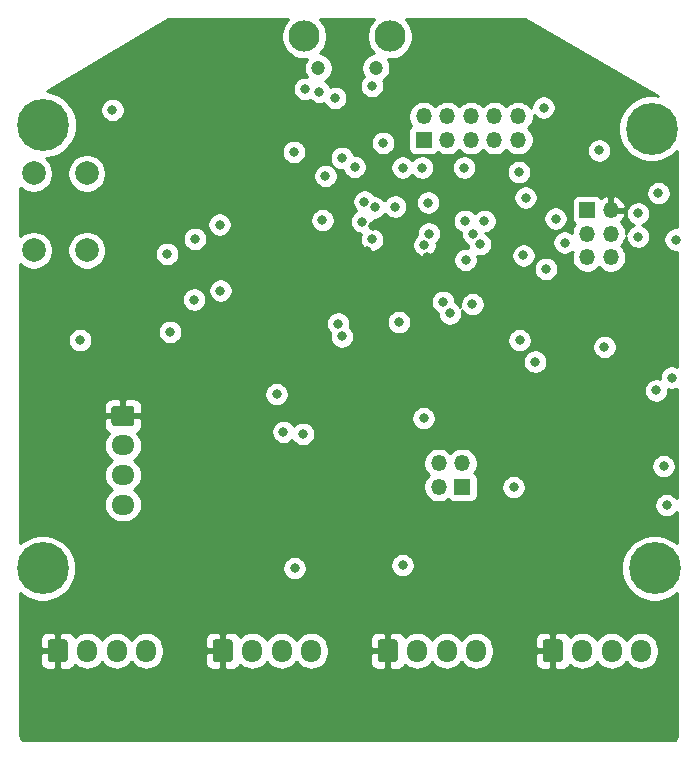
<source format=gbr>
%TF.GenerationSoftware,KiCad,Pcbnew,(5.1.10)-1*%
%TF.CreationDate,2021-09-15T18:07:19+02:00*%
%TF.ProjectId,sh_control,73685f63-6f6e-4747-926f-6c2e6b696361,rev?*%
%TF.SameCoordinates,Original*%
%TF.FileFunction,Copper,L2,Inr*%
%TF.FilePolarity,Positive*%
%FSLAX46Y46*%
G04 Gerber Fmt 4.6, Leading zero omitted, Abs format (unit mm)*
G04 Created by KiCad (PCBNEW (5.1.10)-1) date 2021-09-15 18:07:19*
%MOMM*%
%LPD*%
G01*
G04 APERTURE LIST*
%TA.AperFunction,ComponentPad*%
%ADD10O,1.700000X1.950000*%
%TD*%
%TA.AperFunction,ComponentPad*%
%ADD11O,1.350000X1.350000*%
%TD*%
%TA.AperFunction,ComponentPad*%
%ADD12R,1.350000X1.350000*%
%TD*%
%TA.AperFunction,ComponentPad*%
%ADD13C,0.700000*%
%TD*%
%TA.AperFunction,ComponentPad*%
%ADD14C,4.400000*%
%TD*%
%TA.AperFunction,ComponentPad*%
%ADD15O,1.950000X1.700000*%
%TD*%
%TA.AperFunction,ComponentPad*%
%ADD16C,2.640000*%
%TD*%
%TA.AperFunction,ComponentPad*%
%ADD17C,1.200000*%
%TD*%
%TA.AperFunction,ComponentPad*%
%ADD18C,2.000000*%
%TD*%
%TA.AperFunction,ViaPad*%
%ADD19C,0.800000*%
%TD*%
%TA.AperFunction,Conductor*%
%ADD20C,0.254000*%
%TD*%
%TA.AperFunction,Conductor*%
%ADD21C,0.100000*%
%TD*%
G04 APERTURE END LIST*
D10*
%TO.N,/USB_HUB/D3_P*%
%TO.C,J2*%
X142120000Y-88265000D03*
%TO.N,/USB_HUB/D3_N*%
X139620000Y-88265000D03*
%TO.N,GND*%
X137120000Y-88265000D03*
%TO.N,+5V*%
%TA.AperFunction,ComponentPad*%
G36*
G01*
X133770000Y-88990000D02*
X133770000Y-87540000D01*
G75*
G02*
X134020000Y-87290000I250000J0D01*
G01*
X135220000Y-87290000D01*
G75*
G02*
X135470000Y-87540000I0J-250000D01*
G01*
X135470000Y-88990000D01*
G75*
G02*
X135220000Y-89240000I-250000J0D01*
G01*
X134020000Y-89240000D01*
G75*
G02*
X133770000Y-88990000I0J250000D01*
G01*
G37*
%TD.AperFunction*%
%TD*%
D11*
%TO.N,/Atmega32/3V3_ft232rl*%
%TO.C,J9*%
X159638000Y-43021500D03*
%TO.N,GND*%
X159638000Y-45021500D03*
%TO.N,/Atmega32/PC5*%
X157638000Y-43021500D03*
%TO.N,/Atmega32/PC4*%
X157638000Y-45021500D03*
%TO.N,/Atmega32/PD6*%
X155638000Y-43021500D03*
%TO.N,Net-(J9-Pad5)*%
X155638000Y-45021500D03*
%TO.N,/Atmega32/ADC7*%
X153638000Y-43021500D03*
%TO.N,/Atmega32/ADC6*%
X153638000Y-45021500D03*
%TO.N,/Atmega32/INT1*%
X151638000Y-43021500D03*
D12*
%TO.N,/Atmega32/INT0*%
X151638000Y-45021500D03*
%TD*%
D11*
%TO.N,/Atmega32/D_P*%
%TO.C,J8*%
X152908000Y-72390000D03*
%TO.N,/D4_P*%
X154908000Y-72390000D03*
%TO.N,/Atmega32/D_N*%
X152908000Y-74390000D03*
D12*
%TO.N,/D4_N*%
X154908000Y-74390000D03*
%TD*%
D11*
%TO.N,GND*%
%TO.C,J5*%
X167481000Y-54959000D03*
%TO.N,/Atmega32/RESET*%
X165481000Y-54959000D03*
%TO.N,/Atmega32/MOSI*%
X167481000Y-52959000D03*
%TO.N,/Atmega32/SCK*%
X165481000Y-52959000D03*
%TO.N,+5V*%
X167481000Y-50959000D03*
D12*
%TO.N,/Atmega32/MISO*%
X165481000Y-50959000D03*
%TD*%
D13*
%TO.N,GND*%
%TO.C,TP4*%
X120546726Y-80113274D03*
X119380000Y-79630000D03*
X118213274Y-80113274D03*
X117730000Y-81280000D03*
X118213274Y-82446726D03*
X119380000Y-82930000D03*
X120546726Y-82446726D03*
X121030000Y-81280000D03*
D14*
X119380000Y-81280000D03*
%TD*%
D13*
%TO.N,GND*%
%TO.C,TP3*%
X120610226Y-42584774D03*
X119443500Y-42101500D03*
X118276774Y-42584774D03*
X117793500Y-43751500D03*
X118276774Y-44918226D03*
X119443500Y-45401500D03*
X120610226Y-44918226D03*
X121093500Y-43751500D03*
D14*
X119443500Y-43751500D03*
%TD*%
D13*
%TO.N,GND*%
%TO.C,TP2*%
X172107726Y-42902274D03*
X170941000Y-42419000D03*
X169774274Y-42902274D03*
X169291000Y-44069000D03*
X169774274Y-45235726D03*
X170941000Y-45719000D03*
X172107726Y-45235726D03*
X172591000Y-44069000D03*
D14*
X170941000Y-44069000D03*
%TD*%
D13*
%TO.N,GND*%
%TO.C,TP1*%
X172362726Y-80113274D03*
X171196000Y-79630000D03*
X170029274Y-80113274D03*
X169546000Y-81280000D03*
X170029274Y-82446726D03*
X171196000Y-82930000D03*
X172362726Y-82446726D03*
X172846000Y-81280000D03*
D14*
X171196000Y-81280000D03*
%TD*%
D15*
%TO.N,Net-(F1-Pad1)*%
%TO.C,J7*%
X126174500Y-75889500D03*
%TO.N,Net-(J7-Pad3)*%
X126174500Y-73389500D03*
%TO.N,Net-(J7-Pad2)*%
X126174500Y-70889500D03*
%TO.N,+5V*%
%TA.AperFunction,ComponentPad*%
G36*
G01*
X125449500Y-67539500D02*
X126899500Y-67539500D01*
G75*
G02*
X127149500Y-67789500I0J-250000D01*
G01*
X127149500Y-68989500D01*
G75*
G02*
X126899500Y-69239500I-250000J0D01*
G01*
X125449500Y-69239500D01*
G75*
G02*
X125199500Y-68989500I0J250000D01*
G01*
X125199500Y-67789500D01*
G75*
G02*
X125449500Y-67539500I250000J0D01*
G01*
G37*
%TD.AperFunction*%
%TD*%
D16*
%TO.N,GND*%
%TO.C,J6*%
X141536000Y-36249000D03*
X148786000Y-36249000D03*
D17*
X142736000Y-38929000D03*
X147586000Y-38929000D03*
%TD*%
D18*
%TO.N,GND*%
%TO.C,SW2*%
X118618000Y-47856000D03*
%TO.N,/Atmega32/RESET*%
X123118000Y-47856000D03*
%TO.N,GND*%
X118618000Y-54356000D03*
%TO.N,/Atmega32/RESET*%
X123118000Y-54356000D03*
%TD*%
D10*
%TO.N,/USB_HUB/D1_P*%
%TO.C,J4*%
X170060000Y-88265000D03*
%TO.N,/USB_HUB/D1_N*%
X167560000Y-88265000D03*
%TO.N,GND*%
X165060000Y-88265000D03*
%TO.N,+5V*%
%TA.AperFunction,ComponentPad*%
G36*
G01*
X161710000Y-88990000D02*
X161710000Y-87540000D01*
G75*
G02*
X161960000Y-87290000I250000J0D01*
G01*
X163160000Y-87290000D01*
G75*
G02*
X163410000Y-87540000I0J-250000D01*
G01*
X163410000Y-88990000D01*
G75*
G02*
X163160000Y-89240000I-250000J0D01*
G01*
X161960000Y-89240000D01*
G75*
G02*
X161710000Y-88990000I0J250000D01*
G01*
G37*
%TD.AperFunction*%
%TD*%
%TO.N,/USB_HUB/D2_P*%
%TO.C,J3*%
X156090000Y-88265000D03*
%TO.N,/USB_HUB/D2_N*%
X153590000Y-88265000D03*
%TO.N,GND*%
X151090000Y-88265000D03*
%TO.N,+5V*%
%TA.AperFunction,ComponentPad*%
G36*
G01*
X147740000Y-88990000D02*
X147740000Y-87540000D01*
G75*
G02*
X147990000Y-87290000I250000J0D01*
G01*
X149190000Y-87290000D01*
G75*
G02*
X149440000Y-87540000I0J-250000D01*
G01*
X149440000Y-88990000D01*
G75*
G02*
X149190000Y-89240000I-250000J0D01*
G01*
X147990000Y-89240000D01*
G75*
G02*
X147740000Y-88990000I0J250000D01*
G01*
G37*
%TD.AperFunction*%
%TD*%
%TO.N,/D4_P*%
%TO.C,J1*%
X128150000Y-88265000D03*
%TO.N,/D4_N*%
X125650000Y-88265000D03*
%TO.N,GND*%
X123150000Y-88265000D03*
%TO.N,+5V*%
%TA.AperFunction,ComponentPad*%
G36*
G01*
X119800000Y-88990000D02*
X119800000Y-87540000D01*
G75*
G02*
X120050000Y-87290000I250000J0D01*
G01*
X121250000Y-87290000D01*
G75*
G02*
X121500000Y-87540000I0J-250000D01*
G01*
X121500000Y-88990000D01*
G75*
G02*
X121250000Y-89240000I-250000J0D01*
G01*
X120050000Y-89240000D01*
G75*
G02*
X119800000Y-88990000I0J250000D01*
G01*
G37*
%TD.AperFunction*%
%TD*%
D19*
%TO.N,GND*%
X144716500Y-46545500D03*
X166497000Y-45910500D03*
X171513500Y-49530000D03*
X172974000Y-53467000D03*
X169799000Y-51244500D03*
X129921000Y-54673500D03*
X132270500Y-53403500D03*
X134366000Y-52197000D03*
X134429500Y-57785000D03*
X132207000Y-58547000D03*
X159258000Y-74422000D03*
X172212000Y-75946000D03*
X171958000Y-72644000D03*
X166941500Y-62547500D03*
X140716000Y-81280000D03*
X149860000Y-81026000D03*
X151638000Y-68580000D03*
X139192000Y-66548000D03*
X139769623Y-69742961D03*
X143065500Y-51816000D03*
X146431000Y-51943000D03*
X152082500Y-52959000D03*
X155765500Y-58928000D03*
X159702500Y-47752000D03*
X122555000Y-61976000D03*
X141425000Y-69913500D03*
X171323000Y-66230500D03*
X172656500Y-65151000D03*
X160083500Y-54800500D03*
X144399000Y-60579000D03*
X147274629Y-53445868D03*
X163576000Y-53709000D03*
X160274000Y-49911000D03*
X142811500Y-40957500D03*
X144145000Y-41465500D03*
X141605000Y-40703500D03*
X130175000Y-61277500D03*
%TO.N,+5V*%
X165862000Y-67056000D03*
X137325000Y-76454000D03*
X140208000Y-74676000D03*
X127952500Y-63373000D03*
X172666712Y-62039500D03*
X168973500Y-70612000D03*
X160274000Y-58547000D03*
X151892000Y-54927500D03*
X157162500Y-50292000D03*
X146875500Y-54419500D03*
X142621000Y-56261000D03*
X147372744Y-52279337D03*
%TO.N,/USB_HUB/DRV*%
X161085580Y-63798603D03*
X159766000Y-61976000D03*
%TO.N,/Atmega32/PC5*%
X149860000Y-47371000D03*
%TO.N,/Atmega32/PC4*%
X155067000Y-47370999D03*
X151511000Y-47370999D03*
%TO.N,/Atmega32/PD6*%
X152019000Y-50322999D03*
%TO.N,/Atmega32/PD4*%
X147488974Y-50733488D03*
%TO.N,/Atmega32/ADC7*%
X156781500Y-51879500D03*
X155142500Y-51879500D03*
%TO.N,/Atmega32/ADC6*%
X155829000Y-52959000D03*
X151701500Y-53911500D03*
%TO.N,/Atmega32/INT1*%
X146621500Y-50236002D03*
%TO.N,/Atmega32/INT0*%
X145796000Y-47307500D03*
X148209000Y-45275500D03*
%TO.N,/Atmega32/RESET*%
X149225000Y-50673000D03*
X161988500Y-55943500D03*
%TO.N,/Atmega32/MOSI*%
X153859575Y-59702000D03*
X169799000Y-53213000D03*
%TO.N,/Atmega32/SCK*%
X156400500Y-53848000D03*
X155194000Y-55181500D03*
%TO.N,/Atmega32/MISO*%
X153289000Y-58737500D03*
X162814000Y-51689000D03*
%TO.N,Net-(D10-Pad4)*%
X149542500Y-60452000D03*
%TO.N,Net-(F1-Pad2)*%
X147256500Y-40449500D03*
X125285500Y-42481500D03*
%TO.N,/Atmega32/3V3_ft232rl*%
X161798000Y-42291000D03*
X144716500Y-61658500D03*
%TO.N,Net-(C9-Pad2)*%
X143319500Y-48069500D03*
%TO.N,Net-(C9-Pad1)*%
X140652500Y-46037500D03*
%TD*%
D20*
%TO.N,+5V*%
X140017453Y-35002760D02*
X139803502Y-35322960D01*
X139656130Y-35678748D01*
X139581000Y-36056449D01*
X139581000Y-36441551D01*
X139656130Y-36819252D01*
X139803502Y-37175040D01*
X140017453Y-37495240D01*
X140289760Y-37767547D01*
X140609960Y-37981498D01*
X140965748Y-38128870D01*
X141343449Y-38204000D01*
X141728551Y-38204000D01*
X141736112Y-38202496D01*
X141641557Y-38344008D01*
X141548460Y-38568764D01*
X141501000Y-38807363D01*
X141501000Y-39050637D01*
X141548460Y-39289236D01*
X141641557Y-39513992D01*
X141750599Y-39677184D01*
X141706939Y-39668500D01*
X141503061Y-39668500D01*
X141303102Y-39708274D01*
X141114744Y-39786295D01*
X140945226Y-39899563D01*
X140801063Y-40043726D01*
X140687795Y-40213244D01*
X140609774Y-40401602D01*
X140570000Y-40601561D01*
X140570000Y-40805439D01*
X140609774Y-41005398D01*
X140687795Y-41193756D01*
X140801063Y-41363274D01*
X140945226Y-41507437D01*
X141114744Y-41620705D01*
X141303102Y-41698726D01*
X141503061Y-41738500D01*
X141706939Y-41738500D01*
X141906898Y-41698726D01*
X142035674Y-41645385D01*
X142151726Y-41761437D01*
X142321244Y-41874705D01*
X142509602Y-41952726D01*
X142709561Y-41992500D01*
X142913439Y-41992500D01*
X143113398Y-41952726D01*
X143209970Y-41912724D01*
X143227795Y-41955756D01*
X143341063Y-42125274D01*
X143485226Y-42269437D01*
X143654744Y-42382705D01*
X143843102Y-42460726D01*
X144043061Y-42500500D01*
X144246939Y-42500500D01*
X144446898Y-42460726D01*
X144635256Y-42382705D01*
X144804774Y-42269437D01*
X144948937Y-42125274D01*
X145062205Y-41955756D01*
X145140226Y-41767398D01*
X145180000Y-41567439D01*
X145180000Y-41363561D01*
X145140226Y-41163602D01*
X145062205Y-40975244D01*
X144948937Y-40805726D01*
X144804774Y-40661563D01*
X144635256Y-40548295D01*
X144446898Y-40470274D01*
X144246939Y-40430500D01*
X144043061Y-40430500D01*
X143843102Y-40470274D01*
X143746530Y-40510276D01*
X143728705Y-40467244D01*
X143615437Y-40297726D01*
X143471274Y-40153563D01*
X143301756Y-40040295D01*
X143291032Y-40035853D01*
X143320992Y-40023443D01*
X143523267Y-39888287D01*
X143695287Y-39716267D01*
X143830443Y-39513992D01*
X143923540Y-39289236D01*
X143971000Y-39050637D01*
X143971000Y-38807363D01*
X143923540Y-38568764D01*
X143830443Y-38344008D01*
X143695287Y-38141733D01*
X143523267Y-37969713D01*
X143320992Y-37834557D01*
X143096236Y-37741460D01*
X142857637Y-37694000D01*
X142855787Y-37694000D01*
X143054547Y-37495240D01*
X143268498Y-37175040D01*
X143415870Y-36819252D01*
X143491000Y-36441551D01*
X143491000Y-36056449D01*
X143415870Y-35678748D01*
X143268498Y-35322960D01*
X143054547Y-35002760D01*
X142874787Y-34823000D01*
X147447213Y-34823000D01*
X147267453Y-35002760D01*
X147053502Y-35322960D01*
X146906130Y-35678748D01*
X146831000Y-36056449D01*
X146831000Y-36441551D01*
X146906130Y-36819252D01*
X147053502Y-37175040D01*
X147267453Y-37495240D01*
X147466213Y-37694000D01*
X147464363Y-37694000D01*
X147225764Y-37741460D01*
X147001008Y-37834557D01*
X146798733Y-37969713D01*
X146626713Y-38141733D01*
X146491557Y-38344008D01*
X146398460Y-38568764D01*
X146351000Y-38807363D01*
X146351000Y-39050637D01*
X146398460Y-39289236D01*
X146491557Y-39513992D01*
X146586382Y-39655907D01*
X146452563Y-39789726D01*
X146339295Y-39959244D01*
X146261274Y-40147602D01*
X146221500Y-40347561D01*
X146221500Y-40551439D01*
X146261274Y-40751398D01*
X146339295Y-40939756D01*
X146452563Y-41109274D01*
X146596726Y-41253437D01*
X146766244Y-41366705D01*
X146954602Y-41444726D01*
X147154561Y-41484500D01*
X147358439Y-41484500D01*
X147558398Y-41444726D01*
X147746756Y-41366705D01*
X147916274Y-41253437D01*
X148060437Y-41109274D01*
X148173705Y-40939756D01*
X148251726Y-40751398D01*
X148291500Y-40551439D01*
X148291500Y-40347561D01*
X148251726Y-40147602D01*
X148193945Y-40008107D01*
X148373267Y-39888287D01*
X148545287Y-39716267D01*
X148680443Y-39513992D01*
X148773540Y-39289236D01*
X148821000Y-39050637D01*
X148821000Y-38807363D01*
X148773540Y-38568764D01*
X148680443Y-38344008D01*
X148585888Y-38202496D01*
X148593449Y-38204000D01*
X148978551Y-38204000D01*
X149356252Y-38128870D01*
X149712040Y-37981498D01*
X150032240Y-37767547D01*
X150304547Y-37495240D01*
X150518498Y-37175040D01*
X150665870Y-36819252D01*
X150741000Y-36441551D01*
X150741000Y-36056449D01*
X150665870Y-35678748D01*
X150518498Y-35322960D01*
X150304547Y-35002760D01*
X150124787Y-34823000D01*
X160224707Y-34823000D01*
X171447726Y-41279253D01*
X171220223Y-41234000D01*
X170661777Y-41234000D01*
X170114061Y-41342948D01*
X169598124Y-41556656D01*
X169133793Y-41866912D01*
X168738912Y-42261793D01*
X168428656Y-42726124D01*
X168214948Y-43242061D01*
X168106000Y-43789777D01*
X168106000Y-44348223D01*
X168214948Y-44895939D01*
X168428656Y-45411876D01*
X168738912Y-45876207D01*
X169133793Y-46271088D01*
X169598124Y-46581344D01*
X170114061Y-46795052D01*
X170661777Y-46904000D01*
X171220223Y-46904000D01*
X171767939Y-46795052D01*
X172283876Y-46581344D01*
X172748207Y-46271088D01*
X173076001Y-45943294D01*
X173076001Y-52432012D01*
X173075939Y-52432000D01*
X172872061Y-52432000D01*
X172672102Y-52471774D01*
X172483744Y-52549795D01*
X172314226Y-52663063D01*
X172170063Y-52807226D01*
X172056795Y-52976744D01*
X171978774Y-53165102D01*
X171939000Y-53365061D01*
X171939000Y-53568939D01*
X171978774Y-53768898D01*
X172056795Y-53957256D01*
X172170063Y-54126774D01*
X172314226Y-54270937D01*
X172483744Y-54384205D01*
X172672102Y-54462226D01*
X172872061Y-54502000D01*
X173075939Y-54502000D01*
X173076001Y-54501988D01*
X173076001Y-64204487D01*
X172958398Y-64155774D01*
X172758439Y-64116000D01*
X172554561Y-64116000D01*
X172354602Y-64155774D01*
X172166244Y-64233795D01*
X171996726Y-64347063D01*
X171852563Y-64491226D01*
X171739295Y-64660744D01*
X171661274Y-64849102D01*
X171621500Y-65049061D01*
X171621500Y-65234598D01*
X171424939Y-65195500D01*
X171221061Y-65195500D01*
X171021102Y-65235274D01*
X170832744Y-65313295D01*
X170663226Y-65426563D01*
X170519063Y-65570726D01*
X170405795Y-65740244D01*
X170327774Y-65928602D01*
X170288000Y-66128561D01*
X170288000Y-66332439D01*
X170327774Y-66532398D01*
X170405795Y-66720756D01*
X170519063Y-66890274D01*
X170663226Y-67034437D01*
X170832744Y-67147705D01*
X171021102Y-67225726D01*
X171221061Y-67265500D01*
X171424939Y-67265500D01*
X171624898Y-67225726D01*
X171813256Y-67147705D01*
X171982774Y-67034437D01*
X172126937Y-66890274D01*
X172240205Y-66720756D01*
X172318226Y-66532398D01*
X172358000Y-66332439D01*
X172358000Y-66146902D01*
X172554561Y-66186000D01*
X172758439Y-66186000D01*
X172958398Y-66146226D01*
X173076001Y-66097513D01*
X173076000Y-75376117D01*
X173015937Y-75286226D01*
X172871774Y-75142063D01*
X172702256Y-75028795D01*
X172513898Y-74950774D01*
X172313939Y-74911000D01*
X172110061Y-74911000D01*
X171910102Y-74950774D01*
X171721744Y-75028795D01*
X171552226Y-75142063D01*
X171408063Y-75286226D01*
X171294795Y-75455744D01*
X171216774Y-75644102D01*
X171177000Y-75844061D01*
X171177000Y-76047939D01*
X171216774Y-76247898D01*
X171294795Y-76436256D01*
X171408063Y-76605774D01*
X171552226Y-76749937D01*
X171721744Y-76863205D01*
X171910102Y-76941226D01*
X172110061Y-76981000D01*
X172313939Y-76981000D01*
X172513898Y-76941226D01*
X172702256Y-76863205D01*
X172871774Y-76749937D01*
X173015937Y-76605774D01*
X173076000Y-76515883D01*
X173076000Y-79150705D01*
X173003207Y-79077912D01*
X172538876Y-78767656D01*
X172022939Y-78553948D01*
X171475223Y-78445000D01*
X170916777Y-78445000D01*
X170369061Y-78553948D01*
X169853124Y-78767656D01*
X169388793Y-79077912D01*
X168993912Y-79472793D01*
X168683656Y-79937124D01*
X168469948Y-80453061D01*
X168361000Y-81000777D01*
X168361000Y-81559223D01*
X168469948Y-82106939D01*
X168683656Y-82622876D01*
X168993912Y-83087207D01*
X169388793Y-83482088D01*
X169853124Y-83792344D01*
X170369061Y-84006052D01*
X170916777Y-84115000D01*
X171475223Y-84115000D01*
X172022939Y-84006052D01*
X172538876Y-83792344D01*
X173003207Y-83482088D01*
X173076000Y-83409295D01*
X173076000Y-93504418D01*
X173076001Y-93504428D01*
X173076000Y-95471719D01*
X173066115Y-95572531D01*
X173046211Y-95638458D01*
X173013885Y-95699255D01*
X172970362Y-95752618D01*
X172917300Y-95796515D01*
X172856727Y-95829266D01*
X172790947Y-95849628D01*
X172692269Y-95860000D01*
X117888281Y-95860000D01*
X117787469Y-95850115D01*
X117721542Y-95830211D01*
X117660745Y-95797885D01*
X117607382Y-95754362D01*
X117563485Y-95701300D01*
X117530734Y-95640727D01*
X117510372Y-95574947D01*
X117500000Y-95476269D01*
X117500000Y-89240000D01*
X119161928Y-89240000D01*
X119174188Y-89364482D01*
X119210498Y-89484180D01*
X119269463Y-89594494D01*
X119348815Y-89691185D01*
X119445506Y-89770537D01*
X119555820Y-89829502D01*
X119675518Y-89865812D01*
X119800000Y-89878072D01*
X120364250Y-89875000D01*
X120523000Y-89716250D01*
X120523000Y-88392000D01*
X119323750Y-88392000D01*
X119165000Y-88550750D01*
X119161928Y-89240000D01*
X117500000Y-89240000D01*
X117500000Y-87290000D01*
X119161928Y-87290000D01*
X119165000Y-87979250D01*
X119323750Y-88138000D01*
X120523000Y-88138000D01*
X120523000Y-86813750D01*
X120777000Y-86813750D01*
X120777000Y-88138000D01*
X120797000Y-88138000D01*
X120797000Y-88392000D01*
X120777000Y-88392000D01*
X120777000Y-89716250D01*
X120935750Y-89875000D01*
X121500000Y-89878072D01*
X121624482Y-89865812D01*
X121744180Y-89829502D01*
X121854494Y-89770537D01*
X121951185Y-89691185D01*
X122030537Y-89594494D01*
X122089502Y-89484180D01*
X122100055Y-89449392D01*
X122320987Y-89630706D01*
X122578967Y-89768599D01*
X122858890Y-89853513D01*
X123150000Y-89882185D01*
X123441111Y-89853513D01*
X123721034Y-89768599D01*
X123979014Y-89630706D01*
X124205134Y-89445134D01*
X124390706Y-89219014D01*
X124400000Y-89201626D01*
X124409294Y-89219014D01*
X124594866Y-89445134D01*
X124820987Y-89630706D01*
X125078967Y-89768599D01*
X125358890Y-89853513D01*
X125650000Y-89882185D01*
X125941111Y-89853513D01*
X126221034Y-89768599D01*
X126479014Y-89630706D01*
X126705134Y-89445134D01*
X126890706Y-89219014D01*
X126900000Y-89201626D01*
X126909294Y-89219014D01*
X127094866Y-89445134D01*
X127320987Y-89630706D01*
X127578967Y-89768599D01*
X127858890Y-89853513D01*
X128150000Y-89882185D01*
X128441111Y-89853513D01*
X128721034Y-89768599D01*
X128979014Y-89630706D01*
X129205134Y-89445134D01*
X129373483Y-89240000D01*
X133131928Y-89240000D01*
X133144188Y-89364482D01*
X133180498Y-89484180D01*
X133239463Y-89594494D01*
X133318815Y-89691185D01*
X133415506Y-89770537D01*
X133525820Y-89829502D01*
X133645518Y-89865812D01*
X133770000Y-89878072D01*
X134334250Y-89875000D01*
X134493000Y-89716250D01*
X134493000Y-88392000D01*
X133293750Y-88392000D01*
X133135000Y-88550750D01*
X133131928Y-89240000D01*
X129373483Y-89240000D01*
X129390706Y-89219014D01*
X129528599Y-88961033D01*
X129613513Y-88681110D01*
X129635000Y-88462949D01*
X129635000Y-88067050D01*
X129613513Y-87848889D01*
X129528599Y-87568966D01*
X129390706Y-87310986D01*
X129373484Y-87290000D01*
X133131928Y-87290000D01*
X133135000Y-87979250D01*
X133293750Y-88138000D01*
X134493000Y-88138000D01*
X134493000Y-86813750D01*
X134747000Y-86813750D01*
X134747000Y-88138000D01*
X134767000Y-88138000D01*
X134767000Y-88392000D01*
X134747000Y-88392000D01*
X134747000Y-89716250D01*
X134905750Y-89875000D01*
X135470000Y-89878072D01*
X135594482Y-89865812D01*
X135714180Y-89829502D01*
X135824494Y-89770537D01*
X135921185Y-89691185D01*
X136000537Y-89594494D01*
X136059502Y-89484180D01*
X136070055Y-89449392D01*
X136290987Y-89630706D01*
X136548967Y-89768599D01*
X136828890Y-89853513D01*
X137120000Y-89882185D01*
X137411111Y-89853513D01*
X137691034Y-89768599D01*
X137949014Y-89630706D01*
X138175134Y-89445134D01*
X138360706Y-89219014D01*
X138370000Y-89201626D01*
X138379294Y-89219014D01*
X138564866Y-89445134D01*
X138790987Y-89630706D01*
X139048967Y-89768599D01*
X139328890Y-89853513D01*
X139620000Y-89882185D01*
X139911111Y-89853513D01*
X140191034Y-89768599D01*
X140449014Y-89630706D01*
X140675134Y-89445134D01*
X140860706Y-89219014D01*
X140870000Y-89201626D01*
X140879294Y-89219014D01*
X141064866Y-89445134D01*
X141290987Y-89630706D01*
X141548967Y-89768599D01*
X141828890Y-89853513D01*
X142120000Y-89882185D01*
X142411111Y-89853513D01*
X142691034Y-89768599D01*
X142949014Y-89630706D01*
X143175134Y-89445134D01*
X143343483Y-89240000D01*
X147101928Y-89240000D01*
X147114188Y-89364482D01*
X147150498Y-89484180D01*
X147209463Y-89594494D01*
X147288815Y-89691185D01*
X147385506Y-89770537D01*
X147495820Y-89829502D01*
X147615518Y-89865812D01*
X147740000Y-89878072D01*
X148304250Y-89875000D01*
X148463000Y-89716250D01*
X148463000Y-88392000D01*
X147263750Y-88392000D01*
X147105000Y-88550750D01*
X147101928Y-89240000D01*
X143343483Y-89240000D01*
X143360706Y-89219014D01*
X143498599Y-88961033D01*
X143583513Y-88681110D01*
X143605000Y-88462949D01*
X143605000Y-88067050D01*
X143583513Y-87848889D01*
X143498599Y-87568966D01*
X143360706Y-87310986D01*
X143343484Y-87290000D01*
X147101928Y-87290000D01*
X147105000Y-87979250D01*
X147263750Y-88138000D01*
X148463000Y-88138000D01*
X148463000Y-86813750D01*
X148717000Y-86813750D01*
X148717000Y-88138000D01*
X148737000Y-88138000D01*
X148737000Y-88392000D01*
X148717000Y-88392000D01*
X148717000Y-89716250D01*
X148875750Y-89875000D01*
X149440000Y-89878072D01*
X149564482Y-89865812D01*
X149684180Y-89829502D01*
X149794494Y-89770537D01*
X149891185Y-89691185D01*
X149970537Y-89594494D01*
X150029502Y-89484180D01*
X150040055Y-89449392D01*
X150260987Y-89630706D01*
X150518967Y-89768599D01*
X150798890Y-89853513D01*
X151090000Y-89882185D01*
X151381111Y-89853513D01*
X151661034Y-89768599D01*
X151919014Y-89630706D01*
X152145134Y-89445134D01*
X152330706Y-89219014D01*
X152340000Y-89201626D01*
X152349294Y-89219014D01*
X152534866Y-89445134D01*
X152760987Y-89630706D01*
X153018967Y-89768599D01*
X153298890Y-89853513D01*
X153590000Y-89882185D01*
X153881111Y-89853513D01*
X154161034Y-89768599D01*
X154419014Y-89630706D01*
X154645134Y-89445134D01*
X154830706Y-89219014D01*
X154840000Y-89201626D01*
X154849294Y-89219014D01*
X155034866Y-89445134D01*
X155260987Y-89630706D01*
X155518967Y-89768599D01*
X155798890Y-89853513D01*
X156090000Y-89882185D01*
X156381111Y-89853513D01*
X156661034Y-89768599D01*
X156919014Y-89630706D01*
X157145134Y-89445134D01*
X157313483Y-89240000D01*
X161071928Y-89240000D01*
X161084188Y-89364482D01*
X161120498Y-89484180D01*
X161179463Y-89594494D01*
X161258815Y-89691185D01*
X161355506Y-89770537D01*
X161465820Y-89829502D01*
X161585518Y-89865812D01*
X161710000Y-89878072D01*
X162274250Y-89875000D01*
X162433000Y-89716250D01*
X162433000Y-88392000D01*
X161233750Y-88392000D01*
X161075000Y-88550750D01*
X161071928Y-89240000D01*
X157313483Y-89240000D01*
X157330706Y-89219014D01*
X157468599Y-88961033D01*
X157553513Y-88681110D01*
X157575000Y-88462949D01*
X157575000Y-88067050D01*
X157553513Y-87848889D01*
X157468599Y-87568966D01*
X157330706Y-87310986D01*
X157313484Y-87290000D01*
X161071928Y-87290000D01*
X161075000Y-87979250D01*
X161233750Y-88138000D01*
X162433000Y-88138000D01*
X162433000Y-86813750D01*
X162687000Y-86813750D01*
X162687000Y-88138000D01*
X162707000Y-88138000D01*
X162707000Y-88392000D01*
X162687000Y-88392000D01*
X162687000Y-89716250D01*
X162845750Y-89875000D01*
X163410000Y-89878072D01*
X163534482Y-89865812D01*
X163654180Y-89829502D01*
X163764494Y-89770537D01*
X163861185Y-89691185D01*
X163940537Y-89594494D01*
X163999502Y-89484180D01*
X164010055Y-89449392D01*
X164230987Y-89630706D01*
X164488967Y-89768599D01*
X164768890Y-89853513D01*
X165060000Y-89882185D01*
X165351111Y-89853513D01*
X165631034Y-89768599D01*
X165889014Y-89630706D01*
X166115134Y-89445134D01*
X166300706Y-89219014D01*
X166310000Y-89201626D01*
X166319294Y-89219014D01*
X166504866Y-89445134D01*
X166730987Y-89630706D01*
X166988967Y-89768599D01*
X167268890Y-89853513D01*
X167560000Y-89882185D01*
X167851111Y-89853513D01*
X168131034Y-89768599D01*
X168389014Y-89630706D01*
X168615134Y-89445134D01*
X168800706Y-89219014D01*
X168810000Y-89201626D01*
X168819294Y-89219014D01*
X169004866Y-89445134D01*
X169230987Y-89630706D01*
X169488967Y-89768599D01*
X169768890Y-89853513D01*
X170060000Y-89882185D01*
X170351111Y-89853513D01*
X170631034Y-89768599D01*
X170889014Y-89630706D01*
X171115134Y-89445134D01*
X171300706Y-89219014D01*
X171438599Y-88961033D01*
X171523513Y-88681110D01*
X171545000Y-88462949D01*
X171545000Y-88067050D01*
X171523513Y-87848889D01*
X171438599Y-87568966D01*
X171300706Y-87310986D01*
X171115134Y-87084866D01*
X170889013Y-86899294D01*
X170631033Y-86761401D01*
X170351110Y-86676487D01*
X170060000Y-86647815D01*
X169768889Y-86676487D01*
X169488966Y-86761401D01*
X169230986Y-86899294D01*
X169004866Y-87084866D01*
X168819294Y-87310987D01*
X168810000Y-87328374D01*
X168800706Y-87310986D01*
X168615134Y-87084866D01*
X168389013Y-86899294D01*
X168131033Y-86761401D01*
X167851110Y-86676487D01*
X167560000Y-86647815D01*
X167268889Y-86676487D01*
X166988966Y-86761401D01*
X166730986Y-86899294D01*
X166504866Y-87084866D01*
X166319294Y-87310987D01*
X166310000Y-87328374D01*
X166300706Y-87310986D01*
X166115134Y-87084866D01*
X165889013Y-86899294D01*
X165631033Y-86761401D01*
X165351110Y-86676487D01*
X165060000Y-86647815D01*
X164768889Y-86676487D01*
X164488966Y-86761401D01*
X164230986Y-86899294D01*
X164010055Y-87080608D01*
X163999502Y-87045820D01*
X163940537Y-86935506D01*
X163861185Y-86838815D01*
X163764494Y-86759463D01*
X163654180Y-86700498D01*
X163534482Y-86664188D01*
X163410000Y-86651928D01*
X162845750Y-86655000D01*
X162687000Y-86813750D01*
X162433000Y-86813750D01*
X162274250Y-86655000D01*
X161710000Y-86651928D01*
X161585518Y-86664188D01*
X161465820Y-86700498D01*
X161355506Y-86759463D01*
X161258815Y-86838815D01*
X161179463Y-86935506D01*
X161120498Y-87045820D01*
X161084188Y-87165518D01*
X161071928Y-87290000D01*
X157313484Y-87290000D01*
X157145134Y-87084866D01*
X156919013Y-86899294D01*
X156661033Y-86761401D01*
X156381110Y-86676487D01*
X156090000Y-86647815D01*
X155798889Y-86676487D01*
X155518966Y-86761401D01*
X155260986Y-86899294D01*
X155034866Y-87084866D01*
X154849294Y-87310987D01*
X154840000Y-87328374D01*
X154830706Y-87310986D01*
X154645134Y-87084866D01*
X154419013Y-86899294D01*
X154161033Y-86761401D01*
X153881110Y-86676487D01*
X153590000Y-86647815D01*
X153298889Y-86676487D01*
X153018966Y-86761401D01*
X152760986Y-86899294D01*
X152534866Y-87084866D01*
X152349294Y-87310987D01*
X152340000Y-87328374D01*
X152330706Y-87310986D01*
X152145134Y-87084866D01*
X151919013Y-86899294D01*
X151661033Y-86761401D01*
X151381110Y-86676487D01*
X151090000Y-86647815D01*
X150798889Y-86676487D01*
X150518966Y-86761401D01*
X150260986Y-86899294D01*
X150040055Y-87080608D01*
X150029502Y-87045820D01*
X149970537Y-86935506D01*
X149891185Y-86838815D01*
X149794494Y-86759463D01*
X149684180Y-86700498D01*
X149564482Y-86664188D01*
X149440000Y-86651928D01*
X148875750Y-86655000D01*
X148717000Y-86813750D01*
X148463000Y-86813750D01*
X148304250Y-86655000D01*
X147740000Y-86651928D01*
X147615518Y-86664188D01*
X147495820Y-86700498D01*
X147385506Y-86759463D01*
X147288815Y-86838815D01*
X147209463Y-86935506D01*
X147150498Y-87045820D01*
X147114188Y-87165518D01*
X147101928Y-87290000D01*
X143343484Y-87290000D01*
X143175134Y-87084866D01*
X142949013Y-86899294D01*
X142691033Y-86761401D01*
X142411110Y-86676487D01*
X142120000Y-86647815D01*
X141828889Y-86676487D01*
X141548966Y-86761401D01*
X141290986Y-86899294D01*
X141064866Y-87084866D01*
X140879294Y-87310987D01*
X140870000Y-87328374D01*
X140860706Y-87310986D01*
X140675134Y-87084866D01*
X140449013Y-86899294D01*
X140191033Y-86761401D01*
X139911110Y-86676487D01*
X139620000Y-86647815D01*
X139328889Y-86676487D01*
X139048966Y-86761401D01*
X138790986Y-86899294D01*
X138564866Y-87084866D01*
X138379294Y-87310987D01*
X138370000Y-87328374D01*
X138360706Y-87310986D01*
X138175134Y-87084866D01*
X137949013Y-86899294D01*
X137691033Y-86761401D01*
X137411110Y-86676487D01*
X137120000Y-86647815D01*
X136828889Y-86676487D01*
X136548966Y-86761401D01*
X136290986Y-86899294D01*
X136070055Y-87080608D01*
X136059502Y-87045820D01*
X136000537Y-86935506D01*
X135921185Y-86838815D01*
X135824494Y-86759463D01*
X135714180Y-86700498D01*
X135594482Y-86664188D01*
X135470000Y-86651928D01*
X134905750Y-86655000D01*
X134747000Y-86813750D01*
X134493000Y-86813750D01*
X134334250Y-86655000D01*
X133770000Y-86651928D01*
X133645518Y-86664188D01*
X133525820Y-86700498D01*
X133415506Y-86759463D01*
X133318815Y-86838815D01*
X133239463Y-86935506D01*
X133180498Y-87045820D01*
X133144188Y-87165518D01*
X133131928Y-87290000D01*
X129373484Y-87290000D01*
X129205134Y-87084866D01*
X128979013Y-86899294D01*
X128721033Y-86761401D01*
X128441110Y-86676487D01*
X128150000Y-86647815D01*
X127858889Y-86676487D01*
X127578966Y-86761401D01*
X127320986Y-86899294D01*
X127094866Y-87084866D01*
X126909294Y-87310987D01*
X126900000Y-87328374D01*
X126890706Y-87310986D01*
X126705134Y-87084866D01*
X126479013Y-86899294D01*
X126221033Y-86761401D01*
X125941110Y-86676487D01*
X125650000Y-86647815D01*
X125358889Y-86676487D01*
X125078966Y-86761401D01*
X124820986Y-86899294D01*
X124594866Y-87084866D01*
X124409294Y-87310987D01*
X124400000Y-87328374D01*
X124390706Y-87310986D01*
X124205134Y-87084866D01*
X123979013Y-86899294D01*
X123721033Y-86761401D01*
X123441110Y-86676487D01*
X123150000Y-86647815D01*
X122858889Y-86676487D01*
X122578966Y-86761401D01*
X122320986Y-86899294D01*
X122100055Y-87080608D01*
X122089502Y-87045820D01*
X122030537Y-86935506D01*
X121951185Y-86838815D01*
X121854494Y-86759463D01*
X121744180Y-86700498D01*
X121624482Y-86664188D01*
X121500000Y-86651928D01*
X120935750Y-86655000D01*
X120777000Y-86813750D01*
X120523000Y-86813750D01*
X120364250Y-86655000D01*
X119800000Y-86651928D01*
X119675518Y-86664188D01*
X119555820Y-86700498D01*
X119445506Y-86759463D01*
X119348815Y-86838815D01*
X119269463Y-86935506D01*
X119210498Y-87045820D01*
X119174188Y-87165518D01*
X119161928Y-87290000D01*
X117500000Y-87290000D01*
X117500000Y-83409295D01*
X117572793Y-83482088D01*
X118037124Y-83792344D01*
X118553061Y-84006052D01*
X119100777Y-84115000D01*
X119659223Y-84115000D01*
X120206939Y-84006052D01*
X120722876Y-83792344D01*
X121187207Y-83482088D01*
X121582088Y-83087207D01*
X121892344Y-82622876D01*
X122106052Y-82106939D01*
X122215000Y-81559223D01*
X122215000Y-81178061D01*
X139681000Y-81178061D01*
X139681000Y-81381939D01*
X139720774Y-81581898D01*
X139798795Y-81770256D01*
X139912063Y-81939774D01*
X140056226Y-82083937D01*
X140225744Y-82197205D01*
X140414102Y-82275226D01*
X140614061Y-82315000D01*
X140817939Y-82315000D01*
X141017898Y-82275226D01*
X141206256Y-82197205D01*
X141375774Y-82083937D01*
X141519937Y-81939774D01*
X141633205Y-81770256D01*
X141711226Y-81581898D01*
X141751000Y-81381939D01*
X141751000Y-81178061D01*
X141711226Y-80978102D01*
X141688842Y-80924061D01*
X148825000Y-80924061D01*
X148825000Y-81127939D01*
X148864774Y-81327898D01*
X148942795Y-81516256D01*
X149056063Y-81685774D01*
X149200226Y-81829937D01*
X149369744Y-81943205D01*
X149558102Y-82021226D01*
X149758061Y-82061000D01*
X149961939Y-82061000D01*
X150161898Y-82021226D01*
X150350256Y-81943205D01*
X150519774Y-81829937D01*
X150663937Y-81685774D01*
X150777205Y-81516256D01*
X150855226Y-81327898D01*
X150895000Y-81127939D01*
X150895000Y-80924061D01*
X150855226Y-80724102D01*
X150777205Y-80535744D01*
X150663937Y-80366226D01*
X150519774Y-80222063D01*
X150350256Y-80108795D01*
X150161898Y-80030774D01*
X149961939Y-79991000D01*
X149758061Y-79991000D01*
X149558102Y-80030774D01*
X149369744Y-80108795D01*
X149200226Y-80222063D01*
X149056063Y-80366226D01*
X148942795Y-80535744D01*
X148864774Y-80724102D01*
X148825000Y-80924061D01*
X141688842Y-80924061D01*
X141633205Y-80789744D01*
X141519937Y-80620226D01*
X141375774Y-80476063D01*
X141206256Y-80362795D01*
X141017898Y-80284774D01*
X140817939Y-80245000D01*
X140614061Y-80245000D01*
X140414102Y-80284774D01*
X140225744Y-80362795D01*
X140056226Y-80476063D01*
X139912063Y-80620226D01*
X139798795Y-80789744D01*
X139720774Y-80978102D01*
X139681000Y-81178061D01*
X122215000Y-81178061D01*
X122215000Y-81000777D01*
X122106052Y-80453061D01*
X121892344Y-79937124D01*
X121582088Y-79472793D01*
X121187207Y-79077912D01*
X120722876Y-78767656D01*
X120206939Y-78553948D01*
X119659223Y-78445000D01*
X119100777Y-78445000D01*
X118553061Y-78553948D01*
X118037124Y-78767656D01*
X117572793Y-79077912D01*
X117500000Y-79150705D01*
X117500000Y-70889500D01*
X124557315Y-70889500D01*
X124585987Y-71180611D01*
X124670901Y-71460534D01*
X124808794Y-71718514D01*
X124994366Y-71944634D01*
X125220486Y-72130206D01*
X125237874Y-72139500D01*
X125220486Y-72148794D01*
X124994366Y-72334366D01*
X124808794Y-72560486D01*
X124670901Y-72818466D01*
X124585987Y-73098389D01*
X124557315Y-73389500D01*
X124585987Y-73680611D01*
X124670901Y-73960534D01*
X124808794Y-74218514D01*
X124994366Y-74444634D01*
X125220486Y-74630206D01*
X125237874Y-74639500D01*
X125220486Y-74648794D01*
X124994366Y-74834366D01*
X124808794Y-75060486D01*
X124670901Y-75318466D01*
X124585987Y-75598389D01*
X124557315Y-75889500D01*
X124585987Y-76180611D01*
X124670901Y-76460534D01*
X124808794Y-76718514D01*
X124994366Y-76944634D01*
X125220486Y-77130206D01*
X125478466Y-77268099D01*
X125758389Y-77353013D01*
X125976550Y-77374500D01*
X126372450Y-77374500D01*
X126590611Y-77353013D01*
X126870534Y-77268099D01*
X127128514Y-77130206D01*
X127354634Y-76944634D01*
X127540206Y-76718514D01*
X127678099Y-76460534D01*
X127763013Y-76180611D01*
X127791685Y-75889500D01*
X127763013Y-75598389D01*
X127678099Y-75318466D01*
X127540206Y-75060486D01*
X127354634Y-74834366D01*
X127128514Y-74648794D01*
X127111126Y-74639500D01*
X127128514Y-74630206D01*
X127354634Y-74444634D01*
X127540206Y-74218514D01*
X127678099Y-73960534D01*
X127763013Y-73680611D01*
X127791685Y-73389500D01*
X127763013Y-73098389D01*
X127678099Y-72818466D01*
X127540206Y-72560486D01*
X127354634Y-72334366D01*
X127265209Y-72260976D01*
X151598000Y-72260976D01*
X151598000Y-72519024D01*
X151648342Y-72772113D01*
X151747093Y-73010518D01*
X151890456Y-73225077D01*
X152055379Y-73390000D01*
X151890456Y-73554923D01*
X151747093Y-73769482D01*
X151648342Y-74007887D01*
X151598000Y-74260976D01*
X151598000Y-74519024D01*
X151648342Y-74772113D01*
X151747093Y-75010518D01*
X151890456Y-75225077D01*
X152072923Y-75407544D01*
X152287482Y-75550907D01*
X152525887Y-75649658D01*
X152778976Y-75700000D01*
X153037024Y-75700000D01*
X153290113Y-75649658D01*
X153528518Y-75550907D01*
X153710513Y-75429303D01*
X153781815Y-75516185D01*
X153878506Y-75595537D01*
X153988820Y-75654502D01*
X154108518Y-75690812D01*
X154233000Y-75703072D01*
X155583000Y-75703072D01*
X155707482Y-75690812D01*
X155827180Y-75654502D01*
X155937494Y-75595537D01*
X156034185Y-75516185D01*
X156113537Y-75419494D01*
X156172502Y-75309180D01*
X156208812Y-75189482D01*
X156221072Y-75065000D01*
X156221072Y-74320061D01*
X158223000Y-74320061D01*
X158223000Y-74523939D01*
X158262774Y-74723898D01*
X158340795Y-74912256D01*
X158454063Y-75081774D01*
X158598226Y-75225937D01*
X158767744Y-75339205D01*
X158956102Y-75417226D01*
X159156061Y-75457000D01*
X159359939Y-75457000D01*
X159559898Y-75417226D01*
X159748256Y-75339205D01*
X159917774Y-75225937D01*
X160061937Y-75081774D01*
X160175205Y-74912256D01*
X160253226Y-74723898D01*
X160293000Y-74523939D01*
X160293000Y-74320061D01*
X160253226Y-74120102D01*
X160175205Y-73931744D01*
X160061937Y-73762226D01*
X159917774Y-73618063D01*
X159748256Y-73504795D01*
X159559898Y-73426774D01*
X159359939Y-73387000D01*
X159156061Y-73387000D01*
X158956102Y-73426774D01*
X158767744Y-73504795D01*
X158598226Y-73618063D01*
X158454063Y-73762226D01*
X158340795Y-73931744D01*
X158262774Y-74120102D01*
X158223000Y-74320061D01*
X156221072Y-74320061D01*
X156221072Y-73715000D01*
X156208812Y-73590518D01*
X156172502Y-73470820D01*
X156113537Y-73360506D01*
X156034185Y-73263815D01*
X155947303Y-73192513D01*
X156068907Y-73010518D01*
X156167658Y-72772113D01*
X156213417Y-72542061D01*
X170923000Y-72542061D01*
X170923000Y-72745939D01*
X170962774Y-72945898D01*
X171040795Y-73134256D01*
X171154063Y-73303774D01*
X171298226Y-73447937D01*
X171467744Y-73561205D01*
X171656102Y-73639226D01*
X171856061Y-73679000D01*
X172059939Y-73679000D01*
X172259898Y-73639226D01*
X172448256Y-73561205D01*
X172617774Y-73447937D01*
X172761937Y-73303774D01*
X172875205Y-73134256D01*
X172953226Y-72945898D01*
X172993000Y-72745939D01*
X172993000Y-72542061D01*
X172953226Y-72342102D01*
X172875205Y-72153744D01*
X172761937Y-71984226D01*
X172617774Y-71840063D01*
X172448256Y-71726795D01*
X172259898Y-71648774D01*
X172059939Y-71609000D01*
X171856061Y-71609000D01*
X171656102Y-71648774D01*
X171467744Y-71726795D01*
X171298226Y-71840063D01*
X171154063Y-71984226D01*
X171040795Y-72153744D01*
X170962774Y-72342102D01*
X170923000Y-72542061D01*
X156213417Y-72542061D01*
X156218000Y-72519024D01*
X156218000Y-72260976D01*
X156167658Y-72007887D01*
X156068907Y-71769482D01*
X155925544Y-71554923D01*
X155743077Y-71372456D01*
X155528518Y-71229093D01*
X155290113Y-71130342D01*
X155037024Y-71080000D01*
X154778976Y-71080000D01*
X154525887Y-71130342D01*
X154287482Y-71229093D01*
X154072923Y-71372456D01*
X153908000Y-71537379D01*
X153743077Y-71372456D01*
X153528518Y-71229093D01*
X153290113Y-71130342D01*
X153037024Y-71080000D01*
X152778976Y-71080000D01*
X152525887Y-71130342D01*
X152287482Y-71229093D01*
X152072923Y-71372456D01*
X151890456Y-71554923D01*
X151747093Y-71769482D01*
X151648342Y-72007887D01*
X151598000Y-72260976D01*
X127265209Y-72260976D01*
X127128514Y-72148794D01*
X127111126Y-72139500D01*
X127128514Y-72130206D01*
X127354634Y-71944634D01*
X127540206Y-71718514D01*
X127678099Y-71460534D01*
X127763013Y-71180611D01*
X127791685Y-70889500D01*
X127763013Y-70598389D01*
X127678099Y-70318466D01*
X127540206Y-70060486D01*
X127358892Y-69839555D01*
X127393680Y-69829002D01*
X127503994Y-69770037D01*
X127600685Y-69690685D01*
X127641442Y-69641022D01*
X138734623Y-69641022D01*
X138734623Y-69844900D01*
X138774397Y-70044859D01*
X138852418Y-70233217D01*
X138965686Y-70402735D01*
X139109849Y-70546898D01*
X139279367Y-70660166D01*
X139467725Y-70738187D01*
X139667684Y-70777961D01*
X139871562Y-70777961D01*
X140071521Y-70738187D01*
X140259879Y-70660166D01*
X140429397Y-70546898D01*
X140533728Y-70442567D01*
X140621063Y-70573274D01*
X140765226Y-70717437D01*
X140934744Y-70830705D01*
X141123102Y-70908726D01*
X141323061Y-70948500D01*
X141526939Y-70948500D01*
X141726898Y-70908726D01*
X141915256Y-70830705D01*
X142084774Y-70717437D01*
X142228937Y-70573274D01*
X142342205Y-70403756D01*
X142420226Y-70215398D01*
X142460000Y-70015439D01*
X142460000Y-69811561D01*
X142420226Y-69611602D01*
X142342205Y-69423244D01*
X142228937Y-69253726D01*
X142084774Y-69109563D01*
X141915256Y-68996295D01*
X141726898Y-68918274D01*
X141526939Y-68878500D01*
X141323061Y-68878500D01*
X141123102Y-68918274D01*
X140934744Y-68996295D01*
X140765226Y-69109563D01*
X140660895Y-69213894D01*
X140573560Y-69083187D01*
X140429397Y-68939024D01*
X140259879Y-68825756D01*
X140071521Y-68747735D01*
X139871562Y-68707961D01*
X139667684Y-68707961D01*
X139467725Y-68747735D01*
X139279367Y-68825756D01*
X139109849Y-68939024D01*
X138965686Y-69083187D01*
X138852418Y-69252705D01*
X138774397Y-69441063D01*
X138734623Y-69641022D01*
X127641442Y-69641022D01*
X127680037Y-69593994D01*
X127739002Y-69483680D01*
X127775312Y-69363982D01*
X127787572Y-69239500D01*
X127784500Y-68675250D01*
X127625750Y-68516500D01*
X126301500Y-68516500D01*
X126301500Y-68536500D01*
X126047500Y-68536500D01*
X126047500Y-68516500D01*
X124723250Y-68516500D01*
X124564500Y-68675250D01*
X124561428Y-69239500D01*
X124573688Y-69363982D01*
X124609998Y-69483680D01*
X124668963Y-69593994D01*
X124748315Y-69690685D01*
X124845006Y-69770037D01*
X124955320Y-69829002D01*
X124990108Y-69839555D01*
X124808794Y-70060486D01*
X124670901Y-70318466D01*
X124585987Y-70598389D01*
X124557315Y-70889500D01*
X117500000Y-70889500D01*
X117500000Y-68478061D01*
X150603000Y-68478061D01*
X150603000Y-68681939D01*
X150642774Y-68881898D01*
X150720795Y-69070256D01*
X150834063Y-69239774D01*
X150978226Y-69383937D01*
X151147744Y-69497205D01*
X151336102Y-69575226D01*
X151536061Y-69615000D01*
X151739939Y-69615000D01*
X151939898Y-69575226D01*
X152128256Y-69497205D01*
X152297774Y-69383937D01*
X152441937Y-69239774D01*
X152555205Y-69070256D01*
X152633226Y-68881898D01*
X152673000Y-68681939D01*
X152673000Y-68478061D01*
X152633226Y-68278102D01*
X152555205Y-68089744D01*
X152441937Y-67920226D01*
X152297774Y-67776063D01*
X152128256Y-67662795D01*
X151939898Y-67584774D01*
X151739939Y-67545000D01*
X151536061Y-67545000D01*
X151336102Y-67584774D01*
X151147744Y-67662795D01*
X150978226Y-67776063D01*
X150834063Y-67920226D01*
X150720795Y-68089744D01*
X150642774Y-68278102D01*
X150603000Y-68478061D01*
X117500000Y-68478061D01*
X117500000Y-67539500D01*
X124561428Y-67539500D01*
X124564500Y-68103750D01*
X124723250Y-68262500D01*
X126047500Y-68262500D01*
X126047500Y-67063250D01*
X126301500Y-67063250D01*
X126301500Y-68262500D01*
X127625750Y-68262500D01*
X127784500Y-68103750D01*
X127787572Y-67539500D01*
X127775312Y-67415018D01*
X127739002Y-67295320D01*
X127680037Y-67185006D01*
X127600685Y-67088315D01*
X127503994Y-67008963D01*
X127393680Y-66949998D01*
X127273982Y-66913688D01*
X127149500Y-66901428D01*
X126460250Y-66904500D01*
X126301500Y-67063250D01*
X126047500Y-67063250D01*
X125888750Y-66904500D01*
X125199500Y-66901428D01*
X125075018Y-66913688D01*
X124955320Y-66949998D01*
X124845006Y-67008963D01*
X124748315Y-67088315D01*
X124668963Y-67185006D01*
X124609998Y-67295320D01*
X124573688Y-67415018D01*
X124561428Y-67539500D01*
X117500000Y-67539500D01*
X117500000Y-66446061D01*
X138157000Y-66446061D01*
X138157000Y-66649939D01*
X138196774Y-66849898D01*
X138274795Y-67038256D01*
X138388063Y-67207774D01*
X138532226Y-67351937D01*
X138701744Y-67465205D01*
X138890102Y-67543226D01*
X139090061Y-67583000D01*
X139293939Y-67583000D01*
X139493898Y-67543226D01*
X139682256Y-67465205D01*
X139851774Y-67351937D01*
X139995937Y-67207774D01*
X140109205Y-67038256D01*
X140187226Y-66849898D01*
X140227000Y-66649939D01*
X140227000Y-66446061D01*
X140187226Y-66246102D01*
X140109205Y-66057744D01*
X139995937Y-65888226D01*
X139851774Y-65744063D01*
X139682256Y-65630795D01*
X139493898Y-65552774D01*
X139293939Y-65513000D01*
X139090061Y-65513000D01*
X138890102Y-65552774D01*
X138701744Y-65630795D01*
X138532226Y-65744063D01*
X138388063Y-65888226D01*
X138274795Y-66057744D01*
X138196774Y-66246102D01*
X138157000Y-66446061D01*
X117500000Y-66446061D01*
X117500000Y-63696664D01*
X160050580Y-63696664D01*
X160050580Y-63900542D01*
X160090354Y-64100501D01*
X160168375Y-64288859D01*
X160281643Y-64458377D01*
X160425806Y-64602540D01*
X160595324Y-64715808D01*
X160783682Y-64793829D01*
X160983641Y-64833603D01*
X161187519Y-64833603D01*
X161387478Y-64793829D01*
X161575836Y-64715808D01*
X161745354Y-64602540D01*
X161889517Y-64458377D01*
X162002785Y-64288859D01*
X162080806Y-64100501D01*
X162120580Y-63900542D01*
X162120580Y-63696664D01*
X162080806Y-63496705D01*
X162002785Y-63308347D01*
X161889517Y-63138829D01*
X161745354Y-62994666D01*
X161575836Y-62881398D01*
X161387478Y-62803377D01*
X161187519Y-62763603D01*
X160983641Y-62763603D01*
X160783682Y-62803377D01*
X160595324Y-62881398D01*
X160425806Y-62994666D01*
X160281643Y-63138829D01*
X160168375Y-63308347D01*
X160090354Y-63496705D01*
X160050580Y-63696664D01*
X117500000Y-63696664D01*
X117500000Y-61874061D01*
X121520000Y-61874061D01*
X121520000Y-62077939D01*
X121559774Y-62277898D01*
X121637795Y-62466256D01*
X121751063Y-62635774D01*
X121895226Y-62779937D01*
X122064744Y-62893205D01*
X122253102Y-62971226D01*
X122453061Y-63011000D01*
X122656939Y-63011000D01*
X122856898Y-62971226D01*
X123045256Y-62893205D01*
X123214774Y-62779937D01*
X123358937Y-62635774D01*
X123472205Y-62466256D01*
X123550226Y-62277898D01*
X123590000Y-62077939D01*
X123590000Y-61874061D01*
X123550226Y-61674102D01*
X123472205Y-61485744D01*
X123358937Y-61316226D01*
X123218272Y-61175561D01*
X129140000Y-61175561D01*
X129140000Y-61379439D01*
X129179774Y-61579398D01*
X129257795Y-61767756D01*
X129371063Y-61937274D01*
X129515226Y-62081437D01*
X129684744Y-62194705D01*
X129873102Y-62272726D01*
X130073061Y-62312500D01*
X130276939Y-62312500D01*
X130476898Y-62272726D01*
X130665256Y-62194705D01*
X130834774Y-62081437D01*
X130978937Y-61937274D01*
X131092205Y-61767756D01*
X131170226Y-61579398D01*
X131210000Y-61379439D01*
X131210000Y-61175561D01*
X131170226Y-60975602D01*
X131092205Y-60787244D01*
X130978937Y-60617726D01*
X130838272Y-60477061D01*
X143364000Y-60477061D01*
X143364000Y-60680939D01*
X143403774Y-60880898D01*
X143481795Y-61069256D01*
X143595063Y-61238774D01*
X143719883Y-61363594D01*
X143681500Y-61556561D01*
X143681500Y-61760439D01*
X143721274Y-61960398D01*
X143799295Y-62148756D01*
X143912563Y-62318274D01*
X144056726Y-62462437D01*
X144226244Y-62575705D01*
X144414602Y-62653726D01*
X144614561Y-62693500D01*
X144818439Y-62693500D01*
X145018398Y-62653726D01*
X145206756Y-62575705D01*
X145376274Y-62462437D01*
X145520437Y-62318274D01*
X145633705Y-62148756D01*
X145711726Y-61960398D01*
X145728899Y-61874061D01*
X158731000Y-61874061D01*
X158731000Y-62077939D01*
X158770774Y-62277898D01*
X158848795Y-62466256D01*
X158962063Y-62635774D01*
X159106226Y-62779937D01*
X159275744Y-62893205D01*
X159464102Y-62971226D01*
X159664061Y-63011000D01*
X159867939Y-63011000D01*
X160067898Y-62971226D01*
X160256256Y-62893205D01*
X160425774Y-62779937D01*
X160569937Y-62635774D01*
X160683205Y-62466256D01*
X160691777Y-62445561D01*
X165906500Y-62445561D01*
X165906500Y-62649439D01*
X165946274Y-62849398D01*
X166024295Y-63037756D01*
X166137563Y-63207274D01*
X166281726Y-63351437D01*
X166451244Y-63464705D01*
X166639602Y-63542726D01*
X166839561Y-63582500D01*
X167043439Y-63582500D01*
X167243398Y-63542726D01*
X167431756Y-63464705D01*
X167601274Y-63351437D01*
X167745437Y-63207274D01*
X167858705Y-63037756D01*
X167936726Y-62849398D01*
X167976500Y-62649439D01*
X167976500Y-62445561D01*
X167936726Y-62245602D01*
X167858705Y-62057244D01*
X167745437Y-61887726D01*
X167601274Y-61743563D01*
X167431756Y-61630295D01*
X167243398Y-61552274D01*
X167043439Y-61512500D01*
X166839561Y-61512500D01*
X166639602Y-61552274D01*
X166451244Y-61630295D01*
X166281726Y-61743563D01*
X166137563Y-61887726D01*
X166024295Y-62057244D01*
X165946274Y-62245602D01*
X165906500Y-62445561D01*
X160691777Y-62445561D01*
X160761226Y-62277898D01*
X160801000Y-62077939D01*
X160801000Y-61874061D01*
X160761226Y-61674102D01*
X160683205Y-61485744D01*
X160569937Y-61316226D01*
X160425774Y-61172063D01*
X160256256Y-61058795D01*
X160067898Y-60980774D01*
X159867939Y-60941000D01*
X159664061Y-60941000D01*
X159464102Y-60980774D01*
X159275744Y-61058795D01*
X159106226Y-61172063D01*
X158962063Y-61316226D01*
X158848795Y-61485744D01*
X158770774Y-61674102D01*
X158731000Y-61874061D01*
X145728899Y-61874061D01*
X145751500Y-61760439D01*
X145751500Y-61556561D01*
X145711726Y-61356602D01*
X145633705Y-61168244D01*
X145520437Y-60998726D01*
X145395617Y-60873906D01*
X145434000Y-60680939D01*
X145434000Y-60477061D01*
X145408739Y-60350061D01*
X148507500Y-60350061D01*
X148507500Y-60553939D01*
X148547274Y-60753898D01*
X148625295Y-60942256D01*
X148738563Y-61111774D01*
X148882726Y-61255937D01*
X149052244Y-61369205D01*
X149240602Y-61447226D01*
X149440561Y-61487000D01*
X149644439Y-61487000D01*
X149844398Y-61447226D01*
X150032756Y-61369205D01*
X150202274Y-61255937D01*
X150346437Y-61111774D01*
X150459705Y-60942256D01*
X150537726Y-60753898D01*
X150577500Y-60553939D01*
X150577500Y-60350061D01*
X150537726Y-60150102D01*
X150459705Y-59961744D01*
X150346437Y-59792226D01*
X150202274Y-59648063D01*
X150032756Y-59534795D01*
X149844398Y-59456774D01*
X149644439Y-59417000D01*
X149440561Y-59417000D01*
X149240602Y-59456774D01*
X149052244Y-59534795D01*
X148882726Y-59648063D01*
X148738563Y-59792226D01*
X148625295Y-59961744D01*
X148547274Y-60150102D01*
X148507500Y-60350061D01*
X145408739Y-60350061D01*
X145394226Y-60277102D01*
X145316205Y-60088744D01*
X145202937Y-59919226D01*
X145058774Y-59775063D01*
X144889256Y-59661795D01*
X144700898Y-59583774D01*
X144500939Y-59544000D01*
X144297061Y-59544000D01*
X144097102Y-59583774D01*
X143908744Y-59661795D01*
X143739226Y-59775063D01*
X143595063Y-59919226D01*
X143481795Y-60088744D01*
X143403774Y-60277102D01*
X143364000Y-60477061D01*
X130838272Y-60477061D01*
X130834774Y-60473563D01*
X130665256Y-60360295D01*
X130476898Y-60282274D01*
X130276939Y-60242500D01*
X130073061Y-60242500D01*
X129873102Y-60282274D01*
X129684744Y-60360295D01*
X129515226Y-60473563D01*
X129371063Y-60617726D01*
X129257795Y-60787244D01*
X129179774Y-60975602D01*
X129140000Y-61175561D01*
X123218272Y-61175561D01*
X123214774Y-61172063D01*
X123045256Y-61058795D01*
X122856898Y-60980774D01*
X122656939Y-60941000D01*
X122453061Y-60941000D01*
X122253102Y-60980774D01*
X122064744Y-61058795D01*
X121895226Y-61172063D01*
X121751063Y-61316226D01*
X121637795Y-61485744D01*
X121559774Y-61674102D01*
X121520000Y-61874061D01*
X117500000Y-61874061D01*
X117500000Y-58445061D01*
X131172000Y-58445061D01*
X131172000Y-58648939D01*
X131211774Y-58848898D01*
X131289795Y-59037256D01*
X131403063Y-59206774D01*
X131547226Y-59350937D01*
X131716744Y-59464205D01*
X131905102Y-59542226D01*
X132105061Y-59582000D01*
X132308939Y-59582000D01*
X132508898Y-59542226D01*
X132697256Y-59464205D01*
X132866774Y-59350937D01*
X133010937Y-59206774D01*
X133124205Y-59037256D01*
X133202226Y-58848898D01*
X133242000Y-58648939D01*
X133242000Y-58445061D01*
X133202226Y-58245102D01*
X133124205Y-58056744D01*
X133010937Y-57887226D01*
X132866774Y-57743063D01*
X132776975Y-57683061D01*
X133394500Y-57683061D01*
X133394500Y-57886939D01*
X133434274Y-58086898D01*
X133512295Y-58275256D01*
X133625563Y-58444774D01*
X133769726Y-58588937D01*
X133939244Y-58702205D01*
X134127602Y-58780226D01*
X134327561Y-58820000D01*
X134531439Y-58820000D01*
X134731398Y-58780226D01*
X134919756Y-58702205D01*
X135019496Y-58635561D01*
X152254000Y-58635561D01*
X152254000Y-58839439D01*
X152293774Y-59039398D01*
X152371795Y-59227756D01*
X152485063Y-59397274D01*
X152629226Y-59541437D01*
X152798744Y-59654705D01*
X152824575Y-59665405D01*
X152824575Y-59803939D01*
X152864349Y-60003898D01*
X152942370Y-60192256D01*
X153055638Y-60361774D01*
X153199801Y-60505937D01*
X153369319Y-60619205D01*
X153557677Y-60697226D01*
X153757636Y-60737000D01*
X153961514Y-60737000D01*
X154161473Y-60697226D01*
X154349831Y-60619205D01*
X154519349Y-60505937D01*
X154663512Y-60361774D01*
X154776780Y-60192256D01*
X154854801Y-60003898D01*
X154894575Y-59803939D01*
X154894575Y-59600061D01*
X154862700Y-59439815D01*
X154961563Y-59587774D01*
X155105726Y-59731937D01*
X155275244Y-59845205D01*
X155463602Y-59923226D01*
X155663561Y-59963000D01*
X155867439Y-59963000D01*
X156067398Y-59923226D01*
X156255756Y-59845205D01*
X156425274Y-59731937D01*
X156569437Y-59587774D01*
X156682705Y-59418256D01*
X156760726Y-59229898D01*
X156800500Y-59029939D01*
X156800500Y-58826061D01*
X156760726Y-58626102D01*
X156682705Y-58437744D01*
X156569437Y-58268226D01*
X156425274Y-58124063D01*
X156255756Y-58010795D01*
X156067398Y-57932774D01*
X155867439Y-57893000D01*
X155663561Y-57893000D01*
X155463602Y-57932774D01*
X155275244Y-58010795D01*
X155105726Y-58124063D01*
X154961563Y-58268226D01*
X154848295Y-58437744D01*
X154770274Y-58626102D01*
X154730500Y-58826061D01*
X154730500Y-59029939D01*
X154762375Y-59190185D01*
X154663512Y-59042226D01*
X154519349Y-58898063D01*
X154349831Y-58784795D01*
X154324000Y-58774095D01*
X154324000Y-58635561D01*
X154284226Y-58435602D01*
X154206205Y-58247244D01*
X154092937Y-58077726D01*
X153948774Y-57933563D01*
X153779256Y-57820295D01*
X153590898Y-57742274D01*
X153390939Y-57702500D01*
X153187061Y-57702500D01*
X152987102Y-57742274D01*
X152798744Y-57820295D01*
X152629226Y-57933563D01*
X152485063Y-58077726D01*
X152371795Y-58247244D01*
X152293774Y-58435602D01*
X152254000Y-58635561D01*
X135019496Y-58635561D01*
X135089274Y-58588937D01*
X135233437Y-58444774D01*
X135346705Y-58275256D01*
X135424726Y-58086898D01*
X135464500Y-57886939D01*
X135464500Y-57683061D01*
X135424726Y-57483102D01*
X135346705Y-57294744D01*
X135233437Y-57125226D01*
X135089274Y-56981063D01*
X134919756Y-56867795D01*
X134731398Y-56789774D01*
X134531439Y-56750000D01*
X134327561Y-56750000D01*
X134127602Y-56789774D01*
X133939244Y-56867795D01*
X133769726Y-56981063D01*
X133625563Y-57125226D01*
X133512295Y-57294744D01*
X133434274Y-57483102D01*
X133394500Y-57683061D01*
X132776975Y-57683061D01*
X132697256Y-57629795D01*
X132508898Y-57551774D01*
X132308939Y-57512000D01*
X132105061Y-57512000D01*
X131905102Y-57551774D01*
X131716744Y-57629795D01*
X131547226Y-57743063D01*
X131403063Y-57887226D01*
X131289795Y-58056744D01*
X131211774Y-58245102D01*
X131172000Y-58445061D01*
X117500000Y-58445061D01*
X117500000Y-55550239D01*
X117575748Y-55625987D01*
X117843537Y-55804918D01*
X118141088Y-55928168D01*
X118456967Y-55991000D01*
X118779033Y-55991000D01*
X119094912Y-55928168D01*
X119392463Y-55804918D01*
X119660252Y-55625987D01*
X119887987Y-55398252D01*
X120066918Y-55130463D01*
X120190168Y-54832912D01*
X120253000Y-54517033D01*
X120253000Y-54194967D01*
X121483000Y-54194967D01*
X121483000Y-54517033D01*
X121545832Y-54832912D01*
X121669082Y-55130463D01*
X121848013Y-55398252D01*
X122075748Y-55625987D01*
X122343537Y-55804918D01*
X122641088Y-55928168D01*
X122956967Y-55991000D01*
X123279033Y-55991000D01*
X123594912Y-55928168D01*
X123892463Y-55804918D01*
X124160252Y-55625987D01*
X124387987Y-55398252D01*
X124566918Y-55130463D01*
X124690168Y-54832912D01*
X124742153Y-54571561D01*
X128886000Y-54571561D01*
X128886000Y-54775439D01*
X128925774Y-54975398D01*
X129003795Y-55163756D01*
X129117063Y-55333274D01*
X129261226Y-55477437D01*
X129430744Y-55590705D01*
X129619102Y-55668726D01*
X129819061Y-55708500D01*
X130022939Y-55708500D01*
X130222898Y-55668726D01*
X130411256Y-55590705D01*
X130580774Y-55477437D01*
X130724937Y-55333274D01*
X130838205Y-55163756D01*
X130916226Y-54975398D01*
X130956000Y-54775439D01*
X130956000Y-54571561D01*
X130916226Y-54371602D01*
X130838205Y-54183244D01*
X130724937Y-54013726D01*
X130580774Y-53869563D01*
X130411256Y-53756295D01*
X130222898Y-53678274D01*
X130022939Y-53638500D01*
X129819061Y-53638500D01*
X129619102Y-53678274D01*
X129430744Y-53756295D01*
X129261226Y-53869563D01*
X129117063Y-54013726D01*
X129003795Y-54183244D01*
X128925774Y-54371602D01*
X128886000Y-54571561D01*
X124742153Y-54571561D01*
X124753000Y-54517033D01*
X124753000Y-54194967D01*
X124690168Y-53879088D01*
X124566918Y-53581537D01*
X124387987Y-53313748D01*
X124375800Y-53301561D01*
X131235500Y-53301561D01*
X131235500Y-53505439D01*
X131275274Y-53705398D01*
X131353295Y-53893756D01*
X131466563Y-54063274D01*
X131610726Y-54207437D01*
X131780244Y-54320705D01*
X131968602Y-54398726D01*
X132168561Y-54438500D01*
X132372439Y-54438500D01*
X132572398Y-54398726D01*
X132760756Y-54320705D01*
X132930274Y-54207437D01*
X133074437Y-54063274D01*
X133187705Y-53893756D01*
X133265726Y-53705398D01*
X133305500Y-53505439D01*
X133305500Y-53301561D01*
X133265726Y-53101602D01*
X133187705Y-52913244D01*
X133074437Y-52743726D01*
X132930274Y-52599563D01*
X132760756Y-52486295D01*
X132572398Y-52408274D01*
X132372439Y-52368500D01*
X132168561Y-52368500D01*
X131968602Y-52408274D01*
X131780244Y-52486295D01*
X131610726Y-52599563D01*
X131466563Y-52743726D01*
X131353295Y-52913244D01*
X131275274Y-53101602D01*
X131235500Y-53301561D01*
X124375800Y-53301561D01*
X124160252Y-53086013D01*
X123892463Y-52907082D01*
X123594912Y-52783832D01*
X123279033Y-52721000D01*
X122956967Y-52721000D01*
X122641088Y-52783832D01*
X122343537Y-52907082D01*
X122075748Y-53086013D01*
X121848013Y-53313748D01*
X121669082Y-53581537D01*
X121545832Y-53879088D01*
X121483000Y-54194967D01*
X120253000Y-54194967D01*
X120190168Y-53879088D01*
X120066918Y-53581537D01*
X119887987Y-53313748D01*
X119660252Y-53086013D01*
X119392463Y-52907082D01*
X119094912Y-52783832D01*
X118779033Y-52721000D01*
X118456967Y-52721000D01*
X118141088Y-52783832D01*
X117843537Y-52907082D01*
X117575748Y-53086013D01*
X117500000Y-53161761D01*
X117500000Y-52095061D01*
X133331000Y-52095061D01*
X133331000Y-52298939D01*
X133370774Y-52498898D01*
X133448795Y-52687256D01*
X133562063Y-52856774D01*
X133706226Y-53000937D01*
X133875744Y-53114205D01*
X134064102Y-53192226D01*
X134264061Y-53232000D01*
X134467939Y-53232000D01*
X134667898Y-53192226D01*
X134856256Y-53114205D01*
X135025774Y-53000937D01*
X135169937Y-52856774D01*
X135283205Y-52687256D01*
X135361226Y-52498898D01*
X135401000Y-52298939D01*
X135401000Y-52095061D01*
X135361226Y-51895102D01*
X135286236Y-51714061D01*
X142030500Y-51714061D01*
X142030500Y-51917939D01*
X142070274Y-52117898D01*
X142148295Y-52306256D01*
X142261563Y-52475774D01*
X142405726Y-52619937D01*
X142575244Y-52733205D01*
X142763602Y-52811226D01*
X142963561Y-52851000D01*
X143167439Y-52851000D01*
X143367398Y-52811226D01*
X143555756Y-52733205D01*
X143725274Y-52619937D01*
X143869437Y-52475774D01*
X143982705Y-52306256D01*
X144060726Y-52117898D01*
X144100500Y-51917939D01*
X144100500Y-51841061D01*
X145396000Y-51841061D01*
X145396000Y-52044939D01*
X145435774Y-52244898D01*
X145513795Y-52433256D01*
X145627063Y-52602774D01*
X145771226Y-52746937D01*
X145940744Y-52860205D01*
X146129102Y-52938226D01*
X146329061Y-52978000D01*
X146348151Y-52978000D01*
X146279403Y-53143970D01*
X146239629Y-53343929D01*
X146239629Y-53547807D01*
X146279403Y-53747766D01*
X146357424Y-53936124D01*
X146470692Y-54105642D01*
X146614855Y-54249805D01*
X146784373Y-54363073D01*
X146972731Y-54441094D01*
X147172690Y-54480868D01*
X147376568Y-54480868D01*
X147576527Y-54441094D01*
X147764885Y-54363073D01*
X147934403Y-54249805D01*
X148078566Y-54105642D01*
X148191834Y-53936124D01*
X148244258Y-53809561D01*
X150666500Y-53809561D01*
X150666500Y-54013439D01*
X150706274Y-54213398D01*
X150784295Y-54401756D01*
X150897563Y-54571274D01*
X151041726Y-54715437D01*
X151211244Y-54828705D01*
X151399602Y-54906726D01*
X151599561Y-54946500D01*
X151803439Y-54946500D01*
X152003398Y-54906726D01*
X152191756Y-54828705D01*
X152361274Y-54715437D01*
X152505437Y-54571274D01*
X152618705Y-54401756D01*
X152696726Y-54213398D01*
X152736500Y-54013439D01*
X152736500Y-53809561D01*
X152728991Y-53771812D01*
X152742274Y-53762937D01*
X152886437Y-53618774D01*
X152999705Y-53449256D01*
X153077726Y-53260898D01*
X153117500Y-53060939D01*
X153117500Y-52857061D01*
X153077726Y-52657102D01*
X152999705Y-52468744D01*
X152886437Y-52299226D01*
X152742274Y-52155063D01*
X152572756Y-52041795D01*
X152384398Y-51963774D01*
X152184439Y-51924000D01*
X151980561Y-51924000D01*
X151780602Y-51963774D01*
X151592244Y-52041795D01*
X151422726Y-52155063D01*
X151278563Y-52299226D01*
X151165295Y-52468744D01*
X151087274Y-52657102D01*
X151047500Y-52857061D01*
X151047500Y-53060939D01*
X151055009Y-53098688D01*
X151041726Y-53107563D01*
X150897563Y-53251726D01*
X150784295Y-53421244D01*
X150706274Y-53609602D01*
X150666500Y-53809561D01*
X148244258Y-53809561D01*
X148269855Y-53747766D01*
X148309629Y-53547807D01*
X148309629Y-53343929D01*
X148269855Y-53143970D01*
X148191834Y-52955612D01*
X148078566Y-52786094D01*
X147934403Y-52641931D01*
X147764885Y-52528663D01*
X147576527Y-52450642D01*
X147376568Y-52410868D01*
X147357478Y-52410868D01*
X147426226Y-52244898D01*
X147466000Y-52044939D01*
X147466000Y-51841061D01*
X147453369Y-51777561D01*
X154107500Y-51777561D01*
X154107500Y-51981439D01*
X154147274Y-52181398D01*
X154225295Y-52369756D01*
X154338563Y-52539274D01*
X154482726Y-52683437D01*
X154652244Y-52796705D01*
X154794301Y-52855547D01*
X154794000Y-52857061D01*
X154794000Y-53060939D01*
X154833774Y-53260898D01*
X154911795Y-53449256D01*
X155025063Y-53618774D01*
X155169226Y-53762937D01*
X155338744Y-53876205D01*
X155365500Y-53887288D01*
X155365500Y-53949939D01*
X155405274Y-54149898D01*
X155413557Y-54169896D01*
X155295939Y-54146500D01*
X155092061Y-54146500D01*
X154892102Y-54186274D01*
X154703744Y-54264295D01*
X154534226Y-54377563D01*
X154390063Y-54521726D01*
X154276795Y-54691244D01*
X154198774Y-54879602D01*
X154159000Y-55079561D01*
X154159000Y-55283439D01*
X154198774Y-55483398D01*
X154276795Y-55671756D01*
X154390063Y-55841274D01*
X154534226Y-55985437D01*
X154703744Y-56098705D01*
X154892102Y-56176726D01*
X155092061Y-56216500D01*
X155295939Y-56216500D01*
X155495898Y-56176726D01*
X155684256Y-56098705D01*
X155853774Y-55985437D01*
X155997650Y-55841561D01*
X160953500Y-55841561D01*
X160953500Y-56045439D01*
X160993274Y-56245398D01*
X161071295Y-56433756D01*
X161184563Y-56603274D01*
X161328726Y-56747437D01*
X161498244Y-56860705D01*
X161686602Y-56938726D01*
X161886561Y-56978500D01*
X162090439Y-56978500D01*
X162290398Y-56938726D01*
X162478756Y-56860705D01*
X162648274Y-56747437D01*
X162792437Y-56603274D01*
X162905705Y-56433756D01*
X162983726Y-56245398D01*
X163023500Y-56045439D01*
X163023500Y-55841561D01*
X162983726Y-55641602D01*
X162905705Y-55453244D01*
X162792437Y-55283726D01*
X162648274Y-55139563D01*
X162478756Y-55026295D01*
X162290398Y-54948274D01*
X162090439Y-54908500D01*
X161886561Y-54908500D01*
X161686602Y-54948274D01*
X161498244Y-55026295D01*
X161328726Y-55139563D01*
X161184563Y-55283726D01*
X161071295Y-55453244D01*
X160993274Y-55641602D01*
X160953500Y-55841561D01*
X155997650Y-55841561D01*
X155997937Y-55841274D01*
X156111205Y-55671756D01*
X156189226Y-55483398D01*
X156229000Y-55283439D01*
X156229000Y-55079561D01*
X156189226Y-54879602D01*
X156180943Y-54859604D01*
X156298561Y-54883000D01*
X156502439Y-54883000D01*
X156702398Y-54843226D01*
X156890756Y-54765205D01*
X156990496Y-54698561D01*
X159048500Y-54698561D01*
X159048500Y-54902439D01*
X159088274Y-55102398D01*
X159166295Y-55290756D01*
X159279563Y-55460274D01*
X159423726Y-55604437D01*
X159593244Y-55717705D01*
X159781602Y-55795726D01*
X159981561Y-55835500D01*
X160185439Y-55835500D01*
X160385398Y-55795726D01*
X160573756Y-55717705D01*
X160743274Y-55604437D01*
X160887437Y-55460274D01*
X161000705Y-55290756D01*
X161078726Y-55102398D01*
X161118500Y-54902439D01*
X161118500Y-54698561D01*
X161078726Y-54498602D01*
X161000705Y-54310244D01*
X160887437Y-54140726D01*
X160743274Y-53996563D01*
X160573756Y-53883295D01*
X160385398Y-53805274D01*
X160185439Y-53765500D01*
X159981561Y-53765500D01*
X159781602Y-53805274D01*
X159593244Y-53883295D01*
X159423726Y-53996563D01*
X159279563Y-54140726D01*
X159166295Y-54310244D01*
X159088274Y-54498602D01*
X159048500Y-54698561D01*
X156990496Y-54698561D01*
X157060274Y-54651937D01*
X157204437Y-54507774D01*
X157317705Y-54338256D01*
X157395726Y-54149898D01*
X157435500Y-53949939D01*
X157435500Y-53746061D01*
X157407852Y-53607061D01*
X162541000Y-53607061D01*
X162541000Y-53810939D01*
X162580774Y-54010898D01*
X162658795Y-54199256D01*
X162772063Y-54368774D01*
X162916226Y-54512937D01*
X163085744Y-54626205D01*
X163274102Y-54704226D01*
X163474061Y-54744000D01*
X163677939Y-54744000D01*
X163877898Y-54704226D01*
X164066256Y-54626205D01*
X164235774Y-54512937D01*
X164256357Y-54492354D01*
X164221342Y-54576887D01*
X164171000Y-54829976D01*
X164171000Y-55088024D01*
X164221342Y-55341113D01*
X164320093Y-55579518D01*
X164463456Y-55794077D01*
X164645923Y-55976544D01*
X164860482Y-56119907D01*
X165098887Y-56218658D01*
X165351976Y-56269000D01*
X165610024Y-56269000D01*
X165863113Y-56218658D01*
X166101518Y-56119907D01*
X166316077Y-55976544D01*
X166481000Y-55811621D01*
X166645923Y-55976544D01*
X166860482Y-56119907D01*
X167098887Y-56218658D01*
X167351976Y-56269000D01*
X167610024Y-56269000D01*
X167863113Y-56218658D01*
X168101518Y-56119907D01*
X168316077Y-55976544D01*
X168498544Y-55794077D01*
X168641907Y-55579518D01*
X168740658Y-55341113D01*
X168791000Y-55088024D01*
X168791000Y-54829976D01*
X168740658Y-54576887D01*
X168641907Y-54338482D01*
X168498544Y-54123923D01*
X168333621Y-53959000D01*
X168498544Y-53794077D01*
X168641907Y-53579518D01*
X168740658Y-53341113D01*
X168764000Y-53223764D01*
X168764000Y-53314939D01*
X168803774Y-53514898D01*
X168881795Y-53703256D01*
X168995063Y-53872774D01*
X169139226Y-54016937D01*
X169308744Y-54130205D01*
X169497102Y-54208226D01*
X169697061Y-54248000D01*
X169900939Y-54248000D01*
X170100898Y-54208226D01*
X170289256Y-54130205D01*
X170458774Y-54016937D01*
X170602937Y-53872774D01*
X170716205Y-53703256D01*
X170794226Y-53514898D01*
X170834000Y-53314939D01*
X170834000Y-53111061D01*
X170794226Y-52911102D01*
X170716205Y-52722744D01*
X170602937Y-52553226D01*
X170458774Y-52409063D01*
X170289256Y-52295795D01*
X170127396Y-52228750D01*
X170289256Y-52161705D01*
X170458774Y-52048437D01*
X170602937Y-51904274D01*
X170716205Y-51734756D01*
X170794226Y-51546398D01*
X170834000Y-51346439D01*
X170834000Y-51142561D01*
X170794226Y-50942602D01*
X170716205Y-50754244D01*
X170602937Y-50584726D01*
X170458774Y-50440563D01*
X170289256Y-50327295D01*
X170100898Y-50249274D01*
X169900939Y-50209500D01*
X169697061Y-50209500D01*
X169497102Y-50249274D01*
X169308744Y-50327295D01*
X169139226Y-50440563D01*
X168995063Y-50584726D01*
X168881795Y-50754244D01*
X168803774Y-50942602D01*
X168764000Y-51142561D01*
X168764000Y-51346439D01*
X168803774Y-51546398D01*
X168881795Y-51734756D01*
X168995063Y-51904274D01*
X169139226Y-52048437D01*
X169308744Y-52161705D01*
X169470604Y-52228750D01*
X169308744Y-52295795D01*
X169139226Y-52409063D01*
X168995063Y-52553226D01*
X168881795Y-52722744D01*
X168803774Y-52911102D01*
X168791000Y-52975322D01*
X168791000Y-52829976D01*
X168740658Y-52576887D01*
X168641907Y-52338482D01*
X168498544Y-52123923D01*
X168326940Y-51952319D01*
X168459303Y-51830227D01*
X168610473Y-51622629D01*
X168718238Y-51389528D01*
X168748910Y-51288400D01*
X168625224Y-51086000D01*
X167608000Y-51086000D01*
X167608000Y-51106000D01*
X167354000Y-51106000D01*
X167354000Y-51086000D01*
X167334000Y-51086000D01*
X167334000Y-50832000D01*
X167354000Y-50832000D01*
X167354000Y-49813915D01*
X167608000Y-49813915D01*
X167608000Y-50832000D01*
X168625224Y-50832000D01*
X168748910Y-50629600D01*
X168718238Y-50528472D01*
X168610473Y-50295371D01*
X168459303Y-50087773D01*
X168270537Y-49913656D01*
X168051430Y-49779711D01*
X167810401Y-49691085D01*
X167608000Y-49813915D01*
X167354000Y-49813915D01*
X167151599Y-49691085D01*
X166910570Y-49779711D01*
X166691463Y-49913656D01*
X166681256Y-49923071D01*
X166607185Y-49832815D01*
X166510494Y-49753463D01*
X166400180Y-49694498D01*
X166280482Y-49658188D01*
X166156000Y-49645928D01*
X164806000Y-49645928D01*
X164681518Y-49658188D01*
X164561820Y-49694498D01*
X164451506Y-49753463D01*
X164354815Y-49832815D01*
X164275463Y-49929506D01*
X164216498Y-50039820D01*
X164180188Y-50159518D01*
X164167928Y-50284000D01*
X164167928Y-51634000D01*
X164180188Y-51758482D01*
X164216498Y-51878180D01*
X164275463Y-51988494D01*
X164354815Y-52085185D01*
X164441697Y-52156487D01*
X164320093Y-52338482D01*
X164221342Y-52576887D01*
X164171000Y-52829976D01*
X164171000Y-52861783D01*
X164066256Y-52791795D01*
X163877898Y-52713774D01*
X163677939Y-52674000D01*
X163474061Y-52674000D01*
X163274102Y-52713774D01*
X163085744Y-52791795D01*
X162916226Y-52905063D01*
X162772063Y-53049226D01*
X162658795Y-53218744D01*
X162580774Y-53407102D01*
X162541000Y-53607061D01*
X157407852Y-53607061D01*
X157395726Y-53546102D01*
X157317705Y-53357744D01*
X157204437Y-53188226D01*
X157060274Y-53044063D01*
X156890756Y-52930795D01*
X156864000Y-52919712D01*
X156864000Y-52914500D01*
X156883439Y-52914500D01*
X157083398Y-52874726D01*
X157271756Y-52796705D01*
X157441274Y-52683437D01*
X157585437Y-52539274D01*
X157698705Y-52369756D01*
X157776726Y-52181398D01*
X157816500Y-51981439D01*
X157816500Y-51777561D01*
X157778608Y-51587061D01*
X161779000Y-51587061D01*
X161779000Y-51790939D01*
X161818774Y-51990898D01*
X161896795Y-52179256D01*
X162010063Y-52348774D01*
X162154226Y-52492937D01*
X162323744Y-52606205D01*
X162512102Y-52684226D01*
X162712061Y-52724000D01*
X162915939Y-52724000D01*
X163115898Y-52684226D01*
X163304256Y-52606205D01*
X163473774Y-52492937D01*
X163617937Y-52348774D01*
X163731205Y-52179256D01*
X163809226Y-51990898D01*
X163849000Y-51790939D01*
X163849000Y-51587061D01*
X163809226Y-51387102D01*
X163731205Y-51198744D01*
X163617937Y-51029226D01*
X163473774Y-50885063D01*
X163304256Y-50771795D01*
X163115898Y-50693774D01*
X162915939Y-50654000D01*
X162712061Y-50654000D01*
X162512102Y-50693774D01*
X162323744Y-50771795D01*
X162154226Y-50885063D01*
X162010063Y-51029226D01*
X161896795Y-51198744D01*
X161818774Y-51387102D01*
X161779000Y-51587061D01*
X157778608Y-51587061D01*
X157776726Y-51577602D01*
X157698705Y-51389244D01*
X157585437Y-51219726D01*
X157441274Y-51075563D01*
X157271756Y-50962295D01*
X157083398Y-50884274D01*
X156883439Y-50844500D01*
X156679561Y-50844500D01*
X156479602Y-50884274D01*
X156291244Y-50962295D01*
X156121726Y-51075563D01*
X155977563Y-51219726D01*
X155962000Y-51243018D01*
X155946437Y-51219726D01*
X155802274Y-51075563D01*
X155632756Y-50962295D01*
X155444398Y-50884274D01*
X155244439Y-50844500D01*
X155040561Y-50844500D01*
X154840602Y-50884274D01*
X154652244Y-50962295D01*
X154482726Y-51075563D01*
X154338563Y-51219726D01*
X154225295Y-51389244D01*
X154147274Y-51577602D01*
X154107500Y-51777561D01*
X147453369Y-51777561D01*
X147451564Y-51768488D01*
X147590913Y-51768488D01*
X147790872Y-51728714D01*
X147979230Y-51650693D01*
X148148748Y-51537425D01*
X148292911Y-51393262D01*
X148377195Y-51267121D01*
X148421063Y-51332774D01*
X148565226Y-51476937D01*
X148734744Y-51590205D01*
X148923102Y-51668226D01*
X149123061Y-51708000D01*
X149326939Y-51708000D01*
X149526898Y-51668226D01*
X149715256Y-51590205D01*
X149884774Y-51476937D01*
X150028937Y-51332774D01*
X150142205Y-51163256D01*
X150220226Y-50974898D01*
X150260000Y-50774939D01*
X150260000Y-50571061D01*
X150220226Y-50371102D01*
X150158077Y-50221060D01*
X150984000Y-50221060D01*
X150984000Y-50424938D01*
X151023774Y-50624897D01*
X151101795Y-50813255D01*
X151215063Y-50982773D01*
X151359226Y-51126936D01*
X151528744Y-51240204D01*
X151717102Y-51318225D01*
X151917061Y-51357999D01*
X152120939Y-51357999D01*
X152320898Y-51318225D01*
X152509256Y-51240204D01*
X152678774Y-51126936D01*
X152822937Y-50982773D01*
X152936205Y-50813255D01*
X153014226Y-50624897D01*
X153054000Y-50424938D01*
X153054000Y-50221060D01*
X153014226Y-50021101D01*
X152936205Y-49832743D01*
X152920382Y-49809061D01*
X159239000Y-49809061D01*
X159239000Y-50012939D01*
X159278774Y-50212898D01*
X159356795Y-50401256D01*
X159470063Y-50570774D01*
X159614226Y-50714937D01*
X159783744Y-50828205D01*
X159972102Y-50906226D01*
X160172061Y-50946000D01*
X160375939Y-50946000D01*
X160575898Y-50906226D01*
X160764256Y-50828205D01*
X160933774Y-50714937D01*
X161077937Y-50570774D01*
X161191205Y-50401256D01*
X161269226Y-50212898D01*
X161309000Y-50012939D01*
X161309000Y-49809061D01*
X161269226Y-49609102D01*
X161194236Y-49428061D01*
X170478500Y-49428061D01*
X170478500Y-49631939D01*
X170518274Y-49831898D01*
X170596295Y-50020256D01*
X170709563Y-50189774D01*
X170853726Y-50333937D01*
X171023244Y-50447205D01*
X171211602Y-50525226D01*
X171411561Y-50565000D01*
X171615439Y-50565000D01*
X171815398Y-50525226D01*
X172003756Y-50447205D01*
X172173274Y-50333937D01*
X172317437Y-50189774D01*
X172430705Y-50020256D01*
X172508726Y-49831898D01*
X172548500Y-49631939D01*
X172548500Y-49428061D01*
X172508726Y-49228102D01*
X172430705Y-49039744D01*
X172317437Y-48870226D01*
X172173274Y-48726063D01*
X172003756Y-48612795D01*
X171815398Y-48534774D01*
X171615439Y-48495000D01*
X171411561Y-48495000D01*
X171211602Y-48534774D01*
X171023244Y-48612795D01*
X170853726Y-48726063D01*
X170709563Y-48870226D01*
X170596295Y-49039744D01*
X170518274Y-49228102D01*
X170478500Y-49428061D01*
X161194236Y-49428061D01*
X161191205Y-49420744D01*
X161077937Y-49251226D01*
X160933774Y-49107063D01*
X160764256Y-48993795D01*
X160575898Y-48915774D01*
X160375939Y-48876000D01*
X160172061Y-48876000D01*
X159972102Y-48915774D01*
X159783744Y-48993795D01*
X159614226Y-49107063D01*
X159470063Y-49251226D01*
X159356795Y-49420744D01*
X159278774Y-49609102D01*
X159239000Y-49809061D01*
X152920382Y-49809061D01*
X152822937Y-49663225D01*
X152678774Y-49519062D01*
X152509256Y-49405794D01*
X152320898Y-49327773D01*
X152120939Y-49287999D01*
X151917061Y-49287999D01*
X151717102Y-49327773D01*
X151528744Y-49405794D01*
X151359226Y-49519062D01*
X151215063Y-49663225D01*
X151101795Y-49832743D01*
X151023774Y-50021101D01*
X150984000Y-50221060D01*
X150158077Y-50221060D01*
X150142205Y-50182744D01*
X150028937Y-50013226D01*
X149884774Y-49869063D01*
X149715256Y-49755795D01*
X149526898Y-49677774D01*
X149326939Y-49638000D01*
X149123061Y-49638000D01*
X148923102Y-49677774D01*
X148734744Y-49755795D01*
X148565226Y-49869063D01*
X148421063Y-50013226D01*
X148336779Y-50139367D01*
X148292911Y-50073714D01*
X148148748Y-49929551D01*
X147979230Y-49816283D01*
X147790872Y-49738262D01*
X147590913Y-49698488D01*
X147507128Y-49698488D01*
X147425437Y-49576228D01*
X147281274Y-49432065D01*
X147111756Y-49318797D01*
X146923398Y-49240776D01*
X146723439Y-49201002D01*
X146519561Y-49201002D01*
X146319602Y-49240776D01*
X146131244Y-49318797D01*
X145961726Y-49432065D01*
X145817563Y-49576228D01*
X145704295Y-49745746D01*
X145626274Y-49934104D01*
X145586500Y-50134063D01*
X145586500Y-50337941D01*
X145626274Y-50537900D01*
X145704295Y-50726258D01*
X145817563Y-50895776D01*
X145945579Y-51023792D01*
X145940744Y-51025795D01*
X145771226Y-51139063D01*
X145627063Y-51283226D01*
X145513795Y-51452744D01*
X145435774Y-51641102D01*
X145396000Y-51841061D01*
X144100500Y-51841061D01*
X144100500Y-51714061D01*
X144060726Y-51514102D01*
X143982705Y-51325744D01*
X143869437Y-51156226D01*
X143725274Y-51012063D01*
X143555756Y-50898795D01*
X143367398Y-50820774D01*
X143167439Y-50781000D01*
X142963561Y-50781000D01*
X142763602Y-50820774D01*
X142575244Y-50898795D01*
X142405726Y-51012063D01*
X142261563Y-51156226D01*
X142148295Y-51325744D01*
X142070274Y-51514102D01*
X142030500Y-51714061D01*
X135286236Y-51714061D01*
X135283205Y-51706744D01*
X135169937Y-51537226D01*
X135025774Y-51393063D01*
X134856256Y-51279795D01*
X134667898Y-51201774D01*
X134467939Y-51162000D01*
X134264061Y-51162000D01*
X134064102Y-51201774D01*
X133875744Y-51279795D01*
X133706226Y-51393063D01*
X133562063Y-51537226D01*
X133448795Y-51706744D01*
X133370774Y-51895102D01*
X133331000Y-52095061D01*
X117500000Y-52095061D01*
X117500000Y-49050239D01*
X117575748Y-49125987D01*
X117843537Y-49304918D01*
X118141088Y-49428168D01*
X118456967Y-49491000D01*
X118779033Y-49491000D01*
X119094912Y-49428168D01*
X119392463Y-49304918D01*
X119660252Y-49125987D01*
X119887987Y-48898252D01*
X120066918Y-48630463D01*
X120190168Y-48332912D01*
X120253000Y-48017033D01*
X120253000Y-47694967D01*
X121483000Y-47694967D01*
X121483000Y-48017033D01*
X121545832Y-48332912D01*
X121669082Y-48630463D01*
X121848013Y-48898252D01*
X122075748Y-49125987D01*
X122343537Y-49304918D01*
X122641088Y-49428168D01*
X122956967Y-49491000D01*
X123279033Y-49491000D01*
X123594912Y-49428168D01*
X123892463Y-49304918D01*
X124160252Y-49125987D01*
X124387987Y-48898252D01*
X124566918Y-48630463D01*
X124690168Y-48332912D01*
X124753000Y-48017033D01*
X124753000Y-47967561D01*
X142284500Y-47967561D01*
X142284500Y-48171439D01*
X142324274Y-48371398D01*
X142402295Y-48559756D01*
X142515563Y-48729274D01*
X142659726Y-48873437D01*
X142829244Y-48986705D01*
X143017602Y-49064726D01*
X143217561Y-49104500D01*
X143421439Y-49104500D01*
X143621398Y-49064726D01*
X143809756Y-48986705D01*
X143979274Y-48873437D01*
X144123437Y-48729274D01*
X144236705Y-48559756D01*
X144314726Y-48371398D01*
X144354500Y-48171439D01*
X144354500Y-47967561D01*
X144314726Y-47767602D01*
X144236705Y-47579244D01*
X144123437Y-47409726D01*
X144076080Y-47362369D01*
X144226244Y-47462705D01*
X144414602Y-47540726D01*
X144614561Y-47580500D01*
X144795026Y-47580500D01*
X144800774Y-47609398D01*
X144878795Y-47797756D01*
X144992063Y-47967274D01*
X145136226Y-48111437D01*
X145305744Y-48224705D01*
X145494102Y-48302726D01*
X145694061Y-48342500D01*
X145897939Y-48342500D01*
X146097898Y-48302726D01*
X146286256Y-48224705D01*
X146455774Y-48111437D01*
X146599937Y-47967274D01*
X146713205Y-47797756D01*
X146791226Y-47609398D01*
X146831000Y-47409439D01*
X146831000Y-47269061D01*
X148825000Y-47269061D01*
X148825000Y-47472939D01*
X148864774Y-47672898D01*
X148942795Y-47861256D01*
X149056063Y-48030774D01*
X149200226Y-48174937D01*
X149369744Y-48288205D01*
X149558102Y-48366226D01*
X149758061Y-48406000D01*
X149961939Y-48406000D01*
X150161898Y-48366226D01*
X150350256Y-48288205D01*
X150519774Y-48174937D01*
X150663937Y-48030774D01*
X150685500Y-47998502D01*
X150707063Y-48030773D01*
X150851226Y-48174936D01*
X151020744Y-48288204D01*
X151209102Y-48366225D01*
X151409061Y-48405999D01*
X151612939Y-48405999D01*
X151812898Y-48366225D01*
X152001256Y-48288204D01*
X152170774Y-48174936D01*
X152314937Y-48030773D01*
X152428205Y-47861255D01*
X152506226Y-47672897D01*
X152546000Y-47472938D01*
X152546000Y-47269060D01*
X154032000Y-47269060D01*
X154032000Y-47472938D01*
X154071774Y-47672897D01*
X154149795Y-47861255D01*
X154263063Y-48030773D01*
X154407226Y-48174936D01*
X154576744Y-48288204D01*
X154765102Y-48366225D01*
X154965061Y-48405999D01*
X155168939Y-48405999D01*
X155368898Y-48366225D01*
X155557256Y-48288204D01*
X155726774Y-48174936D01*
X155870937Y-48030773D01*
X155984205Y-47861255D01*
X156062226Y-47672897D01*
X156066768Y-47650061D01*
X158667500Y-47650061D01*
X158667500Y-47853939D01*
X158707274Y-48053898D01*
X158785295Y-48242256D01*
X158898563Y-48411774D01*
X159042726Y-48555937D01*
X159212244Y-48669205D01*
X159400602Y-48747226D01*
X159600561Y-48787000D01*
X159804439Y-48787000D01*
X160004398Y-48747226D01*
X160192756Y-48669205D01*
X160362274Y-48555937D01*
X160506437Y-48411774D01*
X160619705Y-48242256D01*
X160697726Y-48053898D01*
X160737500Y-47853939D01*
X160737500Y-47650061D01*
X160697726Y-47450102D01*
X160619705Y-47261744D01*
X160506437Y-47092226D01*
X160362274Y-46948063D01*
X160192756Y-46834795D01*
X160004398Y-46756774D01*
X159804439Y-46717000D01*
X159600561Y-46717000D01*
X159400602Y-46756774D01*
X159212244Y-46834795D01*
X159042726Y-46948063D01*
X158898563Y-47092226D01*
X158785295Y-47261744D01*
X158707274Y-47450102D01*
X158667500Y-47650061D01*
X156066768Y-47650061D01*
X156102000Y-47472938D01*
X156102000Y-47269060D01*
X156062226Y-47069101D01*
X155984205Y-46880743D01*
X155870937Y-46711225D01*
X155726774Y-46567062D01*
X155557256Y-46453794D01*
X155368898Y-46375773D01*
X155168939Y-46335999D01*
X154965061Y-46335999D01*
X154765102Y-46375773D01*
X154576744Y-46453794D01*
X154407226Y-46567062D01*
X154263063Y-46711225D01*
X154149795Y-46880743D01*
X154071774Y-47069101D01*
X154032000Y-47269060D01*
X152546000Y-47269060D01*
X152506226Y-47069101D01*
X152428205Y-46880743D01*
X152314937Y-46711225D01*
X152170774Y-46567062D01*
X152001256Y-46453794D01*
X151812898Y-46375773D01*
X151612939Y-46335999D01*
X151409061Y-46335999D01*
X151209102Y-46375773D01*
X151020744Y-46453794D01*
X150851226Y-46567062D01*
X150707063Y-46711225D01*
X150685500Y-46743497D01*
X150663937Y-46711226D01*
X150519774Y-46567063D01*
X150350256Y-46453795D01*
X150161898Y-46375774D01*
X149961939Y-46336000D01*
X149758061Y-46336000D01*
X149558102Y-46375774D01*
X149369744Y-46453795D01*
X149200226Y-46567063D01*
X149056063Y-46711226D01*
X148942795Y-46880744D01*
X148864774Y-47069102D01*
X148825000Y-47269061D01*
X146831000Y-47269061D01*
X146831000Y-47205561D01*
X146791226Y-47005602D01*
X146713205Y-46817244D01*
X146599937Y-46647726D01*
X146455774Y-46503563D01*
X146286256Y-46390295D01*
X146097898Y-46312274D01*
X145897939Y-46272500D01*
X145717474Y-46272500D01*
X145711726Y-46243602D01*
X145633705Y-46055244D01*
X145520437Y-45885726D01*
X145376274Y-45741563D01*
X145206756Y-45628295D01*
X145018398Y-45550274D01*
X144818439Y-45510500D01*
X144614561Y-45510500D01*
X144414602Y-45550274D01*
X144226244Y-45628295D01*
X144056726Y-45741563D01*
X143912563Y-45885726D01*
X143799295Y-46055244D01*
X143721274Y-46243602D01*
X143681500Y-46443561D01*
X143681500Y-46647439D01*
X143721274Y-46847398D01*
X143799295Y-47035756D01*
X143912563Y-47205274D01*
X143959920Y-47252631D01*
X143809756Y-47152295D01*
X143621398Y-47074274D01*
X143421439Y-47034500D01*
X143217561Y-47034500D01*
X143017602Y-47074274D01*
X142829244Y-47152295D01*
X142659726Y-47265563D01*
X142515563Y-47409726D01*
X142402295Y-47579244D01*
X142324274Y-47767602D01*
X142284500Y-47967561D01*
X124753000Y-47967561D01*
X124753000Y-47694967D01*
X124690168Y-47379088D01*
X124566918Y-47081537D01*
X124387987Y-46813748D01*
X124160252Y-46586013D01*
X123892463Y-46407082D01*
X123594912Y-46283832D01*
X123279033Y-46221000D01*
X122956967Y-46221000D01*
X122641088Y-46283832D01*
X122343537Y-46407082D01*
X122075748Y-46586013D01*
X121848013Y-46813748D01*
X121669082Y-47081537D01*
X121545832Y-47379088D01*
X121483000Y-47694967D01*
X120253000Y-47694967D01*
X120190168Y-47379088D01*
X120066918Y-47081537D01*
X119887987Y-46813748D01*
X119660739Y-46586500D01*
X119722723Y-46586500D01*
X120270439Y-46477552D01*
X120786376Y-46263844D01*
X121250707Y-45953588D01*
X121268734Y-45935561D01*
X139617500Y-45935561D01*
X139617500Y-46139439D01*
X139657274Y-46339398D01*
X139735295Y-46527756D01*
X139848563Y-46697274D01*
X139992726Y-46841437D01*
X140162244Y-46954705D01*
X140350602Y-47032726D01*
X140550561Y-47072500D01*
X140754439Y-47072500D01*
X140954398Y-47032726D01*
X141142756Y-46954705D01*
X141312274Y-46841437D01*
X141456437Y-46697274D01*
X141569705Y-46527756D01*
X141647726Y-46339398D01*
X141687500Y-46139439D01*
X141687500Y-45935561D01*
X141647726Y-45735602D01*
X141569705Y-45547244D01*
X141456437Y-45377726D01*
X141312274Y-45233563D01*
X141222475Y-45173561D01*
X147174000Y-45173561D01*
X147174000Y-45377439D01*
X147213774Y-45577398D01*
X147291795Y-45765756D01*
X147405063Y-45935274D01*
X147549226Y-46079437D01*
X147718744Y-46192705D01*
X147907102Y-46270726D01*
X148107061Y-46310500D01*
X148310939Y-46310500D01*
X148510898Y-46270726D01*
X148699256Y-46192705D01*
X148868774Y-46079437D01*
X149012937Y-45935274D01*
X149126205Y-45765756D01*
X149204226Y-45577398D01*
X149244000Y-45377439D01*
X149244000Y-45173561D01*
X149204226Y-44973602D01*
X149126205Y-44785244D01*
X149012937Y-44615726D01*
X148868774Y-44471563D01*
X148699256Y-44358295D01*
X148670781Y-44346500D01*
X150324928Y-44346500D01*
X150324928Y-45696500D01*
X150337188Y-45820982D01*
X150373498Y-45940680D01*
X150432463Y-46050994D01*
X150511815Y-46147685D01*
X150608506Y-46227037D01*
X150718820Y-46286002D01*
X150838518Y-46322312D01*
X150963000Y-46334572D01*
X152313000Y-46334572D01*
X152437482Y-46322312D01*
X152557180Y-46286002D01*
X152667494Y-46227037D01*
X152764185Y-46147685D01*
X152835487Y-46060803D01*
X153017482Y-46182407D01*
X153255887Y-46281158D01*
X153508976Y-46331500D01*
X153767024Y-46331500D01*
X154020113Y-46281158D01*
X154258518Y-46182407D01*
X154473077Y-46039044D01*
X154638000Y-45874121D01*
X154802923Y-46039044D01*
X155017482Y-46182407D01*
X155255887Y-46281158D01*
X155508976Y-46331500D01*
X155767024Y-46331500D01*
X156020113Y-46281158D01*
X156258518Y-46182407D01*
X156473077Y-46039044D01*
X156638000Y-45874121D01*
X156802923Y-46039044D01*
X157017482Y-46182407D01*
X157255887Y-46281158D01*
X157508976Y-46331500D01*
X157767024Y-46331500D01*
X158020113Y-46281158D01*
X158258518Y-46182407D01*
X158473077Y-46039044D01*
X158638000Y-45874121D01*
X158802923Y-46039044D01*
X159017482Y-46182407D01*
X159255887Y-46281158D01*
X159508976Y-46331500D01*
X159767024Y-46331500D01*
X160020113Y-46281158D01*
X160258518Y-46182407D01*
X160473077Y-46039044D01*
X160655544Y-45856577D01*
X160687627Y-45808561D01*
X165462000Y-45808561D01*
X165462000Y-46012439D01*
X165501774Y-46212398D01*
X165579795Y-46400756D01*
X165693063Y-46570274D01*
X165837226Y-46714437D01*
X166006744Y-46827705D01*
X166195102Y-46905726D01*
X166395061Y-46945500D01*
X166598939Y-46945500D01*
X166798898Y-46905726D01*
X166987256Y-46827705D01*
X167156774Y-46714437D01*
X167300937Y-46570274D01*
X167414205Y-46400756D01*
X167492226Y-46212398D01*
X167532000Y-46012439D01*
X167532000Y-45808561D01*
X167492226Y-45608602D01*
X167414205Y-45420244D01*
X167300937Y-45250726D01*
X167156774Y-45106563D01*
X166987256Y-44993295D01*
X166798898Y-44915274D01*
X166598939Y-44875500D01*
X166395061Y-44875500D01*
X166195102Y-44915274D01*
X166006744Y-44993295D01*
X165837226Y-45106563D01*
X165693063Y-45250726D01*
X165579795Y-45420244D01*
X165501774Y-45608602D01*
X165462000Y-45808561D01*
X160687627Y-45808561D01*
X160798907Y-45642018D01*
X160897658Y-45403613D01*
X160948000Y-45150524D01*
X160948000Y-44892476D01*
X160897658Y-44639387D01*
X160798907Y-44400982D01*
X160655544Y-44186423D01*
X160490621Y-44021500D01*
X160655544Y-43856577D01*
X160798907Y-43642018D01*
X160897658Y-43403613D01*
X160948000Y-43150524D01*
X160948000Y-42892476D01*
X160944986Y-42877325D01*
X160994063Y-42950774D01*
X161138226Y-43094937D01*
X161307744Y-43208205D01*
X161496102Y-43286226D01*
X161696061Y-43326000D01*
X161899939Y-43326000D01*
X162099898Y-43286226D01*
X162288256Y-43208205D01*
X162457774Y-43094937D01*
X162601937Y-42950774D01*
X162715205Y-42781256D01*
X162793226Y-42592898D01*
X162833000Y-42392939D01*
X162833000Y-42189061D01*
X162793226Y-41989102D01*
X162715205Y-41800744D01*
X162601937Y-41631226D01*
X162457774Y-41487063D01*
X162288256Y-41373795D01*
X162099898Y-41295774D01*
X161899939Y-41256000D01*
X161696061Y-41256000D01*
X161496102Y-41295774D01*
X161307744Y-41373795D01*
X161138226Y-41487063D01*
X160994063Y-41631226D01*
X160880795Y-41800744D01*
X160802774Y-41989102D01*
X160763000Y-42189061D01*
X160763000Y-42347243D01*
X160655544Y-42186423D01*
X160473077Y-42003956D01*
X160258518Y-41860593D01*
X160020113Y-41761842D01*
X159767024Y-41711500D01*
X159508976Y-41711500D01*
X159255887Y-41761842D01*
X159017482Y-41860593D01*
X158802923Y-42003956D01*
X158638000Y-42168879D01*
X158473077Y-42003956D01*
X158258518Y-41860593D01*
X158020113Y-41761842D01*
X157767024Y-41711500D01*
X157508976Y-41711500D01*
X157255887Y-41761842D01*
X157017482Y-41860593D01*
X156802923Y-42003956D01*
X156638000Y-42168879D01*
X156473077Y-42003956D01*
X156258518Y-41860593D01*
X156020113Y-41761842D01*
X155767024Y-41711500D01*
X155508976Y-41711500D01*
X155255887Y-41761842D01*
X155017482Y-41860593D01*
X154802923Y-42003956D01*
X154638000Y-42168879D01*
X154473077Y-42003956D01*
X154258518Y-41860593D01*
X154020113Y-41761842D01*
X153767024Y-41711500D01*
X153508976Y-41711500D01*
X153255887Y-41761842D01*
X153017482Y-41860593D01*
X152802923Y-42003956D01*
X152638000Y-42168879D01*
X152473077Y-42003956D01*
X152258518Y-41860593D01*
X152020113Y-41761842D01*
X151767024Y-41711500D01*
X151508976Y-41711500D01*
X151255887Y-41761842D01*
X151017482Y-41860593D01*
X150802923Y-42003956D01*
X150620456Y-42186423D01*
X150477093Y-42400982D01*
X150378342Y-42639387D01*
X150328000Y-42892476D01*
X150328000Y-43150524D01*
X150378342Y-43403613D01*
X150477093Y-43642018D01*
X150598697Y-43824013D01*
X150511815Y-43895315D01*
X150432463Y-43992006D01*
X150373498Y-44102320D01*
X150337188Y-44222018D01*
X150324928Y-44346500D01*
X148670781Y-44346500D01*
X148510898Y-44280274D01*
X148310939Y-44240500D01*
X148107061Y-44240500D01*
X147907102Y-44280274D01*
X147718744Y-44358295D01*
X147549226Y-44471563D01*
X147405063Y-44615726D01*
X147291795Y-44785244D01*
X147213774Y-44973602D01*
X147174000Y-45173561D01*
X141222475Y-45173561D01*
X141142756Y-45120295D01*
X140954398Y-45042274D01*
X140754439Y-45002500D01*
X140550561Y-45002500D01*
X140350602Y-45042274D01*
X140162244Y-45120295D01*
X139992726Y-45233563D01*
X139848563Y-45377726D01*
X139735295Y-45547244D01*
X139657274Y-45735602D01*
X139617500Y-45935561D01*
X121268734Y-45935561D01*
X121645588Y-45558707D01*
X121955844Y-45094376D01*
X122169552Y-44578439D01*
X122278500Y-44030723D01*
X122278500Y-43472277D01*
X122169552Y-42924561D01*
X121955844Y-42408624D01*
X121936425Y-42379561D01*
X124250500Y-42379561D01*
X124250500Y-42583439D01*
X124290274Y-42783398D01*
X124368295Y-42971756D01*
X124481563Y-43141274D01*
X124625726Y-43285437D01*
X124795244Y-43398705D01*
X124983602Y-43476726D01*
X125183561Y-43516500D01*
X125387439Y-43516500D01*
X125587398Y-43476726D01*
X125775756Y-43398705D01*
X125945274Y-43285437D01*
X126089437Y-43141274D01*
X126202705Y-42971756D01*
X126280726Y-42783398D01*
X126320500Y-42583439D01*
X126320500Y-42379561D01*
X126280726Y-42179602D01*
X126202705Y-41991244D01*
X126089437Y-41821726D01*
X125945274Y-41677563D01*
X125775756Y-41564295D01*
X125587398Y-41486274D01*
X125387439Y-41446500D01*
X125183561Y-41446500D01*
X124983602Y-41486274D01*
X124795244Y-41564295D01*
X124625726Y-41677563D01*
X124481563Y-41821726D01*
X124368295Y-41991244D01*
X124290274Y-42179602D01*
X124250500Y-42379561D01*
X121936425Y-42379561D01*
X121645588Y-41944293D01*
X121250707Y-41549412D01*
X120786376Y-41239156D01*
X120270439Y-41025448D01*
X119728389Y-40917627D01*
X130037994Y-34823000D01*
X140197213Y-34823000D01*
X140017453Y-35002760D01*
%TA.AperFunction,Conductor*%
D21*
G36*
X140017453Y-35002760D02*
G01*
X139803502Y-35322960D01*
X139656130Y-35678748D01*
X139581000Y-36056449D01*
X139581000Y-36441551D01*
X139656130Y-36819252D01*
X139803502Y-37175040D01*
X140017453Y-37495240D01*
X140289760Y-37767547D01*
X140609960Y-37981498D01*
X140965748Y-38128870D01*
X141343449Y-38204000D01*
X141728551Y-38204000D01*
X141736112Y-38202496D01*
X141641557Y-38344008D01*
X141548460Y-38568764D01*
X141501000Y-38807363D01*
X141501000Y-39050637D01*
X141548460Y-39289236D01*
X141641557Y-39513992D01*
X141750599Y-39677184D01*
X141706939Y-39668500D01*
X141503061Y-39668500D01*
X141303102Y-39708274D01*
X141114744Y-39786295D01*
X140945226Y-39899563D01*
X140801063Y-40043726D01*
X140687795Y-40213244D01*
X140609774Y-40401602D01*
X140570000Y-40601561D01*
X140570000Y-40805439D01*
X140609774Y-41005398D01*
X140687795Y-41193756D01*
X140801063Y-41363274D01*
X140945226Y-41507437D01*
X141114744Y-41620705D01*
X141303102Y-41698726D01*
X141503061Y-41738500D01*
X141706939Y-41738500D01*
X141906898Y-41698726D01*
X142035674Y-41645385D01*
X142151726Y-41761437D01*
X142321244Y-41874705D01*
X142509602Y-41952726D01*
X142709561Y-41992500D01*
X142913439Y-41992500D01*
X143113398Y-41952726D01*
X143209970Y-41912724D01*
X143227795Y-41955756D01*
X143341063Y-42125274D01*
X143485226Y-42269437D01*
X143654744Y-42382705D01*
X143843102Y-42460726D01*
X144043061Y-42500500D01*
X144246939Y-42500500D01*
X144446898Y-42460726D01*
X144635256Y-42382705D01*
X144804774Y-42269437D01*
X144948937Y-42125274D01*
X145062205Y-41955756D01*
X145140226Y-41767398D01*
X145180000Y-41567439D01*
X145180000Y-41363561D01*
X145140226Y-41163602D01*
X145062205Y-40975244D01*
X144948937Y-40805726D01*
X144804774Y-40661563D01*
X144635256Y-40548295D01*
X144446898Y-40470274D01*
X144246939Y-40430500D01*
X144043061Y-40430500D01*
X143843102Y-40470274D01*
X143746530Y-40510276D01*
X143728705Y-40467244D01*
X143615437Y-40297726D01*
X143471274Y-40153563D01*
X143301756Y-40040295D01*
X143291032Y-40035853D01*
X143320992Y-40023443D01*
X143523267Y-39888287D01*
X143695287Y-39716267D01*
X143830443Y-39513992D01*
X143923540Y-39289236D01*
X143971000Y-39050637D01*
X143971000Y-38807363D01*
X143923540Y-38568764D01*
X143830443Y-38344008D01*
X143695287Y-38141733D01*
X143523267Y-37969713D01*
X143320992Y-37834557D01*
X143096236Y-37741460D01*
X142857637Y-37694000D01*
X142855787Y-37694000D01*
X143054547Y-37495240D01*
X143268498Y-37175040D01*
X143415870Y-36819252D01*
X143491000Y-36441551D01*
X143491000Y-36056449D01*
X143415870Y-35678748D01*
X143268498Y-35322960D01*
X143054547Y-35002760D01*
X142874787Y-34823000D01*
X147447213Y-34823000D01*
X147267453Y-35002760D01*
X147053502Y-35322960D01*
X146906130Y-35678748D01*
X146831000Y-36056449D01*
X146831000Y-36441551D01*
X146906130Y-36819252D01*
X147053502Y-37175040D01*
X147267453Y-37495240D01*
X147466213Y-37694000D01*
X147464363Y-37694000D01*
X147225764Y-37741460D01*
X147001008Y-37834557D01*
X146798733Y-37969713D01*
X146626713Y-38141733D01*
X146491557Y-38344008D01*
X146398460Y-38568764D01*
X146351000Y-38807363D01*
X146351000Y-39050637D01*
X146398460Y-39289236D01*
X146491557Y-39513992D01*
X146586382Y-39655907D01*
X146452563Y-39789726D01*
X146339295Y-39959244D01*
X146261274Y-40147602D01*
X146221500Y-40347561D01*
X146221500Y-40551439D01*
X146261274Y-40751398D01*
X146339295Y-40939756D01*
X146452563Y-41109274D01*
X146596726Y-41253437D01*
X146766244Y-41366705D01*
X146954602Y-41444726D01*
X147154561Y-41484500D01*
X147358439Y-41484500D01*
X147558398Y-41444726D01*
X147746756Y-41366705D01*
X147916274Y-41253437D01*
X148060437Y-41109274D01*
X148173705Y-40939756D01*
X148251726Y-40751398D01*
X148291500Y-40551439D01*
X148291500Y-40347561D01*
X148251726Y-40147602D01*
X148193945Y-40008107D01*
X148373267Y-39888287D01*
X148545287Y-39716267D01*
X148680443Y-39513992D01*
X148773540Y-39289236D01*
X148821000Y-39050637D01*
X148821000Y-38807363D01*
X148773540Y-38568764D01*
X148680443Y-38344008D01*
X148585888Y-38202496D01*
X148593449Y-38204000D01*
X148978551Y-38204000D01*
X149356252Y-38128870D01*
X149712040Y-37981498D01*
X150032240Y-37767547D01*
X150304547Y-37495240D01*
X150518498Y-37175040D01*
X150665870Y-36819252D01*
X150741000Y-36441551D01*
X150741000Y-36056449D01*
X150665870Y-35678748D01*
X150518498Y-35322960D01*
X150304547Y-35002760D01*
X150124787Y-34823000D01*
X160224707Y-34823000D01*
X171447726Y-41279253D01*
X171220223Y-41234000D01*
X170661777Y-41234000D01*
X170114061Y-41342948D01*
X169598124Y-41556656D01*
X169133793Y-41866912D01*
X168738912Y-42261793D01*
X168428656Y-42726124D01*
X168214948Y-43242061D01*
X168106000Y-43789777D01*
X168106000Y-44348223D01*
X168214948Y-44895939D01*
X168428656Y-45411876D01*
X168738912Y-45876207D01*
X169133793Y-46271088D01*
X169598124Y-46581344D01*
X170114061Y-46795052D01*
X170661777Y-46904000D01*
X171220223Y-46904000D01*
X171767939Y-46795052D01*
X172283876Y-46581344D01*
X172748207Y-46271088D01*
X173076001Y-45943294D01*
X173076001Y-52432012D01*
X173075939Y-52432000D01*
X172872061Y-52432000D01*
X172672102Y-52471774D01*
X172483744Y-52549795D01*
X172314226Y-52663063D01*
X172170063Y-52807226D01*
X172056795Y-52976744D01*
X171978774Y-53165102D01*
X171939000Y-53365061D01*
X171939000Y-53568939D01*
X171978774Y-53768898D01*
X172056795Y-53957256D01*
X172170063Y-54126774D01*
X172314226Y-54270937D01*
X172483744Y-54384205D01*
X172672102Y-54462226D01*
X172872061Y-54502000D01*
X173075939Y-54502000D01*
X173076001Y-54501988D01*
X173076001Y-64204487D01*
X172958398Y-64155774D01*
X172758439Y-64116000D01*
X172554561Y-64116000D01*
X172354602Y-64155774D01*
X172166244Y-64233795D01*
X171996726Y-64347063D01*
X171852563Y-64491226D01*
X171739295Y-64660744D01*
X171661274Y-64849102D01*
X171621500Y-65049061D01*
X171621500Y-65234598D01*
X171424939Y-65195500D01*
X171221061Y-65195500D01*
X171021102Y-65235274D01*
X170832744Y-65313295D01*
X170663226Y-65426563D01*
X170519063Y-65570726D01*
X170405795Y-65740244D01*
X170327774Y-65928602D01*
X170288000Y-66128561D01*
X170288000Y-66332439D01*
X170327774Y-66532398D01*
X170405795Y-66720756D01*
X170519063Y-66890274D01*
X170663226Y-67034437D01*
X170832744Y-67147705D01*
X171021102Y-67225726D01*
X171221061Y-67265500D01*
X171424939Y-67265500D01*
X171624898Y-67225726D01*
X171813256Y-67147705D01*
X171982774Y-67034437D01*
X172126937Y-66890274D01*
X172240205Y-66720756D01*
X172318226Y-66532398D01*
X172358000Y-66332439D01*
X172358000Y-66146902D01*
X172554561Y-66186000D01*
X172758439Y-66186000D01*
X172958398Y-66146226D01*
X173076001Y-66097513D01*
X173076000Y-75376117D01*
X173015937Y-75286226D01*
X172871774Y-75142063D01*
X172702256Y-75028795D01*
X172513898Y-74950774D01*
X172313939Y-74911000D01*
X172110061Y-74911000D01*
X171910102Y-74950774D01*
X171721744Y-75028795D01*
X171552226Y-75142063D01*
X171408063Y-75286226D01*
X171294795Y-75455744D01*
X171216774Y-75644102D01*
X171177000Y-75844061D01*
X171177000Y-76047939D01*
X171216774Y-76247898D01*
X171294795Y-76436256D01*
X171408063Y-76605774D01*
X171552226Y-76749937D01*
X171721744Y-76863205D01*
X171910102Y-76941226D01*
X172110061Y-76981000D01*
X172313939Y-76981000D01*
X172513898Y-76941226D01*
X172702256Y-76863205D01*
X172871774Y-76749937D01*
X173015937Y-76605774D01*
X173076000Y-76515883D01*
X173076000Y-79150705D01*
X173003207Y-79077912D01*
X172538876Y-78767656D01*
X172022939Y-78553948D01*
X171475223Y-78445000D01*
X170916777Y-78445000D01*
X170369061Y-78553948D01*
X169853124Y-78767656D01*
X169388793Y-79077912D01*
X168993912Y-79472793D01*
X168683656Y-79937124D01*
X168469948Y-80453061D01*
X168361000Y-81000777D01*
X168361000Y-81559223D01*
X168469948Y-82106939D01*
X168683656Y-82622876D01*
X168993912Y-83087207D01*
X169388793Y-83482088D01*
X169853124Y-83792344D01*
X170369061Y-84006052D01*
X170916777Y-84115000D01*
X171475223Y-84115000D01*
X172022939Y-84006052D01*
X172538876Y-83792344D01*
X173003207Y-83482088D01*
X173076000Y-83409295D01*
X173076000Y-93504418D01*
X173076001Y-93504428D01*
X173076000Y-95471719D01*
X173066115Y-95572531D01*
X173046211Y-95638458D01*
X173013885Y-95699255D01*
X172970362Y-95752618D01*
X172917300Y-95796515D01*
X172856727Y-95829266D01*
X172790947Y-95849628D01*
X172692269Y-95860000D01*
X117888281Y-95860000D01*
X117787469Y-95850115D01*
X117721542Y-95830211D01*
X117660745Y-95797885D01*
X117607382Y-95754362D01*
X117563485Y-95701300D01*
X117530734Y-95640727D01*
X117510372Y-95574947D01*
X117500000Y-95476269D01*
X117500000Y-89240000D01*
X119161928Y-89240000D01*
X119174188Y-89364482D01*
X119210498Y-89484180D01*
X119269463Y-89594494D01*
X119348815Y-89691185D01*
X119445506Y-89770537D01*
X119555820Y-89829502D01*
X119675518Y-89865812D01*
X119800000Y-89878072D01*
X120364250Y-89875000D01*
X120523000Y-89716250D01*
X120523000Y-88392000D01*
X119323750Y-88392000D01*
X119165000Y-88550750D01*
X119161928Y-89240000D01*
X117500000Y-89240000D01*
X117500000Y-87290000D01*
X119161928Y-87290000D01*
X119165000Y-87979250D01*
X119323750Y-88138000D01*
X120523000Y-88138000D01*
X120523000Y-86813750D01*
X120777000Y-86813750D01*
X120777000Y-88138000D01*
X120797000Y-88138000D01*
X120797000Y-88392000D01*
X120777000Y-88392000D01*
X120777000Y-89716250D01*
X120935750Y-89875000D01*
X121500000Y-89878072D01*
X121624482Y-89865812D01*
X121744180Y-89829502D01*
X121854494Y-89770537D01*
X121951185Y-89691185D01*
X122030537Y-89594494D01*
X122089502Y-89484180D01*
X122100055Y-89449392D01*
X122320987Y-89630706D01*
X122578967Y-89768599D01*
X122858890Y-89853513D01*
X123150000Y-89882185D01*
X123441111Y-89853513D01*
X123721034Y-89768599D01*
X123979014Y-89630706D01*
X124205134Y-89445134D01*
X124390706Y-89219014D01*
X124400000Y-89201626D01*
X124409294Y-89219014D01*
X124594866Y-89445134D01*
X124820987Y-89630706D01*
X125078967Y-89768599D01*
X125358890Y-89853513D01*
X125650000Y-89882185D01*
X125941111Y-89853513D01*
X126221034Y-89768599D01*
X126479014Y-89630706D01*
X126705134Y-89445134D01*
X126890706Y-89219014D01*
X126900000Y-89201626D01*
X126909294Y-89219014D01*
X127094866Y-89445134D01*
X127320987Y-89630706D01*
X127578967Y-89768599D01*
X127858890Y-89853513D01*
X128150000Y-89882185D01*
X128441111Y-89853513D01*
X128721034Y-89768599D01*
X128979014Y-89630706D01*
X129205134Y-89445134D01*
X129373483Y-89240000D01*
X133131928Y-89240000D01*
X133144188Y-89364482D01*
X133180498Y-89484180D01*
X133239463Y-89594494D01*
X133318815Y-89691185D01*
X133415506Y-89770537D01*
X133525820Y-89829502D01*
X133645518Y-89865812D01*
X133770000Y-89878072D01*
X134334250Y-89875000D01*
X134493000Y-89716250D01*
X134493000Y-88392000D01*
X133293750Y-88392000D01*
X133135000Y-88550750D01*
X133131928Y-89240000D01*
X129373483Y-89240000D01*
X129390706Y-89219014D01*
X129528599Y-88961033D01*
X129613513Y-88681110D01*
X129635000Y-88462949D01*
X129635000Y-88067050D01*
X129613513Y-87848889D01*
X129528599Y-87568966D01*
X129390706Y-87310986D01*
X129373484Y-87290000D01*
X133131928Y-87290000D01*
X133135000Y-87979250D01*
X133293750Y-88138000D01*
X134493000Y-88138000D01*
X134493000Y-86813750D01*
X134747000Y-86813750D01*
X134747000Y-88138000D01*
X134767000Y-88138000D01*
X134767000Y-88392000D01*
X134747000Y-88392000D01*
X134747000Y-89716250D01*
X134905750Y-89875000D01*
X135470000Y-89878072D01*
X135594482Y-89865812D01*
X135714180Y-89829502D01*
X135824494Y-89770537D01*
X135921185Y-89691185D01*
X136000537Y-89594494D01*
X136059502Y-89484180D01*
X136070055Y-89449392D01*
X136290987Y-89630706D01*
X136548967Y-89768599D01*
X136828890Y-89853513D01*
X137120000Y-89882185D01*
X137411111Y-89853513D01*
X137691034Y-89768599D01*
X137949014Y-89630706D01*
X138175134Y-89445134D01*
X138360706Y-89219014D01*
X138370000Y-89201626D01*
X138379294Y-89219014D01*
X138564866Y-89445134D01*
X138790987Y-89630706D01*
X139048967Y-89768599D01*
X139328890Y-89853513D01*
X139620000Y-89882185D01*
X139911111Y-89853513D01*
X140191034Y-89768599D01*
X140449014Y-89630706D01*
X140675134Y-89445134D01*
X140860706Y-89219014D01*
X140870000Y-89201626D01*
X140879294Y-89219014D01*
X141064866Y-89445134D01*
X141290987Y-89630706D01*
X141548967Y-89768599D01*
X141828890Y-89853513D01*
X142120000Y-89882185D01*
X142411111Y-89853513D01*
X142691034Y-89768599D01*
X142949014Y-89630706D01*
X143175134Y-89445134D01*
X143343483Y-89240000D01*
X147101928Y-89240000D01*
X147114188Y-89364482D01*
X147150498Y-89484180D01*
X147209463Y-89594494D01*
X147288815Y-89691185D01*
X147385506Y-89770537D01*
X147495820Y-89829502D01*
X147615518Y-89865812D01*
X147740000Y-89878072D01*
X148304250Y-89875000D01*
X148463000Y-89716250D01*
X148463000Y-88392000D01*
X147263750Y-88392000D01*
X147105000Y-88550750D01*
X147101928Y-89240000D01*
X143343483Y-89240000D01*
X143360706Y-89219014D01*
X143498599Y-88961033D01*
X143583513Y-88681110D01*
X143605000Y-88462949D01*
X143605000Y-88067050D01*
X143583513Y-87848889D01*
X143498599Y-87568966D01*
X143360706Y-87310986D01*
X143343484Y-87290000D01*
X147101928Y-87290000D01*
X147105000Y-87979250D01*
X147263750Y-88138000D01*
X148463000Y-88138000D01*
X148463000Y-86813750D01*
X148717000Y-86813750D01*
X148717000Y-88138000D01*
X148737000Y-88138000D01*
X148737000Y-88392000D01*
X148717000Y-88392000D01*
X148717000Y-89716250D01*
X148875750Y-89875000D01*
X149440000Y-89878072D01*
X149564482Y-89865812D01*
X149684180Y-89829502D01*
X149794494Y-89770537D01*
X149891185Y-89691185D01*
X149970537Y-89594494D01*
X150029502Y-89484180D01*
X150040055Y-89449392D01*
X150260987Y-89630706D01*
X150518967Y-89768599D01*
X150798890Y-89853513D01*
X151090000Y-89882185D01*
X151381111Y-89853513D01*
X151661034Y-89768599D01*
X151919014Y-89630706D01*
X152145134Y-89445134D01*
X152330706Y-89219014D01*
X152340000Y-89201626D01*
X152349294Y-89219014D01*
X152534866Y-89445134D01*
X152760987Y-89630706D01*
X153018967Y-89768599D01*
X153298890Y-89853513D01*
X153590000Y-89882185D01*
X153881111Y-89853513D01*
X154161034Y-89768599D01*
X154419014Y-89630706D01*
X154645134Y-89445134D01*
X154830706Y-89219014D01*
X154840000Y-89201626D01*
X154849294Y-89219014D01*
X155034866Y-89445134D01*
X155260987Y-89630706D01*
X155518967Y-89768599D01*
X155798890Y-89853513D01*
X156090000Y-89882185D01*
X156381111Y-89853513D01*
X156661034Y-89768599D01*
X156919014Y-89630706D01*
X157145134Y-89445134D01*
X157313483Y-89240000D01*
X161071928Y-89240000D01*
X161084188Y-89364482D01*
X161120498Y-89484180D01*
X161179463Y-89594494D01*
X161258815Y-89691185D01*
X161355506Y-89770537D01*
X161465820Y-89829502D01*
X161585518Y-89865812D01*
X161710000Y-89878072D01*
X162274250Y-89875000D01*
X162433000Y-89716250D01*
X162433000Y-88392000D01*
X161233750Y-88392000D01*
X161075000Y-88550750D01*
X161071928Y-89240000D01*
X157313483Y-89240000D01*
X157330706Y-89219014D01*
X157468599Y-88961033D01*
X157553513Y-88681110D01*
X157575000Y-88462949D01*
X157575000Y-88067050D01*
X157553513Y-87848889D01*
X157468599Y-87568966D01*
X157330706Y-87310986D01*
X157313484Y-87290000D01*
X161071928Y-87290000D01*
X161075000Y-87979250D01*
X161233750Y-88138000D01*
X162433000Y-88138000D01*
X162433000Y-86813750D01*
X162687000Y-86813750D01*
X162687000Y-88138000D01*
X162707000Y-88138000D01*
X162707000Y-88392000D01*
X162687000Y-88392000D01*
X162687000Y-89716250D01*
X162845750Y-89875000D01*
X163410000Y-89878072D01*
X163534482Y-89865812D01*
X163654180Y-89829502D01*
X163764494Y-89770537D01*
X163861185Y-89691185D01*
X163940537Y-89594494D01*
X163999502Y-89484180D01*
X164010055Y-89449392D01*
X164230987Y-89630706D01*
X164488967Y-89768599D01*
X164768890Y-89853513D01*
X165060000Y-89882185D01*
X165351111Y-89853513D01*
X165631034Y-89768599D01*
X165889014Y-89630706D01*
X166115134Y-89445134D01*
X166300706Y-89219014D01*
X166310000Y-89201626D01*
X166319294Y-89219014D01*
X166504866Y-89445134D01*
X166730987Y-89630706D01*
X166988967Y-89768599D01*
X167268890Y-89853513D01*
X167560000Y-89882185D01*
X167851111Y-89853513D01*
X168131034Y-89768599D01*
X168389014Y-89630706D01*
X168615134Y-89445134D01*
X168800706Y-89219014D01*
X168810000Y-89201626D01*
X168819294Y-89219014D01*
X169004866Y-89445134D01*
X169230987Y-89630706D01*
X169488967Y-89768599D01*
X169768890Y-89853513D01*
X170060000Y-89882185D01*
X170351111Y-89853513D01*
X170631034Y-89768599D01*
X170889014Y-89630706D01*
X171115134Y-89445134D01*
X171300706Y-89219014D01*
X171438599Y-88961033D01*
X171523513Y-88681110D01*
X171545000Y-88462949D01*
X171545000Y-88067050D01*
X171523513Y-87848889D01*
X171438599Y-87568966D01*
X171300706Y-87310986D01*
X171115134Y-87084866D01*
X170889013Y-86899294D01*
X170631033Y-86761401D01*
X170351110Y-86676487D01*
X170060000Y-86647815D01*
X169768889Y-86676487D01*
X169488966Y-86761401D01*
X169230986Y-86899294D01*
X169004866Y-87084866D01*
X168819294Y-87310987D01*
X168810000Y-87328374D01*
X168800706Y-87310986D01*
X168615134Y-87084866D01*
X168389013Y-86899294D01*
X168131033Y-86761401D01*
X167851110Y-86676487D01*
X167560000Y-86647815D01*
X167268889Y-86676487D01*
X166988966Y-86761401D01*
X166730986Y-86899294D01*
X166504866Y-87084866D01*
X166319294Y-87310987D01*
X166310000Y-87328374D01*
X166300706Y-87310986D01*
X166115134Y-87084866D01*
X165889013Y-86899294D01*
X165631033Y-86761401D01*
X165351110Y-86676487D01*
X165060000Y-86647815D01*
X164768889Y-86676487D01*
X164488966Y-86761401D01*
X164230986Y-86899294D01*
X164010055Y-87080608D01*
X163999502Y-87045820D01*
X163940537Y-86935506D01*
X163861185Y-86838815D01*
X163764494Y-86759463D01*
X163654180Y-86700498D01*
X163534482Y-86664188D01*
X163410000Y-86651928D01*
X162845750Y-86655000D01*
X162687000Y-86813750D01*
X162433000Y-86813750D01*
X162274250Y-86655000D01*
X161710000Y-86651928D01*
X161585518Y-86664188D01*
X161465820Y-86700498D01*
X161355506Y-86759463D01*
X161258815Y-86838815D01*
X161179463Y-86935506D01*
X161120498Y-87045820D01*
X161084188Y-87165518D01*
X161071928Y-87290000D01*
X157313484Y-87290000D01*
X157145134Y-87084866D01*
X156919013Y-86899294D01*
X156661033Y-86761401D01*
X156381110Y-86676487D01*
X156090000Y-86647815D01*
X155798889Y-86676487D01*
X155518966Y-86761401D01*
X155260986Y-86899294D01*
X155034866Y-87084866D01*
X154849294Y-87310987D01*
X154840000Y-87328374D01*
X154830706Y-87310986D01*
X154645134Y-87084866D01*
X154419013Y-86899294D01*
X154161033Y-86761401D01*
X153881110Y-86676487D01*
X153590000Y-86647815D01*
X153298889Y-86676487D01*
X153018966Y-86761401D01*
X152760986Y-86899294D01*
X152534866Y-87084866D01*
X152349294Y-87310987D01*
X152340000Y-87328374D01*
X152330706Y-87310986D01*
X152145134Y-87084866D01*
X151919013Y-86899294D01*
X151661033Y-86761401D01*
X151381110Y-86676487D01*
X151090000Y-86647815D01*
X150798889Y-86676487D01*
X150518966Y-86761401D01*
X150260986Y-86899294D01*
X150040055Y-87080608D01*
X150029502Y-87045820D01*
X149970537Y-86935506D01*
X149891185Y-86838815D01*
X149794494Y-86759463D01*
X149684180Y-86700498D01*
X149564482Y-86664188D01*
X149440000Y-86651928D01*
X148875750Y-86655000D01*
X148717000Y-86813750D01*
X148463000Y-86813750D01*
X148304250Y-86655000D01*
X147740000Y-86651928D01*
X147615518Y-86664188D01*
X147495820Y-86700498D01*
X147385506Y-86759463D01*
X147288815Y-86838815D01*
X147209463Y-86935506D01*
X147150498Y-87045820D01*
X147114188Y-87165518D01*
X147101928Y-87290000D01*
X143343484Y-87290000D01*
X143175134Y-87084866D01*
X142949013Y-86899294D01*
X142691033Y-86761401D01*
X142411110Y-86676487D01*
X142120000Y-86647815D01*
X141828889Y-86676487D01*
X141548966Y-86761401D01*
X141290986Y-86899294D01*
X141064866Y-87084866D01*
X140879294Y-87310987D01*
X140870000Y-87328374D01*
X140860706Y-87310986D01*
X140675134Y-87084866D01*
X140449013Y-86899294D01*
X140191033Y-86761401D01*
X139911110Y-86676487D01*
X139620000Y-86647815D01*
X139328889Y-86676487D01*
X139048966Y-86761401D01*
X138790986Y-86899294D01*
X138564866Y-87084866D01*
X138379294Y-87310987D01*
X138370000Y-87328374D01*
X138360706Y-87310986D01*
X138175134Y-87084866D01*
X137949013Y-86899294D01*
X137691033Y-86761401D01*
X137411110Y-86676487D01*
X137120000Y-86647815D01*
X136828889Y-86676487D01*
X136548966Y-86761401D01*
X136290986Y-86899294D01*
X136070055Y-87080608D01*
X136059502Y-87045820D01*
X136000537Y-86935506D01*
X135921185Y-86838815D01*
X135824494Y-86759463D01*
X135714180Y-86700498D01*
X135594482Y-86664188D01*
X135470000Y-86651928D01*
X134905750Y-86655000D01*
X134747000Y-86813750D01*
X134493000Y-86813750D01*
X134334250Y-86655000D01*
X133770000Y-86651928D01*
X133645518Y-86664188D01*
X133525820Y-86700498D01*
X133415506Y-86759463D01*
X133318815Y-86838815D01*
X133239463Y-86935506D01*
X133180498Y-87045820D01*
X133144188Y-87165518D01*
X133131928Y-87290000D01*
X129373484Y-87290000D01*
X129205134Y-87084866D01*
X128979013Y-86899294D01*
X128721033Y-86761401D01*
X128441110Y-86676487D01*
X128150000Y-86647815D01*
X127858889Y-86676487D01*
X127578966Y-86761401D01*
X127320986Y-86899294D01*
X127094866Y-87084866D01*
X126909294Y-87310987D01*
X126900000Y-87328374D01*
X126890706Y-87310986D01*
X126705134Y-87084866D01*
X126479013Y-86899294D01*
X126221033Y-86761401D01*
X125941110Y-86676487D01*
X125650000Y-86647815D01*
X125358889Y-86676487D01*
X125078966Y-86761401D01*
X124820986Y-86899294D01*
X124594866Y-87084866D01*
X124409294Y-87310987D01*
X124400000Y-87328374D01*
X124390706Y-87310986D01*
X124205134Y-87084866D01*
X123979013Y-86899294D01*
X123721033Y-86761401D01*
X123441110Y-86676487D01*
X123150000Y-86647815D01*
X122858889Y-86676487D01*
X122578966Y-86761401D01*
X122320986Y-86899294D01*
X122100055Y-87080608D01*
X122089502Y-87045820D01*
X122030537Y-86935506D01*
X121951185Y-86838815D01*
X121854494Y-86759463D01*
X121744180Y-86700498D01*
X121624482Y-86664188D01*
X121500000Y-86651928D01*
X120935750Y-86655000D01*
X120777000Y-86813750D01*
X120523000Y-86813750D01*
X120364250Y-86655000D01*
X119800000Y-86651928D01*
X119675518Y-86664188D01*
X119555820Y-86700498D01*
X119445506Y-86759463D01*
X119348815Y-86838815D01*
X119269463Y-86935506D01*
X119210498Y-87045820D01*
X119174188Y-87165518D01*
X119161928Y-87290000D01*
X117500000Y-87290000D01*
X117500000Y-83409295D01*
X117572793Y-83482088D01*
X118037124Y-83792344D01*
X118553061Y-84006052D01*
X119100777Y-84115000D01*
X119659223Y-84115000D01*
X120206939Y-84006052D01*
X120722876Y-83792344D01*
X121187207Y-83482088D01*
X121582088Y-83087207D01*
X121892344Y-82622876D01*
X122106052Y-82106939D01*
X122215000Y-81559223D01*
X122215000Y-81178061D01*
X139681000Y-81178061D01*
X139681000Y-81381939D01*
X139720774Y-81581898D01*
X139798795Y-81770256D01*
X139912063Y-81939774D01*
X140056226Y-82083937D01*
X140225744Y-82197205D01*
X140414102Y-82275226D01*
X140614061Y-82315000D01*
X140817939Y-82315000D01*
X141017898Y-82275226D01*
X141206256Y-82197205D01*
X141375774Y-82083937D01*
X141519937Y-81939774D01*
X141633205Y-81770256D01*
X141711226Y-81581898D01*
X141751000Y-81381939D01*
X141751000Y-81178061D01*
X141711226Y-80978102D01*
X141688842Y-80924061D01*
X148825000Y-80924061D01*
X148825000Y-81127939D01*
X148864774Y-81327898D01*
X148942795Y-81516256D01*
X149056063Y-81685774D01*
X149200226Y-81829937D01*
X149369744Y-81943205D01*
X149558102Y-82021226D01*
X149758061Y-82061000D01*
X149961939Y-82061000D01*
X150161898Y-82021226D01*
X150350256Y-81943205D01*
X150519774Y-81829937D01*
X150663937Y-81685774D01*
X150777205Y-81516256D01*
X150855226Y-81327898D01*
X150895000Y-81127939D01*
X150895000Y-80924061D01*
X150855226Y-80724102D01*
X150777205Y-80535744D01*
X150663937Y-80366226D01*
X150519774Y-80222063D01*
X150350256Y-80108795D01*
X150161898Y-80030774D01*
X149961939Y-79991000D01*
X149758061Y-79991000D01*
X149558102Y-80030774D01*
X149369744Y-80108795D01*
X149200226Y-80222063D01*
X149056063Y-80366226D01*
X148942795Y-80535744D01*
X148864774Y-80724102D01*
X148825000Y-80924061D01*
X141688842Y-80924061D01*
X141633205Y-80789744D01*
X141519937Y-80620226D01*
X141375774Y-80476063D01*
X141206256Y-80362795D01*
X141017898Y-80284774D01*
X140817939Y-80245000D01*
X140614061Y-80245000D01*
X140414102Y-80284774D01*
X140225744Y-80362795D01*
X140056226Y-80476063D01*
X139912063Y-80620226D01*
X139798795Y-80789744D01*
X139720774Y-80978102D01*
X139681000Y-81178061D01*
X122215000Y-81178061D01*
X122215000Y-81000777D01*
X122106052Y-80453061D01*
X121892344Y-79937124D01*
X121582088Y-79472793D01*
X121187207Y-79077912D01*
X120722876Y-78767656D01*
X120206939Y-78553948D01*
X119659223Y-78445000D01*
X119100777Y-78445000D01*
X118553061Y-78553948D01*
X118037124Y-78767656D01*
X117572793Y-79077912D01*
X117500000Y-79150705D01*
X117500000Y-70889500D01*
X124557315Y-70889500D01*
X124585987Y-71180611D01*
X124670901Y-71460534D01*
X124808794Y-71718514D01*
X124994366Y-71944634D01*
X125220486Y-72130206D01*
X125237874Y-72139500D01*
X125220486Y-72148794D01*
X124994366Y-72334366D01*
X124808794Y-72560486D01*
X124670901Y-72818466D01*
X124585987Y-73098389D01*
X124557315Y-73389500D01*
X124585987Y-73680611D01*
X124670901Y-73960534D01*
X124808794Y-74218514D01*
X124994366Y-74444634D01*
X125220486Y-74630206D01*
X125237874Y-74639500D01*
X125220486Y-74648794D01*
X124994366Y-74834366D01*
X124808794Y-75060486D01*
X124670901Y-75318466D01*
X124585987Y-75598389D01*
X124557315Y-75889500D01*
X124585987Y-76180611D01*
X124670901Y-76460534D01*
X124808794Y-76718514D01*
X124994366Y-76944634D01*
X125220486Y-77130206D01*
X125478466Y-77268099D01*
X125758389Y-77353013D01*
X125976550Y-77374500D01*
X126372450Y-77374500D01*
X126590611Y-77353013D01*
X126870534Y-77268099D01*
X127128514Y-77130206D01*
X127354634Y-76944634D01*
X127540206Y-76718514D01*
X127678099Y-76460534D01*
X127763013Y-76180611D01*
X127791685Y-75889500D01*
X127763013Y-75598389D01*
X127678099Y-75318466D01*
X127540206Y-75060486D01*
X127354634Y-74834366D01*
X127128514Y-74648794D01*
X127111126Y-74639500D01*
X127128514Y-74630206D01*
X127354634Y-74444634D01*
X127540206Y-74218514D01*
X127678099Y-73960534D01*
X127763013Y-73680611D01*
X127791685Y-73389500D01*
X127763013Y-73098389D01*
X127678099Y-72818466D01*
X127540206Y-72560486D01*
X127354634Y-72334366D01*
X127265209Y-72260976D01*
X151598000Y-72260976D01*
X151598000Y-72519024D01*
X151648342Y-72772113D01*
X151747093Y-73010518D01*
X151890456Y-73225077D01*
X152055379Y-73390000D01*
X151890456Y-73554923D01*
X151747093Y-73769482D01*
X151648342Y-74007887D01*
X151598000Y-74260976D01*
X151598000Y-74519024D01*
X151648342Y-74772113D01*
X151747093Y-75010518D01*
X151890456Y-75225077D01*
X152072923Y-75407544D01*
X152287482Y-75550907D01*
X152525887Y-75649658D01*
X152778976Y-75700000D01*
X153037024Y-75700000D01*
X153290113Y-75649658D01*
X153528518Y-75550907D01*
X153710513Y-75429303D01*
X153781815Y-75516185D01*
X153878506Y-75595537D01*
X153988820Y-75654502D01*
X154108518Y-75690812D01*
X154233000Y-75703072D01*
X155583000Y-75703072D01*
X155707482Y-75690812D01*
X155827180Y-75654502D01*
X155937494Y-75595537D01*
X156034185Y-75516185D01*
X156113537Y-75419494D01*
X156172502Y-75309180D01*
X156208812Y-75189482D01*
X156221072Y-75065000D01*
X156221072Y-74320061D01*
X158223000Y-74320061D01*
X158223000Y-74523939D01*
X158262774Y-74723898D01*
X158340795Y-74912256D01*
X158454063Y-75081774D01*
X158598226Y-75225937D01*
X158767744Y-75339205D01*
X158956102Y-75417226D01*
X159156061Y-75457000D01*
X159359939Y-75457000D01*
X159559898Y-75417226D01*
X159748256Y-75339205D01*
X159917774Y-75225937D01*
X160061937Y-75081774D01*
X160175205Y-74912256D01*
X160253226Y-74723898D01*
X160293000Y-74523939D01*
X160293000Y-74320061D01*
X160253226Y-74120102D01*
X160175205Y-73931744D01*
X160061937Y-73762226D01*
X159917774Y-73618063D01*
X159748256Y-73504795D01*
X159559898Y-73426774D01*
X159359939Y-73387000D01*
X159156061Y-73387000D01*
X158956102Y-73426774D01*
X158767744Y-73504795D01*
X158598226Y-73618063D01*
X158454063Y-73762226D01*
X158340795Y-73931744D01*
X158262774Y-74120102D01*
X158223000Y-74320061D01*
X156221072Y-74320061D01*
X156221072Y-73715000D01*
X156208812Y-73590518D01*
X156172502Y-73470820D01*
X156113537Y-73360506D01*
X156034185Y-73263815D01*
X155947303Y-73192513D01*
X156068907Y-73010518D01*
X156167658Y-72772113D01*
X156213417Y-72542061D01*
X170923000Y-72542061D01*
X170923000Y-72745939D01*
X170962774Y-72945898D01*
X171040795Y-73134256D01*
X171154063Y-73303774D01*
X171298226Y-73447937D01*
X171467744Y-73561205D01*
X171656102Y-73639226D01*
X171856061Y-73679000D01*
X172059939Y-73679000D01*
X172259898Y-73639226D01*
X172448256Y-73561205D01*
X172617774Y-73447937D01*
X172761937Y-73303774D01*
X172875205Y-73134256D01*
X172953226Y-72945898D01*
X172993000Y-72745939D01*
X172993000Y-72542061D01*
X172953226Y-72342102D01*
X172875205Y-72153744D01*
X172761937Y-71984226D01*
X172617774Y-71840063D01*
X172448256Y-71726795D01*
X172259898Y-71648774D01*
X172059939Y-71609000D01*
X171856061Y-71609000D01*
X171656102Y-71648774D01*
X171467744Y-71726795D01*
X171298226Y-71840063D01*
X171154063Y-71984226D01*
X171040795Y-72153744D01*
X170962774Y-72342102D01*
X170923000Y-72542061D01*
X156213417Y-72542061D01*
X156218000Y-72519024D01*
X156218000Y-72260976D01*
X156167658Y-72007887D01*
X156068907Y-71769482D01*
X155925544Y-71554923D01*
X155743077Y-71372456D01*
X155528518Y-71229093D01*
X155290113Y-71130342D01*
X155037024Y-71080000D01*
X154778976Y-71080000D01*
X154525887Y-71130342D01*
X154287482Y-71229093D01*
X154072923Y-71372456D01*
X153908000Y-71537379D01*
X153743077Y-71372456D01*
X153528518Y-71229093D01*
X153290113Y-71130342D01*
X153037024Y-71080000D01*
X152778976Y-71080000D01*
X152525887Y-71130342D01*
X152287482Y-71229093D01*
X152072923Y-71372456D01*
X151890456Y-71554923D01*
X151747093Y-71769482D01*
X151648342Y-72007887D01*
X151598000Y-72260976D01*
X127265209Y-72260976D01*
X127128514Y-72148794D01*
X127111126Y-72139500D01*
X127128514Y-72130206D01*
X127354634Y-71944634D01*
X127540206Y-71718514D01*
X127678099Y-71460534D01*
X127763013Y-71180611D01*
X127791685Y-70889500D01*
X127763013Y-70598389D01*
X127678099Y-70318466D01*
X127540206Y-70060486D01*
X127358892Y-69839555D01*
X127393680Y-69829002D01*
X127503994Y-69770037D01*
X127600685Y-69690685D01*
X127641442Y-69641022D01*
X138734623Y-69641022D01*
X138734623Y-69844900D01*
X138774397Y-70044859D01*
X138852418Y-70233217D01*
X138965686Y-70402735D01*
X139109849Y-70546898D01*
X139279367Y-70660166D01*
X139467725Y-70738187D01*
X139667684Y-70777961D01*
X139871562Y-70777961D01*
X140071521Y-70738187D01*
X140259879Y-70660166D01*
X140429397Y-70546898D01*
X140533728Y-70442567D01*
X140621063Y-70573274D01*
X140765226Y-70717437D01*
X140934744Y-70830705D01*
X141123102Y-70908726D01*
X141323061Y-70948500D01*
X141526939Y-70948500D01*
X141726898Y-70908726D01*
X141915256Y-70830705D01*
X142084774Y-70717437D01*
X142228937Y-70573274D01*
X142342205Y-70403756D01*
X142420226Y-70215398D01*
X142460000Y-70015439D01*
X142460000Y-69811561D01*
X142420226Y-69611602D01*
X142342205Y-69423244D01*
X142228937Y-69253726D01*
X142084774Y-69109563D01*
X141915256Y-68996295D01*
X141726898Y-68918274D01*
X141526939Y-68878500D01*
X141323061Y-68878500D01*
X141123102Y-68918274D01*
X140934744Y-68996295D01*
X140765226Y-69109563D01*
X140660895Y-69213894D01*
X140573560Y-69083187D01*
X140429397Y-68939024D01*
X140259879Y-68825756D01*
X140071521Y-68747735D01*
X139871562Y-68707961D01*
X139667684Y-68707961D01*
X139467725Y-68747735D01*
X139279367Y-68825756D01*
X139109849Y-68939024D01*
X138965686Y-69083187D01*
X138852418Y-69252705D01*
X138774397Y-69441063D01*
X138734623Y-69641022D01*
X127641442Y-69641022D01*
X127680037Y-69593994D01*
X127739002Y-69483680D01*
X127775312Y-69363982D01*
X127787572Y-69239500D01*
X127784500Y-68675250D01*
X127625750Y-68516500D01*
X126301500Y-68516500D01*
X126301500Y-68536500D01*
X126047500Y-68536500D01*
X126047500Y-68516500D01*
X124723250Y-68516500D01*
X124564500Y-68675250D01*
X124561428Y-69239500D01*
X124573688Y-69363982D01*
X124609998Y-69483680D01*
X124668963Y-69593994D01*
X124748315Y-69690685D01*
X124845006Y-69770037D01*
X124955320Y-69829002D01*
X124990108Y-69839555D01*
X124808794Y-70060486D01*
X124670901Y-70318466D01*
X124585987Y-70598389D01*
X124557315Y-70889500D01*
X117500000Y-70889500D01*
X117500000Y-68478061D01*
X150603000Y-68478061D01*
X150603000Y-68681939D01*
X150642774Y-68881898D01*
X150720795Y-69070256D01*
X150834063Y-69239774D01*
X150978226Y-69383937D01*
X151147744Y-69497205D01*
X151336102Y-69575226D01*
X151536061Y-69615000D01*
X151739939Y-69615000D01*
X151939898Y-69575226D01*
X152128256Y-69497205D01*
X152297774Y-69383937D01*
X152441937Y-69239774D01*
X152555205Y-69070256D01*
X152633226Y-68881898D01*
X152673000Y-68681939D01*
X152673000Y-68478061D01*
X152633226Y-68278102D01*
X152555205Y-68089744D01*
X152441937Y-67920226D01*
X152297774Y-67776063D01*
X152128256Y-67662795D01*
X151939898Y-67584774D01*
X151739939Y-67545000D01*
X151536061Y-67545000D01*
X151336102Y-67584774D01*
X151147744Y-67662795D01*
X150978226Y-67776063D01*
X150834063Y-67920226D01*
X150720795Y-68089744D01*
X150642774Y-68278102D01*
X150603000Y-68478061D01*
X117500000Y-68478061D01*
X117500000Y-67539500D01*
X124561428Y-67539500D01*
X124564500Y-68103750D01*
X124723250Y-68262500D01*
X126047500Y-68262500D01*
X126047500Y-67063250D01*
X126301500Y-67063250D01*
X126301500Y-68262500D01*
X127625750Y-68262500D01*
X127784500Y-68103750D01*
X127787572Y-67539500D01*
X127775312Y-67415018D01*
X127739002Y-67295320D01*
X127680037Y-67185006D01*
X127600685Y-67088315D01*
X127503994Y-67008963D01*
X127393680Y-66949998D01*
X127273982Y-66913688D01*
X127149500Y-66901428D01*
X126460250Y-66904500D01*
X126301500Y-67063250D01*
X126047500Y-67063250D01*
X125888750Y-66904500D01*
X125199500Y-66901428D01*
X125075018Y-66913688D01*
X124955320Y-66949998D01*
X124845006Y-67008963D01*
X124748315Y-67088315D01*
X124668963Y-67185006D01*
X124609998Y-67295320D01*
X124573688Y-67415018D01*
X124561428Y-67539500D01*
X117500000Y-67539500D01*
X117500000Y-66446061D01*
X138157000Y-66446061D01*
X138157000Y-66649939D01*
X138196774Y-66849898D01*
X138274795Y-67038256D01*
X138388063Y-67207774D01*
X138532226Y-67351937D01*
X138701744Y-67465205D01*
X138890102Y-67543226D01*
X139090061Y-67583000D01*
X139293939Y-67583000D01*
X139493898Y-67543226D01*
X139682256Y-67465205D01*
X139851774Y-67351937D01*
X139995937Y-67207774D01*
X140109205Y-67038256D01*
X140187226Y-66849898D01*
X140227000Y-66649939D01*
X140227000Y-66446061D01*
X140187226Y-66246102D01*
X140109205Y-66057744D01*
X139995937Y-65888226D01*
X139851774Y-65744063D01*
X139682256Y-65630795D01*
X139493898Y-65552774D01*
X139293939Y-65513000D01*
X139090061Y-65513000D01*
X138890102Y-65552774D01*
X138701744Y-65630795D01*
X138532226Y-65744063D01*
X138388063Y-65888226D01*
X138274795Y-66057744D01*
X138196774Y-66246102D01*
X138157000Y-66446061D01*
X117500000Y-66446061D01*
X117500000Y-63696664D01*
X160050580Y-63696664D01*
X160050580Y-63900542D01*
X160090354Y-64100501D01*
X160168375Y-64288859D01*
X160281643Y-64458377D01*
X160425806Y-64602540D01*
X160595324Y-64715808D01*
X160783682Y-64793829D01*
X160983641Y-64833603D01*
X161187519Y-64833603D01*
X161387478Y-64793829D01*
X161575836Y-64715808D01*
X161745354Y-64602540D01*
X161889517Y-64458377D01*
X162002785Y-64288859D01*
X162080806Y-64100501D01*
X162120580Y-63900542D01*
X162120580Y-63696664D01*
X162080806Y-63496705D01*
X162002785Y-63308347D01*
X161889517Y-63138829D01*
X161745354Y-62994666D01*
X161575836Y-62881398D01*
X161387478Y-62803377D01*
X161187519Y-62763603D01*
X160983641Y-62763603D01*
X160783682Y-62803377D01*
X160595324Y-62881398D01*
X160425806Y-62994666D01*
X160281643Y-63138829D01*
X160168375Y-63308347D01*
X160090354Y-63496705D01*
X160050580Y-63696664D01*
X117500000Y-63696664D01*
X117500000Y-61874061D01*
X121520000Y-61874061D01*
X121520000Y-62077939D01*
X121559774Y-62277898D01*
X121637795Y-62466256D01*
X121751063Y-62635774D01*
X121895226Y-62779937D01*
X122064744Y-62893205D01*
X122253102Y-62971226D01*
X122453061Y-63011000D01*
X122656939Y-63011000D01*
X122856898Y-62971226D01*
X123045256Y-62893205D01*
X123214774Y-62779937D01*
X123358937Y-62635774D01*
X123472205Y-62466256D01*
X123550226Y-62277898D01*
X123590000Y-62077939D01*
X123590000Y-61874061D01*
X123550226Y-61674102D01*
X123472205Y-61485744D01*
X123358937Y-61316226D01*
X123218272Y-61175561D01*
X129140000Y-61175561D01*
X129140000Y-61379439D01*
X129179774Y-61579398D01*
X129257795Y-61767756D01*
X129371063Y-61937274D01*
X129515226Y-62081437D01*
X129684744Y-62194705D01*
X129873102Y-62272726D01*
X130073061Y-62312500D01*
X130276939Y-62312500D01*
X130476898Y-62272726D01*
X130665256Y-62194705D01*
X130834774Y-62081437D01*
X130978937Y-61937274D01*
X131092205Y-61767756D01*
X131170226Y-61579398D01*
X131210000Y-61379439D01*
X131210000Y-61175561D01*
X131170226Y-60975602D01*
X131092205Y-60787244D01*
X130978937Y-60617726D01*
X130838272Y-60477061D01*
X143364000Y-60477061D01*
X143364000Y-60680939D01*
X143403774Y-60880898D01*
X143481795Y-61069256D01*
X143595063Y-61238774D01*
X143719883Y-61363594D01*
X143681500Y-61556561D01*
X143681500Y-61760439D01*
X143721274Y-61960398D01*
X143799295Y-62148756D01*
X143912563Y-62318274D01*
X144056726Y-62462437D01*
X144226244Y-62575705D01*
X144414602Y-62653726D01*
X144614561Y-62693500D01*
X144818439Y-62693500D01*
X145018398Y-62653726D01*
X145206756Y-62575705D01*
X145376274Y-62462437D01*
X145520437Y-62318274D01*
X145633705Y-62148756D01*
X145711726Y-61960398D01*
X145728899Y-61874061D01*
X158731000Y-61874061D01*
X158731000Y-62077939D01*
X158770774Y-62277898D01*
X158848795Y-62466256D01*
X158962063Y-62635774D01*
X159106226Y-62779937D01*
X159275744Y-62893205D01*
X159464102Y-62971226D01*
X159664061Y-63011000D01*
X159867939Y-63011000D01*
X160067898Y-62971226D01*
X160256256Y-62893205D01*
X160425774Y-62779937D01*
X160569937Y-62635774D01*
X160683205Y-62466256D01*
X160691777Y-62445561D01*
X165906500Y-62445561D01*
X165906500Y-62649439D01*
X165946274Y-62849398D01*
X166024295Y-63037756D01*
X166137563Y-63207274D01*
X166281726Y-63351437D01*
X166451244Y-63464705D01*
X166639602Y-63542726D01*
X166839561Y-63582500D01*
X167043439Y-63582500D01*
X167243398Y-63542726D01*
X167431756Y-63464705D01*
X167601274Y-63351437D01*
X167745437Y-63207274D01*
X167858705Y-63037756D01*
X167936726Y-62849398D01*
X167976500Y-62649439D01*
X167976500Y-62445561D01*
X167936726Y-62245602D01*
X167858705Y-62057244D01*
X167745437Y-61887726D01*
X167601274Y-61743563D01*
X167431756Y-61630295D01*
X167243398Y-61552274D01*
X167043439Y-61512500D01*
X166839561Y-61512500D01*
X166639602Y-61552274D01*
X166451244Y-61630295D01*
X166281726Y-61743563D01*
X166137563Y-61887726D01*
X166024295Y-62057244D01*
X165946274Y-62245602D01*
X165906500Y-62445561D01*
X160691777Y-62445561D01*
X160761226Y-62277898D01*
X160801000Y-62077939D01*
X160801000Y-61874061D01*
X160761226Y-61674102D01*
X160683205Y-61485744D01*
X160569937Y-61316226D01*
X160425774Y-61172063D01*
X160256256Y-61058795D01*
X160067898Y-60980774D01*
X159867939Y-60941000D01*
X159664061Y-60941000D01*
X159464102Y-60980774D01*
X159275744Y-61058795D01*
X159106226Y-61172063D01*
X158962063Y-61316226D01*
X158848795Y-61485744D01*
X158770774Y-61674102D01*
X158731000Y-61874061D01*
X145728899Y-61874061D01*
X145751500Y-61760439D01*
X145751500Y-61556561D01*
X145711726Y-61356602D01*
X145633705Y-61168244D01*
X145520437Y-60998726D01*
X145395617Y-60873906D01*
X145434000Y-60680939D01*
X145434000Y-60477061D01*
X145408739Y-60350061D01*
X148507500Y-60350061D01*
X148507500Y-60553939D01*
X148547274Y-60753898D01*
X148625295Y-60942256D01*
X148738563Y-61111774D01*
X148882726Y-61255937D01*
X149052244Y-61369205D01*
X149240602Y-61447226D01*
X149440561Y-61487000D01*
X149644439Y-61487000D01*
X149844398Y-61447226D01*
X150032756Y-61369205D01*
X150202274Y-61255937D01*
X150346437Y-61111774D01*
X150459705Y-60942256D01*
X150537726Y-60753898D01*
X150577500Y-60553939D01*
X150577500Y-60350061D01*
X150537726Y-60150102D01*
X150459705Y-59961744D01*
X150346437Y-59792226D01*
X150202274Y-59648063D01*
X150032756Y-59534795D01*
X149844398Y-59456774D01*
X149644439Y-59417000D01*
X149440561Y-59417000D01*
X149240602Y-59456774D01*
X149052244Y-59534795D01*
X148882726Y-59648063D01*
X148738563Y-59792226D01*
X148625295Y-59961744D01*
X148547274Y-60150102D01*
X148507500Y-60350061D01*
X145408739Y-60350061D01*
X145394226Y-60277102D01*
X145316205Y-60088744D01*
X145202937Y-59919226D01*
X145058774Y-59775063D01*
X144889256Y-59661795D01*
X144700898Y-59583774D01*
X144500939Y-59544000D01*
X144297061Y-59544000D01*
X144097102Y-59583774D01*
X143908744Y-59661795D01*
X143739226Y-59775063D01*
X143595063Y-59919226D01*
X143481795Y-60088744D01*
X143403774Y-60277102D01*
X143364000Y-60477061D01*
X130838272Y-60477061D01*
X130834774Y-60473563D01*
X130665256Y-60360295D01*
X130476898Y-60282274D01*
X130276939Y-60242500D01*
X130073061Y-60242500D01*
X129873102Y-60282274D01*
X129684744Y-60360295D01*
X129515226Y-60473563D01*
X129371063Y-60617726D01*
X129257795Y-60787244D01*
X129179774Y-60975602D01*
X129140000Y-61175561D01*
X123218272Y-61175561D01*
X123214774Y-61172063D01*
X123045256Y-61058795D01*
X122856898Y-60980774D01*
X122656939Y-60941000D01*
X122453061Y-60941000D01*
X122253102Y-60980774D01*
X122064744Y-61058795D01*
X121895226Y-61172063D01*
X121751063Y-61316226D01*
X121637795Y-61485744D01*
X121559774Y-61674102D01*
X121520000Y-61874061D01*
X117500000Y-61874061D01*
X117500000Y-58445061D01*
X131172000Y-58445061D01*
X131172000Y-58648939D01*
X131211774Y-58848898D01*
X131289795Y-59037256D01*
X131403063Y-59206774D01*
X131547226Y-59350937D01*
X131716744Y-59464205D01*
X131905102Y-59542226D01*
X132105061Y-59582000D01*
X132308939Y-59582000D01*
X132508898Y-59542226D01*
X132697256Y-59464205D01*
X132866774Y-59350937D01*
X133010937Y-59206774D01*
X133124205Y-59037256D01*
X133202226Y-58848898D01*
X133242000Y-58648939D01*
X133242000Y-58445061D01*
X133202226Y-58245102D01*
X133124205Y-58056744D01*
X133010937Y-57887226D01*
X132866774Y-57743063D01*
X132776975Y-57683061D01*
X133394500Y-57683061D01*
X133394500Y-57886939D01*
X133434274Y-58086898D01*
X133512295Y-58275256D01*
X133625563Y-58444774D01*
X133769726Y-58588937D01*
X133939244Y-58702205D01*
X134127602Y-58780226D01*
X134327561Y-58820000D01*
X134531439Y-58820000D01*
X134731398Y-58780226D01*
X134919756Y-58702205D01*
X135019496Y-58635561D01*
X152254000Y-58635561D01*
X152254000Y-58839439D01*
X152293774Y-59039398D01*
X152371795Y-59227756D01*
X152485063Y-59397274D01*
X152629226Y-59541437D01*
X152798744Y-59654705D01*
X152824575Y-59665405D01*
X152824575Y-59803939D01*
X152864349Y-60003898D01*
X152942370Y-60192256D01*
X153055638Y-60361774D01*
X153199801Y-60505937D01*
X153369319Y-60619205D01*
X153557677Y-60697226D01*
X153757636Y-60737000D01*
X153961514Y-60737000D01*
X154161473Y-60697226D01*
X154349831Y-60619205D01*
X154519349Y-60505937D01*
X154663512Y-60361774D01*
X154776780Y-60192256D01*
X154854801Y-60003898D01*
X154894575Y-59803939D01*
X154894575Y-59600061D01*
X154862700Y-59439815D01*
X154961563Y-59587774D01*
X155105726Y-59731937D01*
X155275244Y-59845205D01*
X155463602Y-59923226D01*
X155663561Y-59963000D01*
X155867439Y-59963000D01*
X156067398Y-59923226D01*
X156255756Y-59845205D01*
X156425274Y-59731937D01*
X156569437Y-59587774D01*
X156682705Y-59418256D01*
X156760726Y-59229898D01*
X156800500Y-59029939D01*
X156800500Y-58826061D01*
X156760726Y-58626102D01*
X156682705Y-58437744D01*
X156569437Y-58268226D01*
X156425274Y-58124063D01*
X156255756Y-58010795D01*
X156067398Y-57932774D01*
X155867439Y-57893000D01*
X155663561Y-57893000D01*
X155463602Y-57932774D01*
X155275244Y-58010795D01*
X155105726Y-58124063D01*
X154961563Y-58268226D01*
X154848295Y-58437744D01*
X154770274Y-58626102D01*
X154730500Y-58826061D01*
X154730500Y-59029939D01*
X154762375Y-59190185D01*
X154663512Y-59042226D01*
X154519349Y-58898063D01*
X154349831Y-58784795D01*
X154324000Y-58774095D01*
X154324000Y-58635561D01*
X154284226Y-58435602D01*
X154206205Y-58247244D01*
X154092937Y-58077726D01*
X153948774Y-57933563D01*
X153779256Y-57820295D01*
X153590898Y-57742274D01*
X153390939Y-57702500D01*
X153187061Y-57702500D01*
X152987102Y-57742274D01*
X152798744Y-57820295D01*
X152629226Y-57933563D01*
X152485063Y-58077726D01*
X152371795Y-58247244D01*
X152293774Y-58435602D01*
X152254000Y-58635561D01*
X135019496Y-58635561D01*
X135089274Y-58588937D01*
X135233437Y-58444774D01*
X135346705Y-58275256D01*
X135424726Y-58086898D01*
X135464500Y-57886939D01*
X135464500Y-57683061D01*
X135424726Y-57483102D01*
X135346705Y-57294744D01*
X135233437Y-57125226D01*
X135089274Y-56981063D01*
X134919756Y-56867795D01*
X134731398Y-56789774D01*
X134531439Y-56750000D01*
X134327561Y-56750000D01*
X134127602Y-56789774D01*
X133939244Y-56867795D01*
X133769726Y-56981063D01*
X133625563Y-57125226D01*
X133512295Y-57294744D01*
X133434274Y-57483102D01*
X133394500Y-57683061D01*
X132776975Y-57683061D01*
X132697256Y-57629795D01*
X132508898Y-57551774D01*
X132308939Y-57512000D01*
X132105061Y-57512000D01*
X131905102Y-57551774D01*
X131716744Y-57629795D01*
X131547226Y-57743063D01*
X131403063Y-57887226D01*
X131289795Y-58056744D01*
X131211774Y-58245102D01*
X131172000Y-58445061D01*
X117500000Y-58445061D01*
X117500000Y-55550239D01*
X117575748Y-55625987D01*
X117843537Y-55804918D01*
X118141088Y-55928168D01*
X118456967Y-55991000D01*
X118779033Y-55991000D01*
X119094912Y-55928168D01*
X119392463Y-55804918D01*
X119660252Y-55625987D01*
X119887987Y-55398252D01*
X120066918Y-55130463D01*
X120190168Y-54832912D01*
X120253000Y-54517033D01*
X120253000Y-54194967D01*
X121483000Y-54194967D01*
X121483000Y-54517033D01*
X121545832Y-54832912D01*
X121669082Y-55130463D01*
X121848013Y-55398252D01*
X122075748Y-55625987D01*
X122343537Y-55804918D01*
X122641088Y-55928168D01*
X122956967Y-55991000D01*
X123279033Y-55991000D01*
X123594912Y-55928168D01*
X123892463Y-55804918D01*
X124160252Y-55625987D01*
X124387987Y-55398252D01*
X124566918Y-55130463D01*
X124690168Y-54832912D01*
X124742153Y-54571561D01*
X128886000Y-54571561D01*
X128886000Y-54775439D01*
X128925774Y-54975398D01*
X129003795Y-55163756D01*
X129117063Y-55333274D01*
X129261226Y-55477437D01*
X129430744Y-55590705D01*
X129619102Y-55668726D01*
X129819061Y-55708500D01*
X130022939Y-55708500D01*
X130222898Y-55668726D01*
X130411256Y-55590705D01*
X130580774Y-55477437D01*
X130724937Y-55333274D01*
X130838205Y-55163756D01*
X130916226Y-54975398D01*
X130956000Y-54775439D01*
X130956000Y-54571561D01*
X130916226Y-54371602D01*
X130838205Y-54183244D01*
X130724937Y-54013726D01*
X130580774Y-53869563D01*
X130411256Y-53756295D01*
X130222898Y-53678274D01*
X130022939Y-53638500D01*
X129819061Y-53638500D01*
X129619102Y-53678274D01*
X129430744Y-53756295D01*
X129261226Y-53869563D01*
X129117063Y-54013726D01*
X129003795Y-54183244D01*
X128925774Y-54371602D01*
X128886000Y-54571561D01*
X124742153Y-54571561D01*
X124753000Y-54517033D01*
X124753000Y-54194967D01*
X124690168Y-53879088D01*
X124566918Y-53581537D01*
X124387987Y-53313748D01*
X124375800Y-53301561D01*
X131235500Y-53301561D01*
X131235500Y-53505439D01*
X131275274Y-53705398D01*
X131353295Y-53893756D01*
X131466563Y-54063274D01*
X131610726Y-54207437D01*
X131780244Y-54320705D01*
X131968602Y-54398726D01*
X132168561Y-54438500D01*
X132372439Y-54438500D01*
X132572398Y-54398726D01*
X132760756Y-54320705D01*
X132930274Y-54207437D01*
X133074437Y-54063274D01*
X133187705Y-53893756D01*
X133265726Y-53705398D01*
X133305500Y-53505439D01*
X133305500Y-53301561D01*
X133265726Y-53101602D01*
X133187705Y-52913244D01*
X133074437Y-52743726D01*
X132930274Y-52599563D01*
X132760756Y-52486295D01*
X132572398Y-52408274D01*
X132372439Y-52368500D01*
X132168561Y-52368500D01*
X131968602Y-52408274D01*
X131780244Y-52486295D01*
X131610726Y-52599563D01*
X131466563Y-52743726D01*
X131353295Y-52913244D01*
X131275274Y-53101602D01*
X131235500Y-53301561D01*
X124375800Y-53301561D01*
X124160252Y-53086013D01*
X123892463Y-52907082D01*
X123594912Y-52783832D01*
X123279033Y-52721000D01*
X122956967Y-52721000D01*
X122641088Y-52783832D01*
X122343537Y-52907082D01*
X122075748Y-53086013D01*
X121848013Y-53313748D01*
X121669082Y-53581537D01*
X121545832Y-53879088D01*
X121483000Y-54194967D01*
X120253000Y-54194967D01*
X120190168Y-53879088D01*
X120066918Y-53581537D01*
X119887987Y-53313748D01*
X119660252Y-53086013D01*
X119392463Y-52907082D01*
X119094912Y-52783832D01*
X118779033Y-52721000D01*
X118456967Y-52721000D01*
X118141088Y-52783832D01*
X117843537Y-52907082D01*
X117575748Y-53086013D01*
X117500000Y-53161761D01*
X117500000Y-52095061D01*
X133331000Y-52095061D01*
X133331000Y-52298939D01*
X133370774Y-52498898D01*
X133448795Y-52687256D01*
X133562063Y-52856774D01*
X133706226Y-53000937D01*
X133875744Y-53114205D01*
X134064102Y-53192226D01*
X134264061Y-53232000D01*
X134467939Y-53232000D01*
X134667898Y-53192226D01*
X134856256Y-53114205D01*
X135025774Y-53000937D01*
X135169937Y-52856774D01*
X135283205Y-52687256D01*
X135361226Y-52498898D01*
X135401000Y-52298939D01*
X135401000Y-52095061D01*
X135361226Y-51895102D01*
X135286236Y-51714061D01*
X142030500Y-51714061D01*
X142030500Y-51917939D01*
X142070274Y-52117898D01*
X142148295Y-52306256D01*
X142261563Y-52475774D01*
X142405726Y-52619937D01*
X142575244Y-52733205D01*
X142763602Y-52811226D01*
X142963561Y-52851000D01*
X143167439Y-52851000D01*
X143367398Y-52811226D01*
X143555756Y-52733205D01*
X143725274Y-52619937D01*
X143869437Y-52475774D01*
X143982705Y-52306256D01*
X144060726Y-52117898D01*
X144100500Y-51917939D01*
X144100500Y-51841061D01*
X145396000Y-51841061D01*
X145396000Y-52044939D01*
X145435774Y-52244898D01*
X145513795Y-52433256D01*
X145627063Y-52602774D01*
X145771226Y-52746937D01*
X145940744Y-52860205D01*
X146129102Y-52938226D01*
X146329061Y-52978000D01*
X146348151Y-52978000D01*
X146279403Y-53143970D01*
X146239629Y-53343929D01*
X146239629Y-53547807D01*
X146279403Y-53747766D01*
X146357424Y-53936124D01*
X146470692Y-54105642D01*
X146614855Y-54249805D01*
X146784373Y-54363073D01*
X146972731Y-54441094D01*
X147172690Y-54480868D01*
X147376568Y-54480868D01*
X147576527Y-54441094D01*
X147764885Y-54363073D01*
X147934403Y-54249805D01*
X148078566Y-54105642D01*
X148191834Y-53936124D01*
X148244258Y-53809561D01*
X150666500Y-53809561D01*
X150666500Y-54013439D01*
X150706274Y-54213398D01*
X150784295Y-54401756D01*
X150897563Y-54571274D01*
X151041726Y-54715437D01*
X151211244Y-54828705D01*
X151399602Y-54906726D01*
X151599561Y-54946500D01*
X151803439Y-54946500D01*
X152003398Y-54906726D01*
X152191756Y-54828705D01*
X152361274Y-54715437D01*
X152505437Y-54571274D01*
X152618705Y-54401756D01*
X152696726Y-54213398D01*
X152736500Y-54013439D01*
X152736500Y-53809561D01*
X152728991Y-53771812D01*
X152742274Y-53762937D01*
X152886437Y-53618774D01*
X152999705Y-53449256D01*
X153077726Y-53260898D01*
X153117500Y-53060939D01*
X153117500Y-52857061D01*
X153077726Y-52657102D01*
X152999705Y-52468744D01*
X152886437Y-52299226D01*
X152742274Y-52155063D01*
X152572756Y-52041795D01*
X152384398Y-51963774D01*
X152184439Y-51924000D01*
X151980561Y-51924000D01*
X151780602Y-51963774D01*
X151592244Y-52041795D01*
X151422726Y-52155063D01*
X151278563Y-52299226D01*
X151165295Y-52468744D01*
X151087274Y-52657102D01*
X151047500Y-52857061D01*
X151047500Y-53060939D01*
X151055009Y-53098688D01*
X151041726Y-53107563D01*
X150897563Y-53251726D01*
X150784295Y-53421244D01*
X150706274Y-53609602D01*
X150666500Y-53809561D01*
X148244258Y-53809561D01*
X148269855Y-53747766D01*
X148309629Y-53547807D01*
X148309629Y-53343929D01*
X148269855Y-53143970D01*
X148191834Y-52955612D01*
X148078566Y-52786094D01*
X147934403Y-52641931D01*
X147764885Y-52528663D01*
X147576527Y-52450642D01*
X147376568Y-52410868D01*
X147357478Y-52410868D01*
X147426226Y-52244898D01*
X147466000Y-52044939D01*
X147466000Y-51841061D01*
X147453369Y-51777561D01*
X154107500Y-51777561D01*
X154107500Y-51981439D01*
X154147274Y-52181398D01*
X154225295Y-52369756D01*
X154338563Y-52539274D01*
X154482726Y-52683437D01*
X154652244Y-52796705D01*
X154794301Y-52855547D01*
X154794000Y-52857061D01*
X154794000Y-53060939D01*
X154833774Y-53260898D01*
X154911795Y-53449256D01*
X155025063Y-53618774D01*
X155169226Y-53762937D01*
X155338744Y-53876205D01*
X155365500Y-53887288D01*
X155365500Y-53949939D01*
X155405274Y-54149898D01*
X155413557Y-54169896D01*
X155295939Y-54146500D01*
X155092061Y-54146500D01*
X154892102Y-54186274D01*
X154703744Y-54264295D01*
X154534226Y-54377563D01*
X154390063Y-54521726D01*
X154276795Y-54691244D01*
X154198774Y-54879602D01*
X154159000Y-55079561D01*
X154159000Y-55283439D01*
X154198774Y-55483398D01*
X154276795Y-55671756D01*
X154390063Y-55841274D01*
X154534226Y-55985437D01*
X154703744Y-56098705D01*
X154892102Y-56176726D01*
X155092061Y-56216500D01*
X155295939Y-56216500D01*
X155495898Y-56176726D01*
X155684256Y-56098705D01*
X155853774Y-55985437D01*
X155997650Y-55841561D01*
X160953500Y-55841561D01*
X160953500Y-56045439D01*
X160993274Y-56245398D01*
X161071295Y-56433756D01*
X161184563Y-56603274D01*
X161328726Y-56747437D01*
X161498244Y-56860705D01*
X161686602Y-56938726D01*
X161886561Y-56978500D01*
X162090439Y-56978500D01*
X162290398Y-56938726D01*
X162478756Y-56860705D01*
X162648274Y-56747437D01*
X162792437Y-56603274D01*
X162905705Y-56433756D01*
X162983726Y-56245398D01*
X163023500Y-56045439D01*
X163023500Y-55841561D01*
X162983726Y-55641602D01*
X162905705Y-55453244D01*
X162792437Y-55283726D01*
X162648274Y-55139563D01*
X162478756Y-55026295D01*
X162290398Y-54948274D01*
X162090439Y-54908500D01*
X161886561Y-54908500D01*
X161686602Y-54948274D01*
X161498244Y-55026295D01*
X161328726Y-55139563D01*
X161184563Y-55283726D01*
X161071295Y-55453244D01*
X160993274Y-55641602D01*
X160953500Y-55841561D01*
X155997650Y-55841561D01*
X155997937Y-55841274D01*
X156111205Y-55671756D01*
X156189226Y-55483398D01*
X156229000Y-55283439D01*
X156229000Y-55079561D01*
X156189226Y-54879602D01*
X156180943Y-54859604D01*
X156298561Y-54883000D01*
X156502439Y-54883000D01*
X156702398Y-54843226D01*
X156890756Y-54765205D01*
X156990496Y-54698561D01*
X159048500Y-54698561D01*
X159048500Y-54902439D01*
X159088274Y-55102398D01*
X159166295Y-55290756D01*
X159279563Y-55460274D01*
X159423726Y-55604437D01*
X159593244Y-55717705D01*
X159781602Y-55795726D01*
X159981561Y-55835500D01*
X160185439Y-55835500D01*
X160385398Y-55795726D01*
X160573756Y-55717705D01*
X160743274Y-55604437D01*
X160887437Y-55460274D01*
X161000705Y-55290756D01*
X161078726Y-55102398D01*
X161118500Y-54902439D01*
X161118500Y-54698561D01*
X161078726Y-54498602D01*
X161000705Y-54310244D01*
X160887437Y-54140726D01*
X160743274Y-53996563D01*
X160573756Y-53883295D01*
X160385398Y-53805274D01*
X160185439Y-53765500D01*
X159981561Y-53765500D01*
X159781602Y-53805274D01*
X159593244Y-53883295D01*
X159423726Y-53996563D01*
X159279563Y-54140726D01*
X159166295Y-54310244D01*
X159088274Y-54498602D01*
X159048500Y-54698561D01*
X156990496Y-54698561D01*
X157060274Y-54651937D01*
X157204437Y-54507774D01*
X157317705Y-54338256D01*
X157395726Y-54149898D01*
X157435500Y-53949939D01*
X157435500Y-53746061D01*
X157407852Y-53607061D01*
X162541000Y-53607061D01*
X162541000Y-53810939D01*
X162580774Y-54010898D01*
X162658795Y-54199256D01*
X162772063Y-54368774D01*
X162916226Y-54512937D01*
X163085744Y-54626205D01*
X163274102Y-54704226D01*
X163474061Y-54744000D01*
X163677939Y-54744000D01*
X163877898Y-54704226D01*
X164066256Y-54626205D01*
X164235774Y-54512937D01*
X164256357Y-54492354D01*
X164221342Y-54576887D01*
X164171000Y-54829976D01*
X164171000Y-55088024D01*
X164221342Y-55341113D01*
X164320093Y-55579518D01*
X164463456Y-55794077D01*
X164645923Y-55976544D01*
X164860482Y-56119907D01*
X165098887Y-56218658D01*
X165351976Y-56269000D01*
X165610024Y-56269000D01*
X165863113Y-56218658D01*
X166101518Y-56119907D01*
X166316077Y-55976544D01*
X166481000Y-55811621D01*
X166645923Y-55976544D01*
X166860482Y-56119907D01*
X167098887Y-56218658D01*
X167351976Y-56269000D01*
X167610024Y-56269000D01*
X167863113Y-56218658D01*
X168101518Y-56119907D01*
X168316077Y-55976544D01*
X168498544Y-55794077D01*
X168641907Y-55579518D01*
X168740658Y-55341113D01*
X168791000Y-55088024D01*
X168791000Y-54829976D01*
X168740658Y-54576887D01*
X168641907Y-54338482D01*
X168498544Y-54123923D01*
X168333621Y-53959000D01*
X168498544Y-53794077D01*
X168641907Y-53579518D01*
X168740658Y-53341113D01*
X168764000Y-53223764D01*
X168764000Y-53314939D01*
X168803774Y-53514898D01*
X168881795Y-53703256D01*
X168995063Y-53872774D01*
X169139226Y-54016937D01*
X169308744Y-54130205D01*
X169497102Y-54208226D01*
X169697061Y-54248000D01*
X169900939Y-54248000D01*
X170100898Y-54208226D01*
X170289256Y-54130205D01*
X170458774Y-54016937D01*
X170602937Y-53872774D01*
X170716205Y-53703256D01*
X170794226Y-53514898D01*
X170834000Y-53314939D01*
X170834000Y-53111061D01*
X170794226Y-52911102D01*
X170716205Y-52722744D01*
X170602937Y-52553226D01*
X170458774Y-52409063D01*
X170289256Y-52295795D01*
X170127396Y-52228750D01*
X170289256Y-52161705D01*
X170458774Y-52048437D01*
X170602937Y-51904274D01*
X170716205Y-51734756D01*
X170794226Y-51546398D01*
X170834000Y-51346439D01*
X170834000Y-51142561D01*
X170794226Y-50942602D01*
X170716205Y-50754244D01*
X170602937Y-50584726D01*
X170458774Y-50440563D01*
X170289256Y-50327295D01*
X170100898Y-50249274D01*
X169900939Y-50209500D01*
X169697061Y-50209500D01*
X169497102Y-50249274D01*
X169308744Y-50327295D01*
X169139226Y-50440563D01*
X168995063Y-50584726D01*
X168881795Y-50754244D01*
X168803774Y-50942602D01*
X168764000Y-51142561D01*
X168764000Y-51346439D01*
X168803774Y-51546398D01*
X168881795Y-51734756D01*
X168995063Y-51904274D01*
X169139226Y-52048437D01*
X169308744Y-52161705D01*
X169470604Y-52228750D01*
X169308744Y-52295795D01*
X169139226Y-52409063D01*
X168995063Y-52553226D01*
X168881795Y-52722744D01*
X168803774Y-52911102D01*
X168791000Y-52975322D01*
X168791000Y-52829976D01*
X168740658Y-52576887D01*
X168641907Y-52338482D01*
X168498544Y-52123923D01*
X168326940Y-51952319D01*
X168459303Y-51830227D01*
X168610473Y-51622629D01*
X168718238Y-51389528D01*
X168748910Y-51288400D01*
X168625224Y-51086000D01*
X167608000Y-51086000D01*
X167608000Y-51106000D01*
X167354000Y-51106000D01*
X167354000Y-51086000D01*
X167334000Y-51086000D01*
X167334000Y-50832000D01*
X167354000Y-50832000D01*
X167354000Y-49813915D01*
X167608000Y-49813915D01*
X167608000Y-50832000D01*
X168625224Y-50832000D01*
X168748910Y-50629600D01*
X168718238Y-50528472D01*
X168610473Y-50295371D01*
X168459303Y-50087773D01*
X168270537Y-49913656D01*
X168051430Y-49779711D01*
X167810401Y-49691085D01*
X167608000Y-49813915D01*
X167354000Y-49813915D01*
X167151599Y-49691085D01*
X166910570Y-49779711D01*
X166691463Y-49913656D01*
X166681256Y-49923071D01*
X166607185Y-49832815D01*
X166510494Y-49753463D01*
X166400180Y-49694498D01*
X166280482Y-49658188D01*
X166156000Y-49645928D01*
X164806000Y-49645928D01*
X164681518Y-49658188D01*
X164561820Y-49694498D01*
X164451506Y-49753463D01*
X164354815Y-49832815D01*
X164275463Y-49929506D01*
X164216498Y-50039820D01*
X164180188Y-50159518D01*
X164167928Y-50284000D01*
X164167928Y-51634000D01*
X164180188Y-51758482D01*
X164216498Y-51878180D01*
X164275463Y-51988494D01*
X164354815Y-52085185D01*
X164441697Y-52156487D01*
X164320093Y-52338482D01*
X164221342Y-52576887D01*
X164171000Y-52829976D01*
X164171000Y-52861783D01*
X164066256Y-52791795D01*
X163877898Y-52713774D01*
X163677939Y-52674000D01*
X163474061Y-52674000D01*
X163274102Y-52713774D01*
X163085744Y-52791795D01*
X162916226Y-52905063D01*
X162772063Y-53049226D01*
X162658795Y-53218744D01*
X162580774Y-53407102D01*
X162541000Y-53607061D01*
X157407852Y-53607061D01*
X157395726Y-53546102D01*
X157317705Y-53357744D01*
X157204437Y-53188226D01*
X157060274Y-53044063D01*
X156890756Y-52930795D01*
X156864000Y-52919712D01*
X156864000Y-52914500D01*
X156883439Y-52914500D01*
X157083398Y-52874726D01*
X157271756Y-52796705D01*
X157441274Y-52683437D01*
X157585437Y-52539274D01*
X157698705Y-52369756D01*
X157776726Y-52181398D01*
X157816500Y-51981439D01*
X157816500Y-51777561D01*
X157778608Y-51587061D01*
X161779000Y-51587061D01*
X161779000Y-51790939D01*
X161818774Y-51990898D01*
X161896795Y-52179256D01*
X162010063Y-52348774D01*
X162154226Y-52492937D01*
X162323744Y-52606205D01*
X162512102Y-52684226D01*
X162712061Y-52724000D01*
X162915939Y-52724000D01*
X163115898Y-52684226D01*
X163304256Y-52606205D01*
X163473774Y-52492937D01*
X163617937Y-52348774D01*
X163731205Y-52179256D01*
X163809226Y-51990898D01*
X163849000Y-51790939D01*
X163849000Y-51587061D01*
X163809226Y-51387102D01*
X163731205Y-51198744D01*
X163617937Y-51029226D01*
X163473774Y-50885063D01*
X163304256Y-50771795D01*
X163115898Y-50693774D01*
X162915939Y-50654000D01*
X162712061Y-50654000D01*
X162512102Y-50693774D01*
X162323744Y-50771795D01*
X162154226Y-50885063D01*
X162010063Y-51029226D01*
X161896795Y-51198744D01*
X161818774Y-51387102D01*
X161779000Y-51587061D01*
X157778608Y-51587061D01*
X157776726Y-51577602D01*
X157698705Y-51389244D01*
X157585437Y-51219726D01*
X157441274Y-51075563D01*
X157271756Y-50962295D01*
X157083398Y-50884274D01*
X156883439Y-50844500D01*
X156679561Y-50844500D01*
X156479602Y-50884274D01*
X156291244Y-50962295D01*
X156121726Y-51075563D01*
X155977563Y-51219726D01*
X155962000Y-51243018D01*
X155946437Y-51219726D01*
X155802274Y-51075563D01*
X155632756Y-50962295D01*
X155444398Y-50884274D01*
X155244439Y-50844500D01*
X155040561Y-50844500D01*
X154840602Y-50884274D01*
X154652244Y-50962295D01*
X154482726Y-51075563D01*
X154338563Y-51219726D01*
X154225295Y-51389244D01*
X154147274Y-51577602D01*
X154107500Y-51777561D01*
X147453369Y-51777561D01*
X147451564Y-51768488D01*
X147590913Y-51768488D01*
X147790872Y-51728714D01*
X147979230Y-51650693D01*
X148148748Y-51537425D01*
X148292911Y-51393262D01*
X148377195Y-51267121D01*
X148421063Y-51332774D01*
X148565226Y-51476937D01*
X148734744Y-51590205D01*
X148923102Y-51668226D01*
X149123061Y-51708000D01*
X149326939Y-51708000D01*
X149526898Y-51668226D01*
X149715256Y-51590205D01*
X149884774Y-51476937D01*
X150028937Y-51332774D01*
X150142205Y-51163256D01*
X150220226Y-50974898D01*
X150260000Y-50774939D01*
X150260000Y-50571061D01*
X150220226Y-50371102D01*
X150158077Y-50221060D01*
X150984000Y-50221060D01*
X150984000Y-50424938D01*
X151023774Y-50624897D01*
X151101795Y-50813255D01*
X151215063Y-50982773D01*
X151359226Y-51126936D01*
X151528744Y-51240204D01*
X151717102Y-51318225D01*
X151917061Y-51357999D01*
X152120939Y-51357999D01*
X152320898Y-51318225D01*
X152509256Y-51240204D01*
X152678774Y-51126936D01*
X152822937Y-50982773D01*
X152936205Y-50813255D01*
X153014226Y-50624897D01*
X153054000Y-50424938D01*
X153054000Y-50221060D01*
X153014226Y-50021101D01*
X152936205Y-49832743D01*
X152920382Y-49809061D01*
X159239000Y-49809061D01*
X159239000Y-50012939D01*
X159278774Y-50212898D01*
X159356795Y-50401256D01*
X159470063Y-50570774D01*
X159614226Y-50714937D01*
X159783744Y-50828205D01*
X159972102Y-50906226D01*
X160172061Y-50946000D01*
X160375939Y-50946000D01*
X160575898Y-50906226D01*
X160764256Y-50828205D01*
X160933774Y-50714937D01*
X161077937Y-50570774D01*
X161191205Y-50401256D01*
X161269226Y-50212898D01*
X161309000Y-50012939D01*
X161309000Y-49809061D01*
X161269226Y-49609102D01*
X161194236Y-49428061D01*
X170478500Y-49428061D01*
X170478500Y-49631939D01*
X170518274Y-49831898D01*
X170596295Y-50020256D01*
X170709563Y-50189774D01*
X170853726Y-50333937D01*
X171023244Y-50447205D01*
X171211602Y-50525226D01*
X171411561Y-50565000D01*
X171615439Y-50565000D01*
X171815398Y-50525226D01*
X172003756Y-50447205D01*
X172173274Y-50333937D01*
X172317437Y-50189774D01*
X172430705Y-50020256D01*
X172508726Y-49831898D01*
X172548500Y-49631939D01*
X172548500Y-49428061D01*
X172508726Y-49228102D01*
X172430705Y-49039744D01*
X172317437Y-48870226D01*
X172173274Y-48726063D01*
X172003756Y-48612795D01*
X171815398Y-48534774D01*
X171615439Y-48495000D01*
X171411561Y-48495000D01*
X171211602Y-48534774D01*
X171023244Y-48612795D01*
X170853726Y-48726063D01*
X170709563Y-48870226D01*
X170596295Y-49039744D01*
X170518274Y-49228102D01*
X170478500Y-49428061D01*
X161194236Y-49428061D01*
X161191205Y-49420744D01*
X161077937Y-49251226D01*
X160933774Y-49107063D01*
X160764256Y-48993795D01*
X160575898Y-48915774D01*
X160375939Y-48876000D01*
X160172061Y-48876000D01*
X159972102Y-48915774D01*
X159783744Y-48993795D01*
X159614226Y-49107063D01*
X159470063Y-49251226D01*
X159356795Y-49420744D01*
X159278774Y-49609102D01*
X159239000Y-49809061D01*
X152920382Y-49809061D01*
X152822937Y-49663225D01*
X152678774Y-49519062D01*
X152509256Y-49405794D01*
X152320898Y-49327773D01*
X152120939Y-49287999D01*
X151917061Y-49287999D01*
X151717102Y-49327773D01*
X151528744Y-49405794D01*
X151359226Y-49519062D01*
X151215063Y-49663225D01*
X151101795Y-49832743D01*
X151023774Y-50021101D01*
X150984000Y-50221060D01*
X150158077Y-50221060D01*
X150142205Y-50182744D01*
X150028937Y-50013226D01*
X149884774Y-49869063D01*
X149715256Y-49755795D01*
X149526898Y-49677774D01*
X149326939Y-49638000D01*
X149123061Y-49638000D01*
X148923102Y-49677774D01*
X148734744Y-49755795D01*
X148565226Y-49869063D01*
X148421063Y-50013226D01*
X148336779Y-50139367D01*
X148292911Y-50073714D01*
X148148748Y-49929551D01*
X147979230Y-49816283D01*
X147790872Y-49738262D01*
X147590913Y-49698488D01*
X147507128Y-49698488D01*
X147425437Y-49576228D01*
X147281274Y-49432065D01*
X147111756Y-49318797D01*
X146923398Y-49240776D01*
X146723439Y-49201002D01*
X146519561Y-49201002D01*
X146319602Y-49240776D01*
X146131244Y-49318797D01*
X145961726Y-49432065D01*
X145817563Y-49576228D01*
X145704295Y-49745746D01*
X145626274Y-49934104D01*
X145586500Y-50134063D01*
X145586500Y-50337941D01*
X145626274Y-50537900D01*
X145704295Y-50726258D01*
X145817563Y-50895776D01*
X145945579Y-51023792D01*
X145940744Y-51025795D01*
X145771226Y-51139063D01*
X145627063Y-51283226D01*
X145513795Y-51452744D01*
X145435774Y-51641102D01*
X145396000Y-51841061D01*
X144100500Y-51841061D01*
X144100500Y-51714061D01*
X144060726Y-51514102D01*
X143982705Y-51325744D01*
X143869437Y-51156226D01*
X143725274Y-51012063D01*
X143555756Y-50898795D01*
X143367398Y-50820774D01*
X143167439Y-50781000D01*
X142963561Y-50781000D01*
X142763602Y-50820774D01*
X142575244Y-50898795D01*
X142405726Y-51012063D01*
X142261563Y-51156226D01*
X142148295Y-51325744D01*
X142070274Y-51514102D01*
X142030500Y-51714061D01*
X135286236Y-51714061D01*
X135283205Y-51706744D01*
X135169937Y-51537226D01*
X135025774Y-51393063D01*
X134856256Y-51279795D01*
X134667898Y-51201774D01*
X134467939Y-51162000D01*
X134264061Y-51162000D01*
X134064102Y-51201774D01*
X133875744Y-51279795D01*
X133706226Y-51393063D01*
X133562063Y-51537226D01*
X133448795Y-51706744D01*
X133370774Y-51895102D01*
X133331000Y-52095061D01*
X117500000Y-52095061D01*
X117500000Y-49050239D01*
X117575748Y-49125987D01*
X117843537Y-49304918D01*
X118141088Y-49428168D01*
X118456967Y-49491000D01*
X118779033Y-49491000D01*
X119094912Y-49428168D01*
X119392463Y-49304918D01*
X119660252Y-49125987D01*
X119887987Y-48898252D01*
X120066918Y-48630463D01*
X120190168Y-48332912D01*
X120253000Y-48017033D01*
X120253000Y-47694967D01*
X121483000Y-47694967D01*
X121483000Y-48017033D01*
X121545832Y-48332912D01*
X121669082Y-48630463D01*
X121848013Y-48898252D01*
X122075748Y-49125987D01*
X122343537Y-49304918D01*
X122641088Y-49428168D01*
X122956967Y-49491000D01*
X123279033Y-49491000D01*
X123594912Y-49428168D01*
X123892463Y-49304918D01*
X124160252Y-49125987D01*
X124387987Y-48898252D01*
X124566918Y-48630463D01*
X124690168Y-48332912D01*
X124753000Y-48017033D01*
X124753000Y-47967561D01*
X142284500Y-47967561D01*
X142284500Y-48171439D01*
X142324274Y-48371398D01*
X142402295Y-48559756D01*
X142515563Y-48729274D01*
X142659726Y-48873437D01*
X142829244Y-48986705D01*
X143017602Y-49064726D01*
X143217561Y-49104500D01*
X143421439Y-49104500D01*
X143621398Y-49064726D01*
X143809756Y-48986705D01*
X143979274Y-48873437D01*
X144123437Y-48729274D01*
X144236705Y-48559756D01*
X144314726Y-48371398D01*
X144354500Y-48171439D01*
X144354500Y-47967561D01*
X144314726Y-47767602D01*
X144236705Y-47579244D01*
X144123437Y-47409726D01*
X144076080Y-47362369D01*
X144226244Y-47462705D01*
X144414602Y-47540726D01*
X144614561Y-47580500D01*
X144795026Y-47580500D01*
X144800774Y-47609398D01*
X144878795Y-47797756D01*
X144992063Y-47967274D01*
X145136226Y-48111437D01*
X145305744Y-48224705D01*
X145494102Y-48302726D01*
X145694061Y-48342500D01*
X145897939Y-48342500D01*
X146097898Y-48302726D01*
X146286256Y-48224705D01*
X146455774Y-48111437D01*
X146599937Y-47967274D01*
X146713205Y-47797756D01*
X146791226Y-47609398D01*
X146831000Y-47409439D01*
X146831000Y-47269061D01*
X148825000Y-47269061D01*
X148825000Y-47472939D01*
X148864774Y-47672898D01*
X148942795Y-47861256D01*
X149056063Y-48030774D01*
X149200226Y-48174937D01*
X149369744Y-48288205D01*
X149558102Y-48366226D01*
X149758061Y-48406000D01*
X149961939Y-48406000D01*
X150161898Y-48366226D01*
X150350256Y-48288205D01*
X150519774Y-48174937D01*
X150663937Y-48030774D01*
X150685500Y-47998502D01*
X150707063Y-48030773D01*
X150851226Y-48174936D01*
X151020744Y-48288204D01*
X151209102Y-48366225D01*
X151409061Y-48405999D01*
X151612939Y-48405999D01*
X151812898Y-48366225D01*
X152001256Y-48288204D01*
X152170774Y-48174936D01*
X152314937Y-48030773D01*
X152428205Y-47861255D01*
X152506226Y-47672897D01*
X152546000Y-47472938D01*
X152546000Y-47269060D01*
X154032000Y-47269060D01*
X154032000Y-47472938D01*
X154071774Y-47672897D01*
X154149795Y-47861255D01*
X154263063Y-48030773D01*
X154407226Y-48174936D01*
X154576744Y-48288204D01*
X154765102Y-48366225D01*
X154965061Y-48405999D01*
X155168939Y-48405999D01*
X155368898Y-48366225D01*
X155557256Y-48288204D01*
X155726774Y-48174936D01*
X155870937Y-48030773D01*
X155984205Y-47861255D01*
X156062226Y-47672897D01*
X156066768Y-47650061D01*
X158667500Y-47650061D01*
X158667500Y-47853939D01*
X158707274Y-48053898D01*
X158785295Y-48242256D01*
X158898563Y-48411774D01*
X159042726Y-48555937D01*
X159212244Y-48669205D01*
X159400602Y-48747226D01*
X159600561Y-48787000D01*
X159804439Y-48787000D01*
X160004398Y-48747226D01*
X160192756Y-48669205D01*
X160362274Y-48555937D01*
X160506437Y-48411774D01*
X160619705Y-48242256D01*
X160697726Y-48053898D01*
X160737500Y-47853939D01*
X160737500Y-47650061D01*
X160697726Y-47450102D01*
X160619705Y-47261744D01*
X160506437Y-47092226D01*
X160362274Y-46948063D01*
X160192756Y-46834795D01*
X160004398Y-46756774D01*
X159804439Y-46717000D01*
X159600561Y-46717000D01*
X159400602Y-46756774D01*
X159212244Y-46834795D01*
X159042726Y-46948063D01*
X158898563Y-47092226D01*
X158785295Y-47261744D01*
X158707274Y-47450102D01*
X158667500Y-47650061D01*
X156066768Y-47650061D01*
X156102000Y-47472938D01*
X156102000Y-47269060D01*
X156062226Y-47069101D01*
X155984205Y-46880743D01*
X155870937Y-46711225D01*
X155726774Y-46567062D01*
X155557256Y-46453794D01*
X155368898Y-46375773D01*
X155168939Y-46335999D01*
X154965061Y-46335999D01*
X154765102Y-46375773D01*
X154576744Y-46453794D01*
X154407226Y-46567062D01*
X154263063Y-46711225D01*
X154149795Y-46880743D01*
X154071774Y-47069101D01*
X154032000Y-47269060D01*
X152546000Y-47269060D01*
X152506226Y-47069101D01*
X152428205Y-46880743D01*
X152314937Y-46711225D01*
X152170774Y-46567062D01*
X152001256Y-46453794D01*
X151812898Y-46375773D01*
X151612939Y-46335999D01*
X151409061Y-46335999D01*
X151209102Y-46375773D01*
X151020744Y-46453794D01*
X150851226Y-46567062D01*
X150707063Y-46711225D01*
X150685500Y-46743497D01*
X150663937Y-46711226D01*
X150519774Y-46567063D01*
X150350256Y-46453795D01*
X150161898Y-46375774D01*
X149961939Y-46336000D01*
X149758061Y-46336000D01*
X149558102Y-46375774D01*
X149369744Y-46453795D01*
X149200226Y-46567063D01*
X149056063Y-46711226D01*
X148942795Y-46880744D01*
X148864774Y-47069102D01*
X148825000Y-47269061D01*
X146831000Y-47269061D01*
X146831000Y-47205561D01*
X146791226Y-47005602D01*
X146713205Y-46817244D01*
X146599937Y-46647726D01*
X146455774Y-46503563D01*
X146286256Y-46390295D01*
X146097898Y-46312274D01*
X145897939Y-46272500D01*
X145717474Y-46272500D01*
X145711726Y-46243602D01*
X145633705Y-46055244D01*
X145520437Y-45885726D01*
X145376274Y-45741563D01*
X145206756Y-45628295D01*
X145018398Y-45550274D01*
X144818439Y-45510500D01*
X144614561Y-45510500D01*
X144414602Y-45550274D01*
X144226244Y-45628295D01*
X144056726Y-45741563D01*
X143912563Y-45885726D01*
X143799295Y-46055244D01*
X143721274Y-46243602D01*
X143681500Y-46443561D01*
X143681500Y-46647439D01*
X143721274Y-46847398D01*
X143799295Y-47035756D01*
X143912563Y-47205274D01*
X143959920Y-47252631D01*
X143809756Y-47152295D01*
X143621398Y-47074274D01*
X143421439Y-47034500D01*
X143217561Y-47034500D01*
X143017602Y-47074274D01*
X142829244Y-47152295D01*
X142659726Y-47265563D01*
X142515563Y-47409726D01*
X142402295Y-47579244D01*
X142324274Y-47767602D01*
X142284500Y-47967561D01*
X124753000Y-47967561D01*
X124753000Y-47694967D01*
X124690168Y-47379088D01*
X124566918Y-47081537D01*
X124387987Y-46813748D01*
X124160252Y-46586013D01*
X123892463Y-46407082D01*
X123594912Y-46283832D01*
X123279033Y-46221000D01*
X122956967Y-46221000D01*
X122641088Y-46283832D01*
X122343537Y-46407082D01*
X122075748Y-46586013D01*
X121848013Y-46813748D01*
X121669082Y-47081537D01*
X121545832Y-47379088D01*
X121483000Y-47694967D01*
X120253000Y-47694967D01*
X120190168Y-47379088D01*
X120066918Y-47081537D01*
X119887987Y-46813748D01*
X119660739Y-46586500D01*
X119722723Y-46586500D01*
X120270439Y-46477552D01*
X120786376Y-46263844D01*
X121250707Y-45953588D01*
X121268734Y-45935561D01*
X139617500Y-45935561D01*
X139617500Y-46139439D01*
X139657274Y-46339398D01*
X139735295Y-46527756D01*
X139848563Y-46697274D01*
X139992726Y-46841437D01*
X140162244Y-46954705D01*
X140350602Y-47032726D01*
X140550561Y-47072500D01*
X140754439Y-47072500D01*
X140954398Y-47032726D01*
X141142756Y-46954705D01*
X141312274Y-46841437D01*
X141456437Y-46697274D01*
X141569705Y-46527756D01*
X141647726Y-46339398D01*
X141687500Y-46139439D01*
X141687500Y-45935561D01*
X141647726Y-45735602D01*
X141569705Y-45547244D01*
X141456437Y-45377726D01*
X141312274Y-45233563D01*
X141222475Y-45173561D01*
X147174000Y-45173561D01*
X147174000Y-45377439D01*
X147213774Y-45577398D01*
X147291795Y-45765756D01*
X147405063Y-45935274D01*
X147549226Y-46079437D01*
X147718744Y-46192705D01*
X147907102Y-46270726D01*
X148107061Y-46310500D01*
X148310939Y-46310500D01*
X148510898Y-46270726D01*
X148699256Y-46192705D01*
X148868774Y-46079437D01*
X149012937Y-45935274D01*
X149126205Y-45765756D01*
X149204226Y-45577398D01*
X149244000Y-45377439D01*
X149244000Y-45173561D01*
X149204226Y-44973602D01*
X149126205Y-44785244D01*
X149012937Y-44615726D01*
X148868774Y-44471563D01*
X148699256Y-44358295D01*
X148670781Y-44346500D01*
X150324928Y-44346500D01*
X150324928Y-45696500D01*
X150337188Y-45820982D01*
X150373498Y-45940680D01*
X150432463Y-46050994D01*
X150511815Y-46147685D01*
X150608506Y-46227037D01*
X150718820Y-46286002D01*
X150838518Y-46322312D01*
X150963000Y-46334572D01*
X152313000Y-46334572D01*
X152437482Y-46322312D01*
X152557180Y-46286002D01*
X152667494Y-46227037D01*
X152764185Y-46147685D01*
X152835487Y-46060803D01*
X153017482Y-46182407D01*
X153255887Y-46281158D01*
X153508976Y-46331500D01*
X153767024Y-46331500D01*
X154020113Y-46281158D01*
X154258518Y-46182407D01*
X154473077Y-46039044D01*
X154638000Y-45874121D01*
X154802923Y-46039044D01*
X155017482Y-46182407D01*
X155255887Y-46281158D01*
X155508976Y-46331500D01*
X155767024Y-46331500D01*
X156020113Y-46281158D01*
X156258518Y-46182407D01*
X156473077Y-46039044D01*
X156638000Y-45874121D01*
X156802923Y-46039044D01*
X157017482Y-46182407D01*
X157255887Y-46281158D01*
X157508976Y-46331500D01*
X157767024Y-46331500D01*
X158020113Y-46281158D01*
X158258518Y-46182407D01*
X158473077Y-46039044D01*
X158638000Y-45874121D01*
X158802923Y-46039044D01*
X159017482Y-46182407D01*
X159255887Y-46281158D01*
X159508976Y-46331500D01*
X159767024Y-46331500D01*
X160020113Y-46281158D01*
X160258518Y-46182407D01*
X160473077Y-46039044D01*
X160655544Y-45856577D01*
X160687627Y-45808561D01*
X165462000Y-45808561D01*
X165462000Y-46012439D01*
X165501774Y-46212398D01*
X165579795Y-46400756D01*
X165693063Y-46570274D01*
X165837226Y-46714437D01*
X166006744Y-46827705D01*
X166195102Y-46905726D01*
X166395061Y-46945500D01*
X166598939Y-46945500D01*
X166798898Y-46905726D01*
X166987256Y-46827705D01*
X167156774Y-46714437D01*
X167300937Y-46570274D01*
X167414205Y-46400756D01*
X167492226Y-46212398D01*
X167532000Y-46012439D01*
X167532000Y-45808561D01*
X167492226Y-45608602D01*
X167414205Y-45420244D01*
X167300937Y-45250726D01*
X167156774Y-45106563D01*
X166987256Y-44993295D01*
X166798898Y-44915274D01*
X166598939Y-44875500D01*
X166395061Y-44875500D01*
X166195102Y-44915274D01*
X166006744Y-44993295D01*
X165837226Y-45106563D01*
X165693063Y-45250726D01*
X165579795Y-45420244D01*
X165501774Y-45608602D01*
X165462000Y-45808561D01*
X160687627Y-45808561D01*
X160798907Y-45642018D01*
X160897658Y-45403613D01*
X160948000Y-45150524D01*
X160948000Y-44892476D01*
X160897658Y-44639387D01*
X160798907Y-44400982D01*
X160655544Y-44186423D01*
X160490621Y-44021500D01*
X160655544Y-43856577D01*
X160798907Y-43642018D01*
X160897658Y-43403613D01*
X160948000Y-43150524D01*
X160948000Y-42892476D01*
X160944986Y-42877325D01*
X160994063Y-42950774D01*
X161138226Y-43094937D01*
X161307744Y-43208205D01*
X161496102Y-43286226D01*
X161696061Y-43326000D01*
X161899939Y-43326000D01*
X162099898Y-43286226D01*
X162288256Y-43208205D01*
X162457774Y-43094937D01*
X162601937Y-42950774D01*
X162715205Y-42781256D01*
X162793226Y-42592898D01*
X162833000Y-42392939D01*
X162833000Y-42189061D01*
X162793226Y-41989102D01*
X162715205Y-41800744D01*
X162601937Y-41631226D01*
X162457774Y-41487063D01*
X162288256Y-41373795D01*
X162099898Y-41295774D01*
X161899939Y-41256000D01*
X161696061Y-41256000D01*
X161496102Y-41295774D01*
X161307744Y-41373795D01*
X161138226Y-41487063D01*
X160994063Y-41631226D01*
X160880795Y-41800744D01*
X160802774Y-41989102D01*
X160763000Y-42189061D01*
X160763000Y-42347243D01*
X160655544Y-42186423D01*
X160473077Y-42003956D01*
X160258518Y-41860593D01*
X160020113Y-41761842D01*
X159767024Y-41711500D01*
X159508976Y-41711500D01*
X159255887Y-41761842D01*
X159017482Y-41860593D01*
X158802923Y-42003956D01*
X158638000Y-42168879D01*
X158473077Y-42003956D01*
X158258518Y-41860593D01*
X158020113Y-41761842D01*
X157767024Y-41711500D01*
X157508976Y-41711500D01*
X157255887Y-41761842D01*
X157017482Y-41860593D01*
X156802923Y-42003956D01*
X156638000Y-42168879D01*
X156473077Y-42003956D01*
X156258518Y-41860593D01*
X156020113Y-41761842D01*
X155767024Y-41711500D01*
X155508976Y-41711500D01*
X155255887Y-41761842D01*
X155017482Y-41860593D01*
X154802923Y-42003956D01*
X154638000Y-42168879D01*
X154473077Y-42003956D01*
X154258518Y-41860593D01*
X154020113Y-41761842D01*
X153767024Y-41711500D01*
X153508976Y-41711500D01*
X153255887Y-41761842D01*
X153017482Y-41860593D01*
X152802923Y-42003956D01*
X152638000Y-42168879D01*
X152473077Y-42003956D01*
X152258518Y-41860593D01*
X152020113Y-41761842D01*
X151767024Y-41711500D01*
X151508976Y-41711500D01*
X151255887Y-41761842D01*
X151017482Y-41860593D01*
X150802923Y-42003956D01*
X150620456Y-42186423D01*
X150477093Y-42400982D01*
X150378342Y-42639387D01*
X150328000Y-42892476D01*
X150328000Y-43150524D01*
X150378342Y-43403613D01*
X150477093Y-43642018D01*
X150598697Y-43824013D01*
X150511815Y-43895315D01*
X150432463Y-43992006D01*
X150373498Y-44102320D01*
X150337188Y-44222018D01*
X150324928Y-44346500D01*
X148670781Y-44346500D01*
X148510898Y-44280274D01*
X148310939Y-44240500D01*
X148107061Y-44240500D01*
X147907102Y-44280274D01*
X147718744Y-44358295D01*
X147549226Y-44471563D01*
X147405063Y-44615726D01*
X147291795Y-44785244D01*
X147213774Y-44973602D01*
X147174000Y-45173561D01*
X141222475Y-45173561D01*
X141142756Y-45120295D01*
X140954398Y-45042274D01*
X140754439Y-45002500D01*
X140550561Y-45002500D01*
X140350602Y-45042274D01*
X140162244Y-45120295D01*
X139992726Y-45233563D01*
X139848563Y-45377726D01*
X139735295Y-45547244D01*
X139657274Y-45735602D01*
X139617500Y-45935561D01*
X121268734Y-45935561D01*
X121645588Y-45558707D01*
X121955844Y-45094376D01*
X122169552Y-44578439D01*
X122278500Y-44030723D01*
X122278500Y-43472277D01*
X122169552Y-42924561D01*
X121955844Y-42408624D01*
X121936425Y-42379561D01*
X124250500Y-42379561D01*
X124250500Y-42583439D01*
X124290274Y-42783398D01*
X124368295Y-42971756D01*
X124481563Y-43141274D01*
X124625726Y-43285437D01*
X124795244Y-43398705D01*
X124983602Y-43476726D01*
X125183561Y-43516500D01*
X125387439Y-43516500D01*
X125587398Y-43476726D01*
X125775756Y-43398705D01*
X125945274Y-43285437D01*
X126089437Y-43141274D01*
X126202705Y-42971756D01*
X126280726Y-42783398D01*
X126320500Y-42583439D01*
X126320500Y-42379561D01*
X126280726Y-42179602D01*
X126202705Y-41991244D01*
X126089437Y-41821726D01*
X125945274Y-41677563D01*
X125775756Y-41564295D01*
X125587398Y-41486274D01*
X125387439Y-41446500D01*
X125183561Y-41446500D01*
X124983602Y-41486274D01*
X124795244Y-41564295D01*
X124625726Y-41677563D01*
X124481563Y-41821726D01*
X124368295Y-41991244D01*
X124290274Y-42179602D01*
X124250500Y-42379561D01*
X121936425Y-42379561D01*
X121645588Y-41944293D01*
X121250707Y-41549412D01*
X120786376Y-41239156D01*
X120270439Y-41025448D01*
X119728389Y-40917627D01*
X130037994Y-34823000D01*
X140197213Y-34823000D01*
X140017453Y-35002760D01*
G37*
%TD.AperFunction*%
%TD*%
M02*

</source>
